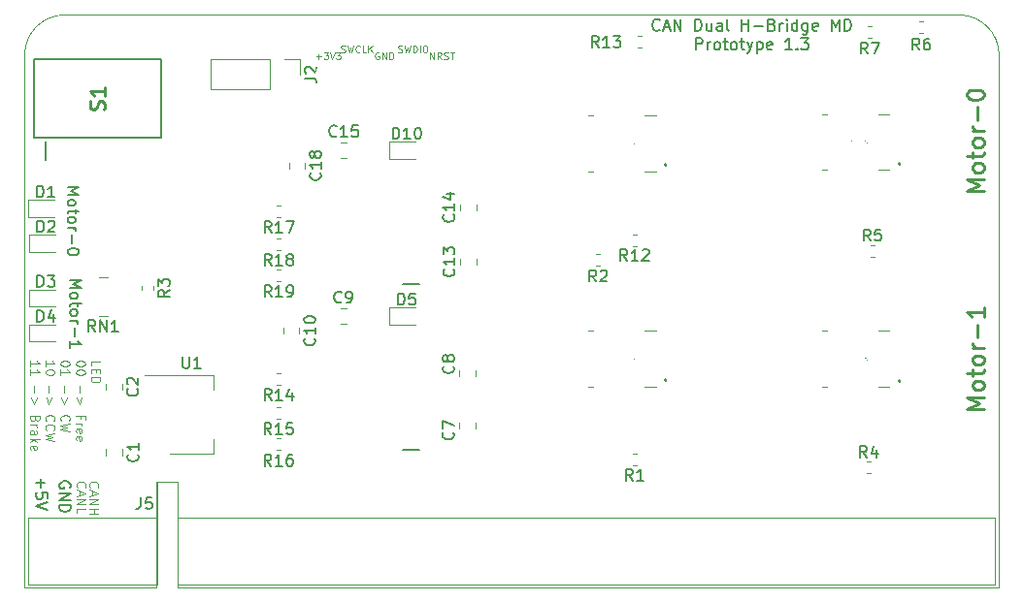
<source format=gto>
G04 #@! TF.GenerationSoftware,KiCad,Pcbnew,(5.1.5)-3*
G04 #@! TF.CreationDate,2019-12-28T00:48:40+09:00*
G04 #@! TF.ProjectId,H-Bridge-MD,482d4272-6964-4676-952d-4d442e6b6963,rev?*
G04 #@! TF.SameCoordinates,Original*
G04 #@! TF.FileFunction,Legend,Top*
G04 #@! TF.FilePolarity,Positive*
%FSLAX46Y46*%
G04 Gerber Fmt 4.6, Leading zero omitted, Abs format (unit mm)*
G04 Created by KiCad (PCBNEW (5.1.5)-3) date 2019-12-28 00:48:40*
%MOMM*%
%LPD*%
G04 APERTURE LIST*
%ADD10C,0.050000*%
%ADD11C,0.150000*%
%ADD12C,0.120000*%
%ADD13C,0.225000*%
%ADD14C,0.100000*%
%ADD15C,0.200000*%
%ADD16C,0.254000*%
%ADD17R,4.382000X2.182000*%
%ADD18R,1.502000X0.597000*%
%ADD19R,0.662000X0.852000*%
%ADD20R,1.102000X0.852000*%
%ADD21O,1.802000X1.802000*%
%ADD22R,1.802000X1.802000*%
%ADD23R,0.752000X3.702000*%
%ADD24C,0.752000*%
%ADD25R,0.752000X4.702000*%
%ADD26C,5.202000*%
%ADD27O,2.902000X1.602000*%
%ADD28R,1.002000X0.502000*%
%ADD29R,2.102000X1.602000*%
%ADD30R,2.102000X3.902000*%
%ADD31R,0.902000X1.702000*%
%ADD32R,1.577000X0.552000*%
%ADD33R,3.102000X5.102000*%
G04 APERTURE END LIST*
D10*
X50000000Y-90000000D02*
X61468000Y-90000000D01*
X63373000Y-90000000D02*
X135000000Y-90000000D01*
X63373000Y-80772000D02*
X61468000Y-80772000D01*
D11*
X53947619Y-63171428D02*
X54947619Y-63171428D01*
X54233333Y-63504761D01*
X54947619Y-63838095D01*
X53947619Y-63838095D01*
X53947619Y-64457142D02*
X53995238Y-64361904D01*
X54042857Y-64314285D01*
X54138095Y-64266666D01*
X54423809Y-64266666D01*
X54519047Y-64314285D01*
X54566666Y-64361904D01*
X54614285Y-64457142D01*
X54614285Y-64600000D01*
X54566666Y-64695238D01*
X54519047Y-64742857D01*
X54423809Y-64790476D01*
X54138095Y-64790476D01*
X54042857Y-64742857D01*
X53995238Y-64695238D01*
X53947619Y-64600000D01*
X53947619Y-64457142D01*
X54614285Y-65076190D02*
X54614285Y-65457142D01*
X54947619Y-65219047D02*
X54090476Y-65219047D01*
X53995238Y-65266666D01*
X53947619Y-65361904D01*
X53947619Y-65457142D01*
X53947619Y-65933333D02*
X53995238Y-65838095D01*
X54042857Y-65790476D01*
X54138095Y-65742857D01*
X54423809Y-65742857D01*
X54519047Y-65790476D01*
X54566666Y-65838095D01*
X54614285Y-65933333D01*
X54614285Y-66076190D01*
X54566666Y-66171428D01*
X54519047Y-66219047D01*
X54423809Y-66266666D01*
X54138095Y-66266666D01*
X54042857Y-66219047D01*
X53995238Y-66171428D01*
X53947619Y-66076190D01*
X53947619Y-65933333D01*
X53947619Y-66695238D02*
X54614285Y-66695238D01*
X54423809Y-66695238D02*
X54519047Y-66742857D01*
X54566666Y-66790476D01*
X54614285Y-66885714D01*
X54614285Y-66980952D01*
X54328571Y-67314285D02*
X54328571Y-68076190D01*
X53947619Y-69076190D02*
X53947619Y-68504761D01*
X53947619Y-68790476D02*
X54947619Y-68790476D01*
X54804761Y-68695238D01*
X54709523Y-68600000D01*
X54661904Y-68504761D01*
D12*
X55714285Y-81266666D02*
X55676190Y-81228571D01*
X55638095Y-81114285D01*
X55638095Y-81038095D01*
X55676190Y-80923809D01*
X55752380Y-80847619D01*
X55828571Y-80809523D01*
X55980952Y-80771428D01*
X56095238Y-80771428D01*
X56247619Y-80809523D01*
X56323809Y-80847619D01*
X56400000Y-80923809D01*
X56438095Y-81038095D01*
X56438095Y-81114285D01*
X56400000Y-81228571D01*
X56361904Y-81266666D01*
X55866666Y-81571428D02*
X55866666Y-81952380D01*
X55638095Y-81495238D02*
X56438095Y-81761904D01*
X55638095Y-82028571D01*
X55638095Y-82295238D02*
X56438095Y-82295238D01*
X55638095Y-82752380D01*
X56438095Y-82752380D01*
X55638095Y-83133333D02*
X56438095Y-83133333D01*
X56057142Y-83133333D02*
X56057142Y-83590476D01*
X55638095Y-83590476D02*
X56438095Y-83590476D01*
X54614285Y-81261904D02*
X54576190Y-81223809D01*
X54538095Y-81109523D01*
X54538095Y-81033333D01*
X54576190Y-80919047D01*
X54652380Y-80842857D01*
X54728571Y-80804761D01*
X54880952Y-80766666D01*
X54995238Y-80766666D01*
X55147619Y-80804761D01*
X55223809Y-80842857D01*
X55300000Y-80919047D01*
X55338095Y-81033333D01*
X55338095Y-81109523D01*
X55300000Y-81223809D01*
X55261904Y-81261904D01*
X54766666Y-81566666D02*
X54766666Y-81947619D01*
X54538095Y-81490476D02*
X55338095Y-81757142D01*
X54538095Y-82023809D01*
X54538095Y-82290476D02*
X55338095Y-82290476D01*
X54538095Y-82747619D01*
X55338095Y-82747619D01*
X54538095Y-83509523D02*
X54538095Y-83128571D01*
X55338095Y-83128571D01*
D13*
X133678571Y-74392857D02*
X132178571Y-74392857D01*
X133250000Y-73892857D01*
X132178571Y-73392857D01*
X133678571Y-73392857D01*
X133678571Y-72464285D02*
X133607142Y-72607142D01*
X133535714Y-72678571D01*
X133392857Y-72750000D01*
X132964285Y-72750000D01*
X132821428Y-72678571D01*
X132750000Y-72607142D01*
X132678571Y-72464285D01*
X132678571Y-72250000D01*
X132750000Y-72107142D01*
X132821428Y-72035714D01*
X132964285Y-71964285D01*
X133392857Y-71964285D01*
X133535714Y-72035714D01*
X133607142Y-72107142D01*
X133678571Y-72250000D01*
X133678571Y-72464285D01*
X132678571Y-71535714D02*
X132678571Y-70964285D01*
X132178571Y-71321428D02*
X133464285Y-71321428D01*
X133607142Y-71250000D01*
X133678571Y-71107142D01*
X133678571Y-70964285D01*
X133678571Y-70250000D02*
X133607142Y-70392857D01*
X133535714Y-70464285D01*
X133392857Y-70535714D01*
X132964285Y-70535714D01*
X132821428Y-70464285D01*
X132750000Y-70392857D01*
X132678571Y-70250000D01*
X132678571Y-70035714D01*
X132750000Y-69892857D01*
X132821428Y-69821428D01*
X132964285Y-69750000D01*
X133392857Y-69750000D01*
X133535714Y-69821428D01*
X133607142Y-69892857D01*
X133678571Y-70035714D01*
X133678571Y-70250000D01*
X133678571Y-69107142D02*
X132678571Y-69107142D01*
X132964285Y-69107142D02*
X132821428Y-69035714D01*
X132750000Y-68964285D01*
X132678571Y-68821428D01*
X132678571Y-68678571D01*
X133107142Y-68178571D02*
X133107142Y-67035714D01*
X133678571Y-65535714D02*
X133678571Y-66392857D01*
X133678571Y-65964285D02*
X132178571Y-65964285D01*
X132392857Y-66107142D01*
X132535714Y-66250000D01*
X132607142Y-66392857D01*
X133678571Y-55392857D02*
X132178571Y-55392857D01*
X133250000Y-54892857D01*
X132178571Y-54392857D01*
X133678571Y-54392857D01*
X133678571Y-53464285D02*
X133607142Y-53607142D01*
X133535714Y-53678571D01*
X133392857Y-53750000D01*
X132964285Y-53750000D01*
X132821428Y-53678571D01*
X132750000Y-53607142D01*
X132678571Y-53464285D01*
X132678571Y-53250000D01*
X132750000Y-53107142D01*
X132821428Y-53035714D01*
X132964285Y-52964285D01*
X133392857Y-52964285D01*
X133535714Y-53035714D01*
X133607142Y-53107142D01*
X133678571Y-53250000D01*
X133678571Y-53464285D01*
X132678571Y-52535714D02*
X132678571Y-51964285D01*
X132178571Y-52321428D02*
X133464285Y-52321428D01*
X133607142Y-52250000D01*
X133678571Y-52107142D01*
X133678571Y-51964285D01*
X133678571Y-51250000D02*
X133607142Y-51392857D01*
X133535714Y-51464285D01*
X133392857Y-51535714D01*
X132964285Y-51535714D01*
X132821428Y-51464285D01*
X132750000Y-51392857D01*
X132678571Y-51250000D01*
X132678571Y-51035714D01*
X132750000Y-50892857D01*
X132821428Y-50821428D01*
X132964285Y-50750000D01*
X133392857Y-50750000D01*
X133535714Y-50821428D01*
X133607142Y-50892857D01*
X133678571Y-51035714D01*
X133678571Y-51250000D01*
X133678571Y-50107142D02*
X132678571Y-50107142D01*
X132964285Y-50107142D02*
X132821428Y-50035714D01*
X132750000Y-49964285D01*
X132678571Y-49821428D01*
X132678571Y-49678571D01*
X133107142Y-49178571D02*
X133107142Y-48035714D01*
X132178571Y-47035714D02*
X132178571Y-46892857D01*
X132250000Y-46750000D01*
X132321428Y-46678571D01*
X132464285Y-46607142D01*
X132750000Y-46535714D01*
X133107142Y-46535714D01*
X133392857Y-46607142D01*
X133535714Y-46678571D01*
X133607142Y-46750000D01*
X133678571Y-46892857D01*
X133678571Y-47035714D01*
X133607142Y-47178571D01*
X133535714Y-47250000D01*
X133392857Y-47321428D01*
X133107142Y-47392857D01*
X132750000Y-47392857D01*
X132464285Y-47321428D01*
X132321428Y-47250000D01*
X132250000Y-47178571D01*
X132178571Y-47035714D01*
D12*
X55778095Y-70649428D02*
X55778095Y-70268476D01*
X56578095Y-70268476D01*
X56197142Y-70916095D02*
X56197142Y-71182761D01*
X55778095Y-71297047D02*
X55778095Y-70916095D01*
X56578095Y-70916095D01*
X56578095Y-71297047D01*
X55778095Y-71639904D02*
X56578095Y-71639904D01*
X56578095Y-71830380D01*
X56540000Y-71944666D01*
X56463809Y-72020857D01*
X56387619Y-72058952D01*
X56235238Y-72097047D01*
X56120952Y-72097047D01*
X55968571Y-72058952D01*
X55892380Y-72020857D01*
X55816190Y-71944666D01*
X55778095Y-71830380D01*
X55778095Y-71639904D01*
X55258095Y-70420857D02*
X55258095Y-70497047D01*
X55220000Y-70573238D01*
X55181904Y-70611333D01*
X55105714Y-70649428D01*
X54953333Y-70687523D01*
X54762857Y-70687523D01*
X54610476Y-70649428D01*
X54534285Y-70611333D01*
X54496190Y-70573238D01*
X54458095Y-70497047D01*
X54458095Y-70420857D01*
X54496190Y-70344666D01*
X54534285Y-70306571D01*
X54610476Y-70268476D01*
X54762857Y-70230380D01*
X54953333Y-70230380D01*
X55105714Y-70268476D01*
X55181904Y-70306571D01*
X55220000Y-70344666D01*
X55258095Y-70420857D01*
X55258095Y-71182761D02*
X55258095Y-71258952D01*
X55220000Y-71335142D01*
X55181904Y-71373238D01*
X55105714Y-71411333D01*
X54953333Y-71449428D01*
X54762857Y-71449428D01*
X54610476Y-71411333D01*
X54534285Y-71373238D01*
X54496190Y-71335142D01*
X54458095Y-71258952D01*
X54458095Y-71182761D01*
X54496190Y-71106571D01*
X54534285Y-71068476D01*
X54610476Y-71030380D01*
X54762857Y-70992285D01*
X54953333Y-70992285D01*
X55105714Y-71030380D01*
X55181904Y-71068476D01*
X55220000Y-71106571D01*
X55258095Y-71182761D01*
X54762857Y-72401809D02*
X54762857Y-73011333D01*
X54991428Y-73392285D02*
X54762857Y-74001809D01*
X54534285Y-73392285D01*
X54877142Y-75258952D02*
X54877142Y-74992285D01*
X54458095Y-74992285D02*
X55258095Y-74992285D01*
X55258095Y-75373238D01*
X54458095Y-75678000D02*
X54991428Y-75678000D01*
X54839047Y-75678000D02*
X54915238Y-75716095D01*
X54953333Y-75754190D01*
X54991428Y-75830380D01*
X54991428Y-75906571D01*
X54496190Y-76478000D02*
X54458095Y-76401809D01*
X54458095Y-76249428D01*
X54496190Y-76173238D01*
X54572380Y-76135142D01*
X54877142Y-76135142D01*
X54953333Y-76173238D01*
X54991428Y-76249428D01*
X54991428Y-76401809D01*
X54953333Y-76478000D01*
X54877142Y-76516095D01*
X54800952Y-76516095D01*
X54724761Y-76135142D01*
X54496190Y-77163714D02*
X54458095Y-77087523D01*
X54458095Y-76935142D01*
X54496190Y-76858952D01*
X54572380Y-76820857D01*
X54877142Y-76820857D01*
X54953333Y-76858952D01*
X54991428Y-76935142D01*
X54991428Y-77087523D01*
X54953333Y-77163714D01*
X54877142Y-77201809D01*
X54800952Y-77201809D01*
X54724761Y-76820857D01*
X53938095Y-70420857D02*
X53938095Y-70497047D01*
X53900000Y-70573238D01*
X53861904Y-70611333D01*
X53785714Y-70649428D01*
X53633333Y-70687523D01*
X53442857Y-70687523D01*
X53290476Y-70649428D01*
X53214285Y-70611333D01*
X53176190Y-70573238D01*
X53138095Y-70497047D01*
X53138095Y-70420857D01*
X53176190Y-70344666D01*
X53214285Y-70306571D01*
X53290476Y-70268476D01*
X53442857Y-70230380D01*
X53633333Y-70230380D01*
X53785714Y-70268476D01*
X53861904Y-70306571D01*
X53900000Y-70344666D01*
X53938095Y-70420857D01*
X53138095Y-71449428D02*
X53138095Y-70992285D01*
X53138095Y-71220857D02*
X53938095Y-71220857D01*
X53823809Y-71144666D01*
X53747619Y-71068476D01*
X53709523Y-70992285D01*
X53442857Y-72401809D02*
X53442857Y-73011333D01*
X53671428Y-73392285D02*
X53442857Y-74001809D01*
X53214285Y-73392285D01*
X53214285Y-75449428D02*
X53176190Y-75411333D01*
X53138095Y-75297047D01*
X53138095Y-75220857D01*
X53176190Y-75106571D01*
X53252380Y-75030380D01*
X53328571Y-74992285D01*
X53480952Y-74954190D01*
X53595238Y-74954190D01*
X53747619Y-74992285D01*
X53823809Y-75030380D01*
X53900000Y-75106571D01*
X53938095Y-75220857D01*
X53938095Y-75297047D01*
X53900000Y-75411333D01*
X53861904Y-75449428D01*
X53938095Y-75716095D02*
X53138095Y-75906571D01*
X53709523Y-76058952D01*
X53138095Y-76211333D01*
X53938095Y-76401809D01*
X51818095Y-70687523D02*
X51818095Y-70230380D01*
X51818095Y-70458952D02*
X52618095Y-70458952D01*
X52503809Y-70382761D01*
X52427619Y-70306571D01*
X52389523Y-70230380D01*
X52618095Y-71182761D02*
X52618095Y-71258952D01*
X52580000Y-71335142D01*
X52541904Y-71373238D01*
X52465714Y-71411333D01*
X52313333Y-71449428D01*
X52122857Y-71449428D01*
X51970476Y-71411333D01*
X51894285Y-71373238D01*
X51856190Y-71335142D01*
X51818095Y-71258952D01*
X51818095Y-71182761D01*
X51856190Y-71106571D01*
X51894285Y-71068476D01*
X51970476Y-71030380D01*
X52122857Y-70992285D01*
X52313333Y-70992285D01*
X52465714Y-71030380D01*
X52541904Y-71068476D01*
X52580000Y-71106571D01*
X52618095Y-71182761D01*
X52122857Y-72401809D02*
X52122857Y-73011333D01*
X52351428Y-73392285D02*
X52122857Y-74001809D01*
X51894285Y-73392285D01*
X51894285Y-75449428D02*
X51856190Y-75411333D01*
X51818095Y-75297047D01*
X51818095Y-75220857D01*
X51856190Y-75106571D01*
X51932380Y-75030380D01*
X52008571Y-74992285D01*
X52160952Y-74954190D01*
X52275238Y-74954190D01*
X52427619Y-74992285D01*
X52503809Y-75030380D01*
X52580000Y-75106571D01*
X52618095Y-75220857D01*
X52618095Y-75297047D01*
X52580000Y-75411333D01*
X52541904Y-75449428D01*
X51894285Y-76249428D02*
X51856190Y-76211333D01*
X51818095Y-76097047D01*
X51818095Y-76020857D01*
X51856190Y-75906571D01*
X51932380Y-75830380D01*
X52008571Y-75792285D01*
X52160952Y-75754190D01*
X52275238Y-75754190D01*
X52427619Y-75792285D01*
X52503809Y-75830380D01*
X52580000Y-75906571D01*
X52618095Y-76020857D01*
X52618095Y-76097047D01*
X52580000Y-76211333D01*
X52541904Y-76249428D01*
X52618095Y-76516095D02*
X51818095Y-76706571D01*
X52389523Y-76858952D01*
X51818095Y-77011333D01*
X52618095Y-77201809D01*
X50498095Y-70687523D02*
X50498095Y-70230380D01*
X50498095Y-70458952D02*
X51298095Y-70458952D01*
X51183809Y-70382761D01*
X51107619Y-70306571D01*
X51069523Y-70230380D01*
X50498095Y-71449428D02*
X50498095Y-70992285D01*
X50498095Y-71220857D02*
X51298095Y-71220857D01*
X51183809Y-71144666D01*
X51107619Y-71068476D01*
X51069523Y-70992285D01*
X50802857Y-72401809D02*
X50802857Y-73011333D01*
X51031428Y-73392285D02*
X50802857Y-74001809D01*
X50574285Y-73392285D01*
X50917142Y-75258952D02*
X50879047Y-75373238D01*
X50840952Y-75411333D01*
X50764761Y-75449428D01*
X50650476Y-75449428D01*
X50574285Y-75411333D01*
X50536190Y-75373238D01*
X50498095Y-75297047D01*
X50498095Y-74992285D01*
X51298095Y-74992285D01*
X51298095Y-75258952D01*
X51260000Y-75335142D01*
X51221904Y-75373238D01*
X51145714Y-75411333D01*
X51069523Y-75411333D01*
X50993333Y-75373238D01*
X50955238Y-75335142D01*
X50917142Y-75258952D01*
X50917142Y-74992285D01*
X50498095Y-75792285D02*
X51031428Y-75792285D01*
X50879047Y-75792285D02*
X50955238Y-75830380D01*
X50993333Y-75868476D01*
X51031428Y-75944666D01*
X51031428Y-76020857D01*
X50498095Y-76630380D02*
X50917142Y-76630380D01*
X50993333Y-76592285D01*
X51031428Y-76516095D01*
X51031428Y-76363714D01*
X50993333Y-76287523D01*
X50536190Y-76630380D02*
X50498095Y-76554190D01*
X50498095Y-76363714D01*
X50536190Y-76287523D01*
X50612380Y-76249428D01*
X50688571Y-76249428D01*
X50764761Y-76287523D01*
X50802857Y-76363714D01*
X50802857Y-76554190D01*
X50840952Y-76630380D01*
X50498095Y-77011333D02*
X51298095Y-77011333D01*
X50802857Y-77087523D02*
X50498095Y-77316095D01*
X51031428Y-77316095D02*
X50726666Y-77011333D01*
X50536190Y-77963714D02*
X50498095Y-77887523D01*
X50498095Y-77735142D01*
X50536190Y-77658952D01*
X50612380Y-77620857D01*
X50917142Y-77620857D01*
X50993333Y-77658952D01*
X51031428Y-77735142D01*
X51031428Y-77887523D01*
X50993333Y-77963714D01*
X50917142Y-78001809D01*
X50840952Y-78001809D01*
X50764761Y-77620857D01*
D11*
X53747619Y-55071428D02*
X54747619Y-55071428D01*
X54033333Y-55404761D01*
X54747619Y-55738095D01*
X53747619Y-55738095D01*
X53747619Y-56357142D02*
X53795238Y-56261904D01*
X53842857Y-56214285D01*
X53938095Y-56166666D01*
X54223809Y-56166666D01*
X54319047Y-56214285D01*
X54366666Y-56261904D01*
X54414285Y-56357142D01*
X54414285Y-56500000D01*
X54366666Y-56595238D01*
X54319047Y-56642857D01*
X54223809Y-56690476D01*
X53938095Y-56690476D01*
X53842857Y-56642857D01*
X53795238Y-56595238D01*
X53747619Y-56500000D01*
X53747619Y-56357142D01*
X54414285Y-56976190D02*
X54414285Y-57357142D01*
X54747619Y-57119047D02*
X53890476Y-57119047D01*
X53795238Y-57166666D01*
X53747619Y-57261904D01*
X53747619Y-57357142D01*
X53747619Y-57833333D02*
X53795238Y-57738095D01*
X53842857Y-57690476D01*
X53938095Y-57642857D01*
X54223809Y-57642857D01*
X54319047Y-57690476D01*
X54366666Y-57738095D01*
X54414285Y-57833333D01*
X54414285Y-57976190D01*
X54366666Y-58071428D01*
X54319047Y-58119047D01*
X54223809Y-58166666D01*
X53938095Y-58166666D01*
X53842857Y-58119047D01*
X53795238Y-58071428D01*
X53747619Y-57976190D01*
X53747619Y-57833333D01*
X53747619Y-58595238D02*
X54414285Y-58595238D01*
X54223809Y-58595238D02*
X54319047Y-58642857D01*
X54366666Y-58690476D01*
X54414285Y-58785714D01*
X54414285Y-58880952D01*
X54128571Y-59214285D02*
X54128571Y-59976190D01*
X54747619Y-60642857D02*
X54747619Y-60738095D01*
X54700000Y-60833333D01*
X54652380Y-60880952D01*
X54557142Y-60928571D01*
X54366666Y-60976190D01*
X54128571Y-60976190D01*
X53938095Y-60928571D01*
X53842857Y-60880952D01*
X53795238Y-60833333D01*
X53747619Y-60738095D01*
X53747619Y-60642857D01*
X53795238Y-60547619D01*
X53842857Y-60500000D01*
X53938095Y-60452380D01*
X54128571Y-60404761D01*
X54366666Y-60404761D01*
X54557142Y-60452380D01*
X54652380Y-60500000D01*
X54700000Y-60547619D01*
X54747619Y-60642857D01*
D10*
X50000000Y-43500000D02*
G75*
G02X53500000Y-40000000I3500000J0D01*
G01*
X131500000Y-40000000D02*
G75*
G02X135000000Y-43500000I0J-3500000D01*
G01*
D14*
X85379085Y-43866628D02*
X85379085Y-43266628D01*
X85721942Y-43866628D01*
X85721942Y-43266628D01*
X86350514Y-43866628D02*
X86150514Y-43580914D01*
X86007657Y-43866628D02*
X86007657Y-43266628D01*
X86236228Y-43266628D01*
X86293371Y-43295200D01*
X86321942Y-43323771D01*
X86350514Y-43380914D01*
X86350514Y-43466628D01*
X86321942Y-43523771D01*
X86293371Y-43552342D01*
X86236228Y-43580914D01*
X86007657Y-43580914D01*
X86579085Y-43838057D02*
X86664800Y-43866628D01*
X86807657Y-43866628D01*
X86864800Y-43838057D01*
X86893371Y-43809485D01*
X86921942Y-43752342D01*
X86921942Y-43695200D01*
X86893371Y-43638057D01*
X86864800Y-43609485D01*
X86807657Y-43580914D01*
X86693371Y-43552342D01*
X86636228Y-43523771D01*
X86607657Y-43495200D01*
X86579085Y-43438057D01*
X86579085Y-43380914D01*
X86607657Y-43323771D01*
X86636228Y-43295200D01*
X86693371Y-43266628D01*
X86836228Y-43266628D01*
X86921942Y-43295200D01*
X87093371Y-43266628D02*
X87436228Y-43266628D01*
X87264800Y-43866628D02*
X87264800Y-43266628D01*
X82593371Y-43238057D02*
X82679085Y-43266628D01*
X82821942Y-43266628D01*
X82879085Y-43238057D01*
X82907657Y-43209485D01*
X82936228Y-43152342D01*
X82936228Y-43095200D01*
X82907657Y-43038057D01*
X82879085Y-43009485D01*
X82821942Y-42980914D01*
X82707657Y-42952342D01*
X82650514Y-42923771D01*
X82621942Y-42895200D01*
X82593371Y-42838057D01*
X82593371Y-42780914D01*
X82621942Y-42723771D01*
X82650514Y-42695200D01*
X82707657Y-42666628D01*
X82850514Y-42666628D01*
X82936228Y-42695200D01*
X83136228Y-42666628D02*
X83279085Y-43266628D01*
X83393371Y-42838057D01*
X83507657Y-43266628D01*
X83650514Y-42666628D01*
X83879085Y-43266628D02*
X83879085Y-42666628D01*
X84021942Y-42666628D01*
X84107657Y-42695200D01*
X84164800Y-42752342D01*
X84193371Y-42809485D01*
X84221942Y-42923771D01*
X84221942Y-43009485D01*
X84193371Y-43123771D01*
X84164800Y-43180914D01*
X84107657Y-43238057D01*
X84021942Y-43266628D01*
X83879085Y-43266628D01*
X84479085Y-43266628D02*
X84479085Y-42666628D01*
X84879085Y-42666628D02*
X84993371Y-42666628D01*
X85050514Y-42695200D01*
X85107657Y-42752342D01*
X85136228Y-42866628D01*
X85136228Y-43066628D01*
X85107657Y-43180914D01*
X85050514Y-43238057D01*
X84993371Y-43266628D01*
X84879085Y-43266628D01*
X84821942Y-43238057D01*
X84764800Y-43180914D01*
X84736228Y-43066628D01*
X84736228Y-42866628D01*
X84764800Y-42752342D01*
X84821942Y-42695200D01*
X84879085Y-42666628D01*
X77607657Y-43238057D02*
X77693371Y-43266628D01*
X77836228Y-43266628D01*
X77893371Y-43238057D01*
X77921942Y-43209485D01*
X77950514Y-43152342D01*
X77950514Y-43095200D01*
X77921942Y-43038057D01*
X77893371Y-43009485D01*
X77836228Y-42980914D01*
X77721942Y-42952342D01*
X77664800Y-42923771D01*
X77636228Y-42895200D01*
X77607657Y-42838057D01*
X77607657Y-42780914D01*
X77636228Y-42723771D01*
X77664800Y-42695200D01*
X77721942Y-42666628D01*
X77864800Y-42666628D01*
X77950514Y-42695200D01*
X78150514Y-42666628D02*
X78293371Y-43266628D01*
X78407657Y-42838057D01*
X78521942Y-43266628D01*
X78664800Y-42666628D01*
X79236228Y-43209485D02*
X79207657Y-43238057D01*
X79121942Y-43266628D01*
X79064800Y-43266628D01*
X78979085Y-43238057D01*
X78921942Y-43180914D01*
X78893371Y-43123771D01*
X78864800Y-43009485D01*
X78864800Y-42923771D01*
X78893371Y-42809485D01*
X78921942Y-42752342D01*
X78979085Y-42695200D01*
X79064800Y-42666628D01*
X79121942Y-42666628D01*
X79207657Y-42695200D01*
X79236228Y-42723771D01*
X79779085Y-43266628D02*
X79493371Y-43266628D01*
X79493371Y-42666628D01*
X79979085Y-43266628D02*
X79979085Y-42666628D01*
X80321942Y-43266628D02*
X80064800Y-42923771D01*
X80321942Y-42666628D02*
X79979085Y-43009485D01*
X80907657Y-43295200D02*
X80850514Y-43266628D01*
X80764800Y-43266628D01*
X80679085Y-43295200D01*
X80621942Y-43352342D01*
X80593371Y-43409485D01*
X80564800Y-43523771D01*
X80564800Y-43609485D01*
X80593371Y-43723771D01*
X80621942Y-43780914D01*
X80679085Y-43838057D01*
X80764800Y-43866628D01*
X80821942Y-43866628D01*
X80907657Y-43838057D01*
X80936228Y-43809485D01*
X80936228Y-43609485D01*
X80821942Y-43609485D01*
X81193371Y-43866628D02*
X81193371Y-43266628D01*
X81536228Y-43866628D01*
X81536228Y-43266628D01*
X81821942Y-43866628D02*
X81821942Y-43266628D01*
X81964800Y-43266628D01*
X82050514Y-43295200D01*
X82107657Y-43352342D01*
X82136228Y-43409485D01*
X82164800Y-43523771D01*
X82164800Y-43609485D01*
X82136228Y-43723771D01*
X82107657Y-43780914D01*
X82050514Y-43838057D01*
X81964800Y-43866628D01*
X81821942Y-43866628D01*
X75407657Y-43638057D02*
X75864800Y-43638057D01*
X75636228Y-43866628D02*
X75636228Y-43409485D01*
X76093371Y-43266628D02*
X76464800Y-43266628D01*
X76264800Y-43495200D01*
X76350514Y-43495200D01*
X76407657Y-43523771D01*
X76436228Y-43552342D01*
X76464800Y-43609485D01*
X76464800Y-43752342D01*
X76436228Y-43809485D01*
X76407657Y-43838057D01*
X76350514Y-43866628D01*
X76179085Y-43866628D01*
X76121942Y-43838057D01*
X76093371Y-43809485D01*
X76636228Y-43266628D02*
X76836228Y-43866628D01*
X77036228Y-43266628D01*
X77179085Y-43266628D02*
X77550514Y-43266628D01*
X77350514Y-43495200D01*
X77436228Y-43495200D01*
X77493371Y-43523771D01*
X77521942Y-43552342D01*
X77550514Y-43609485D01*
X77550514Y-43752342D01*
X77521942Y-43809485D01*
X77493371Y-43838057D01*
X77436228Y-43866628D01*
X77264800Y-43866628D01*
X77207657Y-43838057D01*
X77179085Y-43809485D01*
D10*
X63373000Y-80772000D02*
X63373000Y-90000000D01*
X61468000Y-90000000D02*
X61468000Y-80772000D01*
D11*
X105382380Y-41282142D02*
X105334761Y-41329761D01*
X105191904Y-41377380D01*
X105096666Y-41377380D01*
X104953809Y-41329761D01*
X104858571Y-41234523D01*
X104810952Y-41139285D01*
X104763333Y-40948809D01*
X104763333Y-40805952D01*
X104810952Y-40615476D01*
X104858571Y-40520238D01*
X104953809Y-40425000D01*
X105096666Y-40377380D01*
X105191904Y-40377380D01*
X105334761Y-40425000D01*
X105382380Y-40472619D01*
X105763333Y-41091666D02*
X106239523Y-41091666D01*
X105668095Y-41377380D02*
X106001428Y-40377380D01*
X106334761Y-41377380D01*
X106668095Y-41377380D02*
X106668095Y-40377380D01*
X107239523Y-41377380D01*
X107239523Y-40377380D01*
X108477619Y-41377380D02*
X108477619Y-40377380D01*
X108715714Y-40377380D01*
X108858571Y-40425000D01*
X108953809Y-40520238D01*
X109001428Y-40615476D01*
X109049047Y-40805952D01*
X109049047Y-40948809D01*
X109001428Y-41139285D01*
X108953809Y-41234523D01*
X108858571Y-41329761D01*
X108715714Y-41377380D01*
X108477619Y-41377380D01*
X109906190Y-40710714D02*
X109906190Y-41377380D01*
X109477619Y-40710714D02*
X109477619Y-41234523D01*
X109525238Y-41329761D01*
X109620476Y-41377380D01*
X109763333Y-41377380D01*
X109858571Y-41329761D01*
X109906190Y-41282142D01*
X110810952Y-41377380D02*
X110810952Y-40853571D01*
X110763333Y-40758333D01*
X110668095Y-40710714D01*
X110477619Y-40710714D01*
X110382380Y-40758333D01*
X110810952Y-41329761D02*
X110715714Y-41377380D01*
X110477619Y-41377380D01*
X110382380Y-41329761D01*
X110334761Y-41234523D01*
X110334761Y-41139285D01*
X110382380Y-41044047D01*
X110477619Y-40996428D01*
X110715714Y-40996428D01*
X110810952Y-40948809D01*
X111429999Y-41377380D02*
X111334761Y-41329761D01*
X111287142Y-41234523D01*
X111287142Y-40377380D01*
X112572857Y-41377380D02*
X112572857Y-40377380D01*
X112572857Y-40853571D02*
X113144285Y-40853571D01*
X113144285Y-41377380D02*
X113144285Y-40377380D01*
X113620476Y-40996428D02*
X114382380Y-40996428D01*
X115191904Y-40853571D02*
X115334761Y-40901190D01*
X115382380Y-40948809D01*
X115429999Y-41044047D01*
X115429999Y-41186904D01*
X115382380Y-41282142D01*
X115334761Y-41329761D01*
X115239523Y-41377380D01*
X114858571Y-41377380D01*
X114858571Y-40377380D01*
X115191904Y-40377380D01*
X115287142Y-40425000D01*
X115334761Y-40472619D01*
X115382380Y-40567857D01*
X115382380Y-40663095D01*
X115334761Y-40758333D01*
X115287142Y-40805952D01*
X115191904Y-40853571D01*
X114858571Y-40853571D01*
X115858571Y-41377380D02*
X115858571Y-40710714D01*
X115858571Y-40901190D02*
X115906190Y-40805952D01*
X115953809Y-40758333D01*
X116049047Y-40710714D01*
X116144285Y-40710714D01*
X116477619Y-41377380D02*
X116477619Y-40710714D01*
X116477619Y-40377380D02*
X116429999Y-40425000D01*
X116477619Y-40472619D01*
X116525238Y-40425000D01*
X116477619Y-40377380D01*
X116477619Y-40472619D01*
X117382380Y-41377380D02*
X117382380Y-40377380D01*
X117382380Y-41329761D02*
X117287142Y-41377380D01*
X117096666Y-41377380D01*
X117001428Y-41329761D01*
X116953809Y-41282142D01*
X116906190Y-41186904D01*
X116906190Y-40901190D01*
X116953809Y-40805952D01*
X117001428Y-40758333D01*
X117096666Y-40710714D01*
X117287142Y-40710714D01*
X117382380Y-40758333D01*
X118287142Y-40710714D02*
X118287142Y-41520238D01*
X118239523Y-41615476D01*
X118191904Y-41663095D01*
X118096666Y-41710714D01*
X117953809Y-41710714D01*
X117858571Y-41663095D01*
X118287142Y-41329761D02*
X118191904Y-41377380D01*
X118001428Y-41377380D01*
X117906190Y-41329761D01*
X117858571Y-41282142D01*
X117810952Y-41186904D01*
X117810952Y-40901190D01*
X117858571Y-40805952D01*
X117906190Y-40758333D01*
X118001428Y-40710714D01*
X118191904Y-40710714D01*
X118287142Y-40758333D01*
X119144285Y-41329761D02*
X119049047Y-41377380D01*
X118858571Y-41377380D01*
X118763333Y-41329761D01*
X118715714Y-41234523D01*
X118715714Y-40853571D01*
X118763333Y-40758333D01*
X118858571Y-40710714D01*
X119049047Y-40710714D01*
X119144285Y-40758333D01*
X119191904Y-40853571D01*
X119191904Y-40948809D01*
X118715714Y-41044047D01*
X120382380Y-41377380D02*
X120382380Y-40377380D01*
X120715714Y-41091666D01*
X121049047Y-40377380D01*
X121049047Y-41377380D01*
X121525238Y-41377380D02*
X121525238Y-40377380D01*
X121763333Y-40377380D01*
X121906190Y-40425000D01*
X122001428Y-40520238D01*
X122049047Y-40615476D01*
X122096666Y-40805952D01*
X122096666Y-40948809D01*
X122049047Y-41139285D01*
X122001428Y-41234523D01*
X121906190Y-41329761D01*
X121763333Y-41377380D01*
X121525238Y-41377380D01*
X108549047Y-43027380D02*
X108549047Y-42027380D01*
X108930000Y-42027380D01*
X109025238Y-42075000D01*
X109072857Y-42122619D01*
X109120476Y-42217857D01*
X109120476Y-42360714D01*
X109072857Y-42455952D01*
X109025238Y-42503571D01*
X108930000Y-42551190D01*
X108549047Y-42551190D01*
X109549047Y-43027380D02*
X109549047Y-42360714D01*
X109549047Y-42551190D02*
X109596666Y-42455952D01*
X109644285Y-42408333D01*
X109739523Y-42360714D01*
X109834761Y-42360714D01*
X110310952Y-43027380D02*
X110215714Y-42979761D01*
X110168095Y-42932142D01*
X110120476Y-42836904D01*
X110120476Y-42551190D01*
X110168095Y-42455952D01*
X110215714Y-42408333D01*
X110310952Y-42360714D01*
X110453809Y-42360714D01*
X110549047Y-42408333D01*
X110596666Y-42455952D01*
X110644285Y-42551190D01*
X110644285Y-42836904D01*
X110596666Y-42932142D01*
X110549047Y-42979761D01*
X110453809Y-43027380D01*
X110310952Y-43027380D01*
X110930000Y-42360714D02*
X111310952Y-42360714D01*
X111072857Y-42027380D02*
X111072857Y-42884523D01*
X111120476Y-42979761D01*
X111215714Y-43027380D01*
X111310952Y-43027380D01*
X111787142Y-43027380D02*
X111691904Y-42979761D01*
X111644285Y-42932142D01*
X111596666Y-42836904D01*
X111596666Y-42551190D01*
X111644285Y-42455952D01*
X111691904Y-42408333D01*
X111787142Y-42360714D01*
X111930000Y-42360714D01*
X112025238Y-42408333D01*
X112072857Y-42455952D01*
X112120476Y-42551190D01*
X112120476Y-42836904D01*
X112072857Y-42932142D01*
X112025238Y-42979761D01*
X111930000Y-43027380D01*
X111787142Y-43027380D01*
X112406190Y-42360714D02*
X112787142Y-42360714D01*
X112549047Y-42027380D02*
X112549047Y-42884523D01*
X112596666Y-42979761D01*
X112691904Y-43027380D01*
X112787142Y-43027380D01*
X113025238Y-42360714D02*
X113263333Y-43027380D01*
X113501428Y-42360714D02*
X113263333Y-43027380D01*
X113168095Y-43265476D01*
X113120476Y-43313095D01*
X113025238Y-43360714D01*
X113882380Y-42360714D02*
X113882380Y-43360714D01*
X113882380Y-42408333D02*
X113977619Y-42360714D01*
X114168095Y-42360714D01*
X114263333Y-42408333D01*
X114310952Y-42455952D01*
X114358571Y-42551190D01*
X114358571Y-42836904D01*
X114310952Y-42932142D01*
X114263333Y-42979761D01*
X114168095Y-43027380D01*
X113977619Y-43027380D01*
X113882380Y-42979761D01*
X115168095Y-42979761D02*
X115072857Y-43027380D01*
X114882380Y-43027380D01*
X114787142Y-42979761D01*
X114739523Y-42884523D01*
X114739523Y-42503571D01*
X114787142Y-42408333D01*
X114882380Y-42360714D01*
X115072857Y-42360714D01*
X115168095Y-42408333D01*
X115215714Y-42503571D01*
X115215714Y-42598809D01*
X114739523Y-42694047D01*
X116930000Y-43027380D02*
X116358571Y-43027380D01*
X116644285Y-43027380D02*
X116644285Y-42027380D01*
X116549047Y-42170238D01*
X116453809Y-42265476D01*
X116358571Y-42313095D01*
X117358571Y-42932142D02*
X117406190Y-42979761D01*
X117358571Y-43027380D01*
X117310952Y-42979761D01*
X117358571Y-42932142D01*
X117358571Y-43027380D01*
X117739523Y-42027380D02*
X118358571Y-42027380D01*
X118025238Y-42408333D01*
X118168095Y-42408333D01*
X118263333Y-42455952D01*
X118310952Y-42503571D01*
X118358571Y-42598809D01*
X118358571Y-42836904D01*
X118310952Y-42932142D01*
X118263333Y-42979761D01*
X118168095Y-43027380D01*
X117882380Y-43027380D01*
X117787142Y-42979761D01*
X117739523Y-42932142D01*
X53967000Y-81305495D02*
X54014619Y-81210257D01*
X54014619Y-81067400D01*
X53967000Y-80924542D01*
X53871761Y-80829304D01*
X53776523Y-80781685D01*
X53586047Y-80734066D01*
X53443190Y-80734066D01*
X53252714Y-80781685D01*
X53157476Y-80829304D01*
X53062238Y-80924542D01*
X53014619Y-81067400D01*
X53014619Y-81162638D01*
X53062238Y-81305495D01*
X53109857Y-81353114D01*
X53443190Y-81353114D01*
X53443190Y-81162638D01*
X53014619Y-81781685D02*
X54014619Y-81781685D01*
X53014619Y-82353114D01*
X54014619Y-82353114D01*
X53014619Y-82829304D02*
X54014619Y-82829304D01*
X54014619Y-83067400D01*
X53967000Y-83210257D01*
X53871761Y-83305495D01*
X53776523Y-83353114D01*
X53586047Y-83400733D01*
X53443190Y-83400733D01*
X53252714Y-83353114D01*
X53157476Y-83305495D01*
X53062238Y-83210257D01*
X53014619Y-83067400D01*
X53014619Y-82829304D01*
X51363571Y-80502285D02*
X51363571Y-81264190D01*
X50982619Y-80883238D02*
X51744523Y-80883238D01*
X51982619Y-82216571D02*
X51982619Y-81740380D01*
X51506428Y-81692761D01*
X51554047Y-81740380D01*
X51601666Y-81835619D01*
X51601666Y-82073714D01*
X51554047Y-82168952D01*
X51506428Y-82216571D01*
X51411190Y-82264190D01*
X51173095Y-82264190D01*
X51077857Y-82216571D01*
X51030238Y-82168952D01*
X50982619Y-82073714D01*
X50982619Y-81835619D01*
X51030238Y-81740380D01*
X51077857Y-81692761D01*
X51982619Y-82549904D02*
X50982619Y-82883238D01*
X51982619Y-83216571D01*
D10*
X131500000Y-40000000D02*
X53500000Y-40000000D01*
X50000000Y-43500000D02*
X50000000Y-90000000D01*
X135000000Y-43500000D02*
X135000000Y-90000000D01*
D15*
X105898000Y-53200000D02*
G75*
G03X105898000Y-53000000I0J100000D01*
G01*
X105898000Y-53000000D02*
G75*
G03X105898000Y-53200000I0J-100000D01*
G01*
X105898000Y-53000000D02*
X105898000Y-53000000D01*
X105898000Y-53200000D02*
X105898000Y-53200000D01*
D14*
X105048000Y-48750000D02*
X104098000Y-48750000D01*
X104098000Y-53650000D02*
X105048000Y-53650000D01*
X99148000Y-48750000D02*
X99598000Y-48750000D01*
X99148000Y-53650000D02*
X99598000Y-53650000D01*
D15*
X126295000Y-53100000D02*
G75*
G03X126295000Y-52900000I0J100000D01*
G01*
X126295000Y-52900000D02*
G75*
G03X126295000Y-53100000I0J-100000D01*
G01*
X126295000Y-52900000D02*
X126295000Y-52900000D01*
X126295000Y-53100000D02*
X126295000Y-53100000D01*
D14*
X125445000Y-48650000D02*
X124495000Y-48650000D01*
X124495000Y-53550000D02*
X125445000Y-53550000D01*
X119545000Y-48650000D02*
X119995000Y-48650000D01*
X119545000Y-53550000D02*
X119995000Y-53550000D01*
D15*
X126295000Y-72060000D02*
G75*
G03X126295000Y-71860000I0J100000D01*
G01*
X126295000Y-71860000D02*
G75*
G03X126295000Y-72060000I0J-100000D01*
G01*
X126295000Y-71860000D02*
X126295000Y-71860000D01*
X126295000Y-72060000D02*
X126295000Y-72060000D01*
D14*
X125445000Y-67610000D02*
X124495000Y-67610000D01*
X124495000Y-72510000D02*
X125445000Y-72510000D01*
X119545000Y-67610000D02*
X119995000Y-67610000D01*
X119545000Y-72510000D02*
X119995000Y-72510000D01*
D15*
X105898000Y-72000000D02*
G75*
G03X105898000Y-71800000I0J100000D01*
G01*
X105898000Y-71800000D02*
G75*
G03X105898000Y-72000000I0J-100000D01*
G01*
X105898000Y-71800000D02*
X105898000Y-71800000D01*
X105898000Y-72000000D02*
X105898000Y-72000000D01*
D14*
X105048000Y-67550000D02*
X104098000Y-67550000D01*
X104098000Y-72450000D02*
X105048000Y-72450000D01*
X99148000Y-67550000D02*
X99598000Y-67550000D01*
X99148000Y-72450000D02*
X99598000Y-72450000D01*
D12*
X73999400Y-43870000D02*
X73999400Y-45200000D01*
X72669400Y-43870000D02*
X73999400Y-43870000D01*
X71399400Y-43870000D02*
X71399400Y-46530000D01*
X71399400Y-46530000D02*
X66259400Y-46530000D01*
X71399400Y-43870000D02*
X66259400Y-43870000D01*
X66259400Y-43870000D02*
X66259400Y-46530000D01*
X61570000Y-83950000D02*
X61570000Y-80750000D01*
X61570000Y-80750000D02*
X63370000Y-80750000D01*
X63370000Y-80750000D02*
X63370000Y-83950000D01*
X50270000Y-83950000D02*
X61570000Y-83950000D01*
X61570000Y-83950000D02*
X61570000Y-89750000D01*
X61570000Y-89750000D02*
X50270000Y-89750000D01*
X50270000Y-89750000D02*
X50270000Y-83950000D01*
X134670000Y-83950000D02*
X63370000Y-83950000D01*
X63370000Y-89750000D02*
X134670000Y-89750000D01*
X63370000Y-83950000D02*
X63370000Y-89750000D01*
X134670000Y-83950000D02*
X134670000Y-89750000D01*
X57250000Y-62880000D02*
X56450000Y-62880000D01*
X57250000Y-66320000D02*
X56450000Y-66320000D01*
X50360500Y-68501000D02*
X52645500Y-68501000D01*
X50360500Y-67031000D02*
X50360500Y-68501000D01*
X52645500Y-67031000D02*
X50360500Y-67031000D01*
X50360500Y-65453000D02*
X52645500Y-65453000D01*
X50360500Y-63983000D02*
X50360500Y-65453000D01*
X52645500Y-63983000D02*
X50360500Y-63983000D01*
X50360500Y-60679000D02*
X52645500Y-60679000D01*
X50360500Y-59209000D02*
X50360500Y-60679000D01*
X52645500Y-59209000D02*
X50360500Y-59209000D01*
X50335000Y-57631000D02*
X52620000Y-57631000D01*
X50335000Y-56161000D02*
X50335000Y-57631000D01*
X52620000Y-56161000D02*
X50335000Y-56161000D01*
X73040000Y-52891422D02*
X73040000Y-53408578D01*
X74460000Y-52891422D02*
X74460000Y-53408578D01*
X72540000Y-67341422D02*
X72540000Y-67858578D01*
X73960000Y-67341422D02*
X73960000Y-67858578D01*
X60450000Y-71490000D02*
X66460000Y-71490000D01*
X62700000Y-78310000D02*
X66460000Y-78310000D01*
X66460000Y-71490000D02*
X66460000Y-72750000D01*
X66460000Y-78310000D02*
X66460000Y-77050000D01*
X81827000Y-52551000D02*
X84112000Y-52551000D01*
X81827000Y-51081000D02*
X81827000Y-52551000D01*
X84112000Y-51081000D02*
X81827000Y-51081000D01*
X81827000Y-67029000D02*
X84112000Y-67029000D01*
X81827000Y-65559000D02*
X81827000Y-67029000D01*
X84112000Y-65559000D02*
X81827000Y-65559000D01*
D15*
X51828000Y-52644000D02*
X51828000Y-51044000D01*
X61938000Y-50694000D02*
X50838000Y-50694000D01*
X61938000Y-43894000D02*
X61938000Y-50694000D01*
X50838000Y-43894000D02*
X61938000Y-43894000D01*
X50838000Y-50694000D02*
X50838000Y-43894000D01*
D12*
X72324279Y-63260000D02*
X71998721Y-63260000D01*
X72324279Y-62240000D02*
X71998721Y-62240000D01*
X72324279Y-60510000D02*
X71998721Y-60510000D01*
X72324279Y-59490000D02*
X71998721Y-59490000D01*
X72324279Y-57656000D02*
X71998721Y-57656000D01*
X72324279Y-56636000D02*
X71998721Y-56636000D01*
X123850279Y-42010000D02*
X123524721Y-42010000D01*
X123850279Y-40990000D02*
X123524721Y-40990000D01*
X128049721Y-40590000D02*
X128375279Y-40590000D01*
X128049721Y-41610000D02*
X128375279Y-41610000D01*
X72298779Y-78010000D02*
X71973221Y-78010000D01*
X72298779Y-76990000D02*
X71973221Y-76990000D01*
X72298779Y-75260000D02*
X71973221Y-75260000D01*
X72298779Y-74240000D02*
X71973221Y-74240000D01*
X72324279Y-72295000D02*
X71998721Y-72295000D01*
X72324279Y-71275000D02*
X71998721Y-71275000D01*
X124103279Y-61110000D02*
X123777721Y-61110000D01*
X124103279Y-60090000D02*
X123777721Y-60090000D01*
X123463521Y-80010000D02*
X123789079Y-80010000D01*
X123463521Y-78990000D02*
X123789079Y-78990000D01*
X103775279Y-42810000D02*
X103449721Y-42810000D01*
X103775279Y-41790000D02*
X103449721Y-41790000D01*
X103037221Y-59190000D02*
X103362779Y-59190000D01*
X103037221Y-60210000D02*
X103362779Y-60210000D01*
X100175279Y-61910000D02*
X99849721Y-61910000D01*
X100175279Y-60890000D02*
X99849721Y-60890000D01*
X103037221Y-78290000D02*
X103362779Y-78290000D01*
X103037221Y-79310000D02*
X103362779Y-79310000D01*
X61260000Y-63687221D02*
X61260000Y-64012779D01*
X60240000Y-63687221D02*
X60240000Y-64012779D01*
D15*
X84447000Y-63474000D02*
X82972000Y-63474000D01*
X84447000Y-77952000D02*
X82972000Y-77952000D01*
D12*
X78096078Y-52526000D02*
X77578922Y-52526000D01*
X78096078Y-51106000D02*
X77578922Y-51106000D01*
X87982000Y-57058578D02*
X87982000Y-56541422D01*
X89402000Y-57058578D02*
X89402000Y-56541422D01*
X87990000Y-61821078D02*
X87990000Y-61303922D01*
X89410000Y-61821078D02*
X89410000Y-61303922D01*
X78058578Y-65584000D02*
X77541422Y-65584000D01*
X78058578Y-67004000D02*
X77541422Y-67004000D01*
X89348000Y-71003922D02*
X89348000Y-71521078D01*
X87928000Y-71003922D02*
X87928000Y-71521078D01*
X87928000Y-76121078D02*
X87928000Y-75603922D01*
X89348000Y-76121078D02*
X89348000Y-75603922D01*
X57090000Y-72203922D02*
X57090000Y-72721078D01*
X58510000Y-72203922D02*
X58510000Y-72721078D01*
X57090000Y-77941422D02*
X57090000Y-78458578D01*
X58510000Y-77941422D02*
X58510000Y-78458578D01*
D16*
X103095476Y-51320952D02*
X103035000Y-51441904D01*
X102914047Y-51562857D01*
X102732619Y-51744285D01*
X102672142Y-51865238D01*
X102672142Y-51986190D01*
X102974523Y-51925714D02*
X102914047Y-52046666D01*
X102793095Y-52167619D01*
X102551190Y-52228095D01*
X102127857Y-52228095D01*
X101885952Y-52167619D01*
X101765000Y-52046666D01*
X101704523Y-51925714D01*
X101704523Y-51683809D01*
X101765000Y-51562857D01*
X101885952Y-51441904D01*
X102127857Y-51381428D01*
X102551190Y-51381428D01*
X102793095Y-51441904D01*
X102914047Y-51562857D01*
X102974523Y-51683809D01*
X102974523Y-51925714D01*
X102127857Y-50292857D02*
X102974523Y-50292857D01*
X101644047Y-50595238D02*
X102551190Y-50897619D01*
X102551190Y-50111428D01*
X123492476Y-51220952D02*
X123432000Y-51341904D01*
X123311047Y-51462857D01*
X123129619Y-51644285D01*
X123069142Y-51765238D01*
X123069142Y-51886190D01*
X123371523Y-51825714D02*
X123311047Y-51946666D01*
X123190095Y-52067619D01*
X122948190Y-52128095D01*
X122524857Y-52128095D01*
X122282952Y-52067619D01*
X122162000Y-51946666D01*
X122101523Y-51825714D01*
X122101523Y-51583809D01*
X122162000Y-51462857D01*
X122282952Y-51341904D01*
X122524857Y-51281428D01*
X122948190Y-51281428D01*
X123190095Y-51341904D01*
X123311047Y-51462857D01*
X123371523Y-51583809D01*
X123371523Y-51825714D01*
X122101523Y-50858095D02*
X122101523Y-50071904D01*
X122585333Y-50495238D01*
X122585333Y-50313809D01*
X122645809Y-50192857D01*
X122706285Y-50132380D01*
X122827238Y-50071904D01*
X123129619Y-50071904D01*
X123250571Y-50132380D01*
X123311047Y-50192857D01*
X123371523Y-50313809D01*
X123371523Y-50676666D01*
X123311047Y-50797619D01*
X123250571Y-50858095D01*
X123492476Y-70180952D02*
X123432000Y-70301904D01*
X123311047Y-70422857D01*
X123129619Y-70604285D01*
X123069142Y-70725238D01*
X123069142Y-70846190D01*
X123371523Y-70785714D02*
X123311047Y-70906666D01*
X123190095Y-71027619D01*
X122948190Y-71088095D01*
X122524857Y-71088095D01*
X122282952Y-71027619D01*
X122162000Y-70906666D01*
X122101523Y-70785714D01*
X122101523Y-70543809D01*
X122162000Y-70422857D01*
X122282952Y-70301904D01*
X122524857Y-70241428D01*
X122948190Y-70241428D01*
X123190095Y-70301904D01*
X123311047Y-70422857D01*
X123371523Y-70543809D01*
X123371523Y-70785714D01*
X122222476Y-69757619D02*
X122162000Y-69697142D01*
X122101523Y-69576190D01*
X122101523Y-69273809D01*
X122162000Y-69152857D01*
X122222476Y-69092380D01*
X122343428Y-69031904D01*
X122464380Y-69031904D01*
X122645809Y-69092380D01*
X123371523Y-69818095D01*
X123371523Y-69031904D01*
X103095476Y-70120952D02*
X103035000Y-70241904D01*
X102914047Y-70362857D01*
X102732619Y-70544285D01*
X102672142Y-70665238D01*
X102672142Y-70786190D01*
X102974523Y-70725714D02*
X102914047Y-70846666D01*
X102793095Y-70967619D01*
X102551190Y-71028095D01*
X102127857Y-71028095D01*
X101885952Y-70967619D01*
X101765000Y-70846666D01*
X101704523Y-70725714D01*
X101704523Y-70483809D01*
X101765000Y-70362857D01*
X101885952Y-70241904D01*
X102127857Y-70181428D01*
X102551190Y-70181428D01*
X102793095Y-70241904D01*
X102914047Y-70362857D01*
X102974523Y-70483809D01*
X102974523Y-70725714D01*
X102974523Y-68971904D02*
X102974523Y-69697619D01*
X102974523Y-69334761D02*
X101704523Y-69334761D01*
X101885952Y-69455714D01*
X102006904Y-69576666D01*
X102067380Y-69697619D01*
D11*
X74451780Y-45533333D02*
X75166066Y-45533333D01*
X75308923Y-45580952D01*
X75404161Y-45676190D01*
X75451780Y-45819047D01*
X75451780Y-45914285D01*
X74547019Y-45104761D02*
X74499400Y-45057142D01*
X74451780Y-44961904D01*
X74451780Y-44723809D01*
X74499400Y-44628571D01*
X74547019Y-44580952D01*
X74642257Y-44533333D01*
X74737495Y-44533333D01*
X74880352Y-44580952D01*
X75451780Y-45152380D01*
X75451780Y-44533333D01*
X60116666Y-82152380D02*
X60116666Y-82866666D01*
X60069047Y-83009523D01*
X59973809Y-83104761D01*
X59830952Y-83152380D01*
X59735714Y-83152380D01*
X61069047Y-82152380D02*
X60592857Y-82152380D01*
X60545238Y-82628571D01*
X60592857Y-82580952D01*
X60688095Y-82533333D01*
X60926190Y-82533333D01*
X61021428Y-82580952D01*
X61069047Y-82628571D01*
X61116666Y-82723809D01*
X61116666Y-82961904D01*
X61069047Y-83057142D01*
X61021428Y-83104761D01*
X60926190Y-83152380D01*
X60688095Y-83152380D01*
X60592857Y-83104761D01*
X60545238Y-83057142D01*
X56159523Y-67652380D02*
X55826190Y-67176190D01*
X55588095Y-67652380D02*
X55588095Y-66652380D01*
X55969047Y-66652380D01*
X56064285Y-66700000D01*
X56111904Y-66747619D01*
X56159523Y-66842857D01*
X56159523Y-66985714D01*
X56111904Y-67080952D01*
X56064285Y-67128571D01*
X55969047Y-67176190D01*
X55588095Y-67176190D01*
X56588095Y-67652380D02*
X56588095Y-66652380D01*
X57159523Y-67652380D01*
X57159523Y-66652380D01*
X58159523Y-67652380D02*
X57588095Y-67652380D01*
X57873809Y-67652380D02*
X57873809Y-66652380D01*
X57778571Y-66795238D01*
X57683333Y-66890476D01*
X57588095Y-66938095D01*
X51107404Y-66788380D02*
X51107404Y-65788380D01*
X51345500Y-65788380D01*
X51488357Y-65836000D01*
X51583595Y-65931238D01*
X51631214Y-66026476D01*
X51678833Y-66216952D01*
X51678833Y-66359809D01*
X51631214Y-66550285D01*
X51583595Y-66645523D01*
X51488357Y-66740761D01*
X51345500Y-66788380D01*
X51107404Y-66788380D01*
X52535976Y-66121714D02*
X52535976Y-66788380D01*
X52297880Y-65740761D02*
X52059785Y-66455047D01*
X52678833Y-66455047D01*
X51107404Y-63740380D02*
X51107404Y-62740380D01*
X51345500Y-62740380D01*
X51488357Y-62788000D01*
X51583595Y-62883238D01*
X51631214Y-62978476D01*
X51678833Y-63168952D01*
X51678833Y-63311809D01*
X51631214Y-63502285D01*
X51583595Y-63597523D01*
X51488357Y-63692761D01*
X51345500Y-63740380D01*
X51107404Y-63740380D01*
X52012166Y-62740380D02*
X52631214Y-62740380D01*
X52297880Y-63121333D01*
X52440738Y-63121333D01*
X52535976Y-63168952D01*
X52583595Y-63216571D01*
X52631214Y-63311809D01*
X52631214Y-63549904D01*
X52583595Y-63645142D01*
X52535976Y-63692761D01*
X52440738Y-63740380D01*
X52155023Y-63740380D01*
X52059785Y-63692761D01*
X52012166Y-63645142D01*
X51107404Y-58966380D02*
X51107404Y-57966380D01*
X51345500Y-57966380D01*
X51488357Y-58014000D01*
X51583595Y-58109238D01*
X51631214Y-58204476D01*
X51678833Y-58394952D01*
X51678833Y-58537809D01*
X51631214Y-58728285D01*
X51583595Y-58823523D01*
X51488357Y-58918761D01*
X51345500Y-58966380D01*
X51107404Y-58966380D01*
X52059785Y-58061619D02*
X52107404Y-58014000D01*
X52202642Y-57966380D01*
X52440738Y-57966380D01*
X52535976Y-58014000D01*
X52583595Y-58061619D01*
X52631214Y-58156857D01*
X52631214Y-58252095D01*
X52583595Y-58394952D01*
X52012166Y-58966380D01*
X52631214Y-58966380D01*
X51081904Y-55918380D02*
X51081904Y-54918380D01*
X51320000Y-54918380D01*
X51462857Y-54966000D01*
X51558095Y-55061238D01*
X51605714Y-55156476D01*
X51653333Y-55346952D01*
X51653333Y-55489809D01*
X51605714Y-55680285D01*
X51558095Y-55775523D01*
X51462857Y-55870761D01*
X51320000Y-55918380D01*
X51081904Y-55918380D01*
X52605714Y-55918380D02*
X52034285Y-55918380D01*
X52320000Y-55918380D02*
X52320000Y-54918380D01*
X52224761Y-55061238D01*
X52129523Y-55156476D01*
X52034285Y-55204095D01*
X75757142Y-53792857D02*
X75804761Y-53840476D01*
X75852380Y-53983333D01*
X75852380Y-54078571D01*
X75804761Y-54221428D01*
X75709523Y-54316666D01*
X75614285Y-54364285D01*
X75423809Y-54411904D01*
X75280952Y-54411904D01*
X75090476Y-54364285D01*
X74995238Y-54316666D01*
X74900000Y-54221428D01*
X74852380Y-54078571D01*
X74852380Y-53983333D01*
X74900000Y-53840476D01*
X74947619Y-53792857D01*
X75852380Y-52840476D02*
X75852380Y-53411904D01*
X75852380Y-53126190D02*
X74852380Y-53126190D01*
X74995238Y-53221428D01*
X75090476Y-53316666D01*
X75138095Y-53411904D01*
X75280952Y-52269047D02*
X75233333Y-52364285D01*
X75185714Y-52411904D01*
X75090476Y-52459523D01*
X75042857Y-52459523D01*
X74947619Y-52411904D01*
X74900000Y-52364285D01*
X74852380Y-52269047D01*
X74852380Y-52078571D01*
X74900000Y-51983333D01*
X74947619Y-51935714D01*
X75042857Y-51888095D01*
X75090476Y-51888095D01*
X75185714Y-51935714D01*
X75233333Y-51983333D01*
X75280952Y-52078571D01*
X75280952Y-52269047D01*
X75328571Y-52364285D01*
X75376190Y-52411904D01*
X75471428Y-52459523D01*
X75661904Y-52459523D01*
X75757142Y-52411904D01*
X75804761Y-52364285D01*
X75852380Y-52269047D01*
X75852380Y-52078571D01*
X75804761Y-51983333D01*
X75757142Y-51935714D01*
X75661904Y-51888095D01*
X75471428Y-51888095D01*
X75376190Y-51935714D01*
X75328571Y-51983333D01*
X75280952Y-52078571D01*
X75257142Y-68242857D02*
X75304761Y-68290476D01*
X75352380Y-68433333D01*
X75352380Y-68528571D01*
X75304761Y-68671428D01*
X75209523Y-68766666D01*
X75114285Y-68814285D01*
X74923809Y-68861904D01*
X74780952Y-68861904D01*
X74590476Y-68814285D01*
X74495238Y-68766666D01*
X74400000Y-68671428D01*
X74352380Y-68528571D01*
X74352380Y-68433333D01*
X74400000Y-68290476D01*
X74447619Y-68242857D01*
X75352380Y-67290476D02*
X75352380Y-67861904D01*
X75352380Y-67576190D02*
X74352380Y-67576190D01*
X74495238Y-67671428D01*
X74590476Y-67766666D01*
X74638095Y-67861904D01*
X74352380Y-66671428D02*
X74352380Y-66576190D01*
X74400000Y-66480952D01*
X74447619Y-66433333D01*
X74542857Y-66385714D01*
X74733333Y-66338095D01*
X74971428Y-66338095D01*
X75161904Y-66385714D01*
X75257142Y-66433333D01*
X75304761Y-66480952D01*
X75352380Y-66576190D01*
X75352380Y-66671428D01*
X75304761Y-66766666D01*
X75257142Y-66814285D01*
X75161904Y-66861904D01*
X74971428Y-66909523D01*
X74733333Y-66909523D01*
X74542857Y-66861904D01*
X74447619Y-66814285D01*
X74400000Y-66766666D01*
X74352380Y-66671428D01*
X63788095Y-69852380D02*
X63788095Y-70661904D01*
X63835714Y-70757142D01*
X63883333Y-70804761D01*
X63978571Y-70852380D01*
X64169047Y-70852380D01*
X64264285Y-70804761D01*
X64311904Y-70757142D01*
X64359523Y-70661904D01*
X64359523Y-69852380D01*
X65359523Y-70852380D02*
X64788095Y-70852380D01*
X65073809Y-70852380D02*
X65073809Y-69852380D01*
X64978571Y-69995238D01*
X64883333Y-70090476D01*
X64788095Y-70138095D01*
X82097714Y-50838380D02*
X82097714Y-49838380D01*
X82335809Y-49838380D01*
X82478666Y-49886000D01*
X82573904Y-49981238D01*
X82621523Y-50076476D01*
X82669142Y-50266952D01*
X82669142Y-50409809D01*
X82621523Y-50600285D01*
X82573904Y-50695523D01*
X82478666Y-50790761D01*
X82335809Y-50838380D01*
X82097714Y-50838380D01*
X83621523Y-50838380D02*
X83050095Y-50838380D01*
X83335809Y-50838380D02*
X83335809Y-49838380D01*
X83240571Y-49981238D01*
X83145333Y-50076476D01*
X83050095Y-50124095D01*
X84240571Y-49838380D02*
X84335809Y-49838380D01*
X84431047Y-49886000D01*
X84478666Y-49933619D01*
X84526285Y-50028857D01*
X84573904Y-50219333D01*
X84573904Y-50457428D01*
X84526285Y-50647904D01*
X84478666Y-50743142D01*
X84431047Y-50790761D01*
X84335809Y-50838380D01*
X84240571Y-50838380D01*
X84145333Y-50790761D01*
X84097714Y-50743142D01*
X84050095Y-50647904D01*
X84002476Y-50457428D01*
X84002476Y-50219333D01*
X84050095Y-50028857D01*
X84097714Y-49933619D01*
X84145333Y-49886000D01*
X84240571Y-49838380D01*
X82573904Y-65316380D02*
X82573904Y-64316380D01*
X82812000Y-64316380D01*
X82954857Y-64364000D01*
X83050095Y-64459238D01*
X83097714Y-64554476D01*
X83145333Y-64744952D01*
X83145333Y-64887809D01*
X83097714Y-65078285D01*
X83050095Y-65173523D01*
X82954857Y-65268761D01*
X82812000Y-65316380D01*
X82573904Y-65316380D01*
X84050095Y-64316380D02*
X83573904Y-64316380D01*
X83526285Y-64792571D01*
X83573904Y-64744952D01*
X83669142Y-64697333D01*
X83907238Y-64697333D01*
X84002476Y-64744952D01*
X84050095Y-64792571D01*
X84097714Y-64887809D01*
X84097714Y-65125904D01*
X84050095Y-65221142D01*
X84002476Y-65268761D01*
X83907238Y-65316380D01*
X83669142Y-65316380D01*
X83573904Y-65268761D01*
X83526285Y-65221142D01*
D16*
X56902047Y-48261619D02*
X56962523Y-48080190D01*
X56962523Y-47777809D01*
X56902047Y-47656857D01*
X56841571Y-47596380D01*
X56720619Y-47535904D01*
X56599666Y-47535904D01*
X56478714Y-47596380D01*
X56418238Y-47656857D01*
X56357761Y-47777809D01*
X56297285Y-48019714D01*
X56236809Y-48140666D01*
X56176333Y-48201142D01*
X56055380Y-48261619D01*
X55934428Y-48261619D01*
X55813476Y-48201142D01*
X55753000Y-48140666D01*
X55692523Y-48019714D01*
X55692523Y-47717333D01*
X55753000Y-47535904D01*
X56962523Y-46326380D02*
X56962523Y-47052095D01*
X56962523Y-46689238D02*
X55692523Y-46689238D01*
X55873952Y-46810190D01*
X55994904Y-46931142D01*
X56055380Y-47052095D01*
D11*
X71518642Y-64632380D02*
X71185309Y-64156190D01*
X70947214Y-64632380D02*
X70947214Y-63632380D01*
X71328166Y-63632380D01*
X71423404Y-63680000D01*
X71471023Y-63727619D01*
X71518642Y-63822857D01*
X71518642Y-63965714D01*
X71471023Y-64060952D01*
X71423404Y-64108571D01*
X71328166Y-64156190D01*
X70947214Y-64156190D01*
X72471023Y-64632380D02*
X71899595Y-64632380D01*
X72185309Y-64632380D02*
X72185309Y-63632380D01*
X72090071Y-63775238D01*
X71994833Y-63870476D01*
X71899595Y-63918095D01*
X72947214Y-64632380D02*
X73137690Y-64632380D01*
X73232928Y-64584761D01*
X73280547Y-64537142D01*
X73375785Y-64394285D01*
X73423404Y-64203809D01*
X73423404Y-63822857D01*
X73375785Y-63727619D01*
X73328166Y-63680000D01*
X73232928Y-63632380D01*
X73042452Y-63632380D01*
X72947214Y-63680000D01*
X72899595Y-63727619D01*
X72851976Y-63822857D01*
X72851976Y-64060952D01*
X72899595Y-64156190D01*
X72947214Y-64203809D01*
X73042452Y-64251428D01*
X73232928Y-64251428D01*
X73328166Y-64203809D01*
X73375785Y-64156190D01*
X73423404Y-64060952D01*
X71518642Y-61882380D02*
X71185309Y-61406190D01*
X70947214Y-61882380D02*
X70947214Y-60882380D01*
X71328166Y-60882380D01*
X71423404Y-60930000D01*
X71471023Y-60977619D01*
X71518642Y-61072857D01*
X71518642Y-61215714D01*
X71471023Y-61310952D01*
X71423404Y-61358571D01*
X71328166Y-61406190D01*
X70947214Y-61406190D01*
X72471023Y-61882380D02*
X71899595Y-61882380D01*
X72185309Y-61882380D02*
X72185309Y-60882380D01*
X72090071Y-61025238D01*
X71994833Y-61120476D01*
X71899595Y-61168095D01*
X73042452Y-61310952D02*
X72947214Y-61263333D01*
X72899595Y-61215714D01*
X72851976Y-61120476D01*
X72851976Y-61072857D01*
X72899595Y-60977619D01*
X72947214Y-60930000D01*
X73042452Y-60882380D01*
X73232928Y-60882380D01*
X73328166Y-60930000D01*
X73375785Y-60977619D01*
X73423404Y-61072857D01*
X73423404Y-61120476D01*
X73375785Y-61215714D01*
X73328166Y-61263333D01*
X73232928Y-61310952D01*
X73042452Y-61310952D01*
X72947214Y-61358571D01*
X72899595Y-61406190D01*
X72851976Y-61501428D01*
X72851976Y-61691904D01*
X72899595Y-61787142D01*
X72947214Y-61834761D01*
X73042452Y-61882380D01*
X73232928Y-61882380D01*
X73328166Y-61834761D01*
X73375785Y-61787142D01*
X73423404Y-61691904D01*
X73423404Y-61501428D01*
X73375785Y-61406190D01*
X73328166Y-61358571D01*
X73232928Y-61310952D01*
X71518642Y-59028380D02*
X71185309Y-58552190D01*
X70947214Y-59028380D02*
X70947214Y-58028380D01*
X71328166Y-58028380D01*
X71423404Y-58076000D01*
X71471023Y-58123619D01*
X71518642Y-58218857D01*
X71518642Y-58361714D01*
X71471023Y-58456952D01*
X71423404Y-58504571D01*
X71328166Y-58552190D01*
X70947214Y-58552190D01*
X72471023Y-59028380D02*
X71899595Y-59028380D01*
X72185309Y-59028380D02*
X72185309Y-58028380D01*
X72090071Y-58171238D01*
X71994833Y-58266476D01*
X71899595Y-58314095D01*
X72804357Y-58028380D02*
X73471023Y-58028380D01*
X73042452Y-59028380D01*
X123520833Y-43382380D02*
X123187500Y-42906190D01*
X122949404Y-43382380D02*
X122949404Y-42382380D01*
X123330357Y-42382380D01*
X123425595Y-42430000D01*
X123473214Y-42477619D01*
X123520833Y-42572857D01*
X123520833Y-42715714D01*
X123473214Y-42810952D01*
X123425595Y-42858571D01*
X123330357Y-42906190D01*
X122949404Y-42906190D01*
X123854166Y-42382380D02*
X124520833Y-42382380D01*
X124092261Y-43382380D01*
X128045833Y-43052380D02*
X127712500Y-42576190D01*
X127474404Y-43052380D02*
X127474404Y-42052380D01*
X127855357Y-42052380D01*
X127950595Y-42100000D01*
X127998214Y-42147619D01*
X128045833Y-42242857D01*
X128045833Y-42385714D01*
X127998214Y-42480952D01*
X127950595Y-42528571D01*
X127855357Y-42576190D01*
X127474404Y-42576190D01*
X128902976Y-42052380D02*
X128712500Y-42052380D01*
X128617261Y-42100000D01*
X128569642Y-42147619D01*
X128474404Y-42290476D01*
X128426785Y-42480952D01*
X128426785Y-42861904D01*
X128474404Y-42957142D01*
X128522023Y-43004761D01*
X128617261Y-43052380D01*
X128807738Y-43052380D01*
X128902976Y-43004761D01*
X128950595Y-42957142D01*
X128998214Y-42861904D01*
X128998214Y-42623809D01*
X128950595Y-42528571D01*
X128902976Y-42480952D01*
X128807738Y-42433333D01*
X128617261Y-42433333D01*
X128522023Y-42480952D01*
X128474404Y-42528571D01*
X128426785Y-42623809D01*
X71493142Y-79382380D02*
X71159809Y-78906190D01*
X70921714Y-79382380D02*
X70921714Y-78382380D01*
X71302666Y-78382380D01*
X71397904Y-78430000D01*
X71445523Y-78477619D01*
X71493142Y-78572857D01*
X71493142Y-78715714D01*
X71445523Y-78810952D01*
X71397904Y-78858571D01*
X71302666Y-78906190D01*
X70921714Y-78906190D01*
X72445523Y-79382380D02*
X71874095Y-79382380D01*
X72159809Y-79382380D02*
X72159809Y-78382380D01*
X72064571Y-78525238D01*
X71969333Y-78620476D01*
X71874095Y-78668095D01*
X73302666Y-78382380D02*
X73112190Y-78382380D01*
X73016952Y-78430000D01*
X72969333Y-78477619D01*
X72874095Y-78620476D01*
X72826476Y-78810952D01*
X72826476Y-79191904D01*
X72874095Y-79287142D01*
X72921714Y-79334761D01*
X73016952Y-79382380D01*
X73207428Y-79382380D01*
X73302666Y-79334761D01*
X73350285Y-79287142D01*
X73397904Y-79191904D01*
X73397904Y-78953809D01*
X73350285Y-78858571D01*
X73302666Y-78810952D01*
X73207428Y-78763333D01*
X73016952Y-78763333D01*
X72921714Y-78810952D01*
X72874095Y-78858571D01*
X72826476Y-78953809D01*
X71493142Y-76632380D02*
X71159809Y-76156190D01*
X70921714Y-76632380D02*
X70921714Y-75632380D01*
X71302666Y-75632380D01*
X71397904Y-75680000D01*
X71445523Y-75727619D01*
X71493142Y-75822857D01*
X71493142Y-75965714D01*
X71445523Y-76060952D01*
X71397904Y-76108571D01*
X71302666Y-76156190D01*
X70921714Y-76156190D01*
X72445523Y-76632380D02*
X71874095Y-76632380D01*
X72159809Y-76632380D02*
X72159809Y-75632380D01*
X72064571Y-75775238D01*
X71969333Y-75870476D01*
X71874095Y-75918095D01*
X73350285Y-75632380D02*
X72874095Y-75632380D01*
X72826476Y-76108571D01*
X72874095Y-76060952D01*
X72969333Y-76013333D01*
X73207428Y-76013333D01*
X73302666Y-76060952D01*
X73350285Y-76108571D01*
X73397904Y-76203809D01*
X73397904Y-76441904D01*
X73350285Y-76537142D01*
X73302666Y-76584761D01*
X73207428Y-76632380D01*
X72969333Y-76632380D01*
X72874095Y-76584761D01*
X72826476Y-76537142D01*
X71518642Y-73667380D02*
X71185309Y-73191190D01*
X70947214Y-73667380D02*
X70947214Y-72667380D01*
X71328166Y-72667380D01*
X71423404Y-72715000D01*
X71471023Y-72762619D01*
X71518642Y-72857857D01*
X71518642Y-73000714D01*
X71471023Y-73095952D01*
X71423404Y-73143571D01*
X71328166Y-73191190D01*
X70947214Y-73191190D01*
X72471023Y-73667380D02*
X71899595Y-73667380D01*
X72185309Y-73667380D02*
X72185309Y-72667380D01*
X72090071Y-72810238D01*
X71994833Y-72905476D01*
X71899595Y-72953095D01*
X73328166Y-73000714D02*
X73328166Y-73667380D01*
X73090071Y-72619761D02*
X72851976Y-73334047D01*
X73471023Y-73334047D01*
X123773833Y-59730380D02*
X123440500Y-59254190D01*
X123202404Y-59730380D02*
X123202404Y-58730380D01*
X123583357Y-58730380D01*
X123678595Y-58778000D01*
X123726214Y-58825619D01*
X123773833Y-58920857D01*
X123773833Y-59063714D01*
X123726214Y-59158952D01*
X123678595Y-59206571D01*
X123583357Y-59254190D01*
X123202404Y-59254190D01*
X124678595Y-58730380D02*
X124202404Y-58730380D01*
X124154785Y-59206571D01*
X124202404Y-59158952D01*
X124297642Y-59111333D01*
X124535738Y-59111333D01*
X124630976Y-59158952D01*
X124678595Y-59206571D01*
X124726214Y-59301809D01*
X124726214Y-59539904D01*
X124678595Y-59635142D01*
X124630976Y-59682761D01*
X124535738Y-59730380D01*
X124297642Y-59730380D01*
X124202404Y-59682761D01*
X124154785Y-59635142D01*
X123459633Y-78652380D02*
X123126300Y-78176190D01*
X122888204Y-78652380D02*
X122888204Y-77652380D01*
X123269157Y-77652380D01*
X123364395Y-77700000D01*
X123412014Y-77747619D01*
X123459633Y-77842857D01*
X123459633Y-77985714D01*
X123412014Y-78080952D01*
X123364395Y-78128571D01*
X123269157Y-78176190D01*
X122888204Y-78176190D01*
X124316776Y-77985714D02*
X124316776Y-78652380D01*
X124078680Y-77604761D02*
X123840585Y-78319047D01*
X124459633Y-78319047D01*
X100057142Y-42852380D02*
X99723809Y-42376190D01*
X99485714Y-42852380D02*
X99485714Y-41852380D01*
X99866666Y-41852380D01*
X99961904Y-41900000D01*
X100009523Y-41947619D01*
X100057142Y-42042857D01*
X100057142Y-42185714D01*
X100009523Y-42280952D01*
X99961904Y-42328571D01*
X99866666Y-42376190D01*
X99485714Y-42376190D01*
X101009523Y-42852380D02*
X100438095Y-42852380D01*
X100723809Y-42852380D02*
X100723809Y-41852380D01*
X100628571Y-41995238D01*
X100533333Y-42090476D01*
X100438095Y-42138095D01*
X101342857Y-41852380D02*
X101961904Y-41852380D01*
X101628571Y-42233333D01*
X101771428Y-42233333D01*
X101866666Y-42280952D01*
X101914285Y-42328571D01*
X101961904Y-42423809D01*
X101961904Y-42661904D01*
X101914285Y-42757142D01*
X101866666Y-42804761D01*
X101771428Y-42852380D01*
X101485714Y-42852380D01*
X101390476Y-42804761D01*
X101342857Y-42757142D01*
X102557142Y-61470380D02*
X102223809Y-60994190D01*
X101985714Y-61470380D02*
X101985714Y-60470380D01*
X102366666Y-60470380D01*
X102461904Y-60518000D01*
X102509523Y-60565619D01*
X102557142Y-60660857D01*
X102557142Y-60803714D01*
X102509523Y-60898952D01*
X102461904Y-60946571D01*
X102366666Y-60994190D01*
X101985714Y-60994190D01*
X103509523Y-61470380D02*
X102938095Y-61470380D01*
X103223809Y-61470380D02*
X103223809Y-60470380D01*
X103128571Y-60613238D01*
X103033333Y-60708476D01*
X102938095Y-60756095D01*
X103890476Y-60565619D02*
X103938095Y-60518000D01*
X104033333Y-60470380D01*
X104271428Y-60470380D01*
X104366666Y-60518000D01*
X104414285Y-60565619D01*
X104461904Y-60660857D01*
X104461904Y-60756095D01*
X104414285Y-60898952D01*
X103842857Y-61470380D01*
X104461904Y-61470380D01*
X99845833Y-63282380D02*
X99512500Y-62806190D01*
X99274404Y-63282380D02*
X99274404Y-62282380D01*
X99655357Y-62282380D01*
X99750595Y-62330000D01*
X99798214Y-62377619D01*
X99845833Y-62472857D01*
X99845833Y-62615714D01*
X99798214Y-62710952D01*
X99750595Y-62758571D01*
X99655357Y-62806190D01*
X99274404Y-62806190D01*
X100226785Y-62377619D02*
X100274404Y-62330000D01*
X100369642Y-62282380D01*
X100607738Y-62282380D01*
X100702976Y-62330000D01*
X100750595Y-62377619D01*
X100798214Y-62472857D01*
X100798214Y-62568095D01*
X100750595Y-62710952D01*
X100179166Y-63282380D01*
X100798214Y-63282380D01*
X103033333Y-80652380D02*
X102700000Y-80176190D01*
X102461904Y-80652380D02*
X102461904Y-79652380D01*
X102842857Y-79652380D01*
X102938095Y-79700000D01*
X102985714Y-79747619D01*
X103033333Y-79842857D01*
X103033333Y-79985714D01*
X102985714Y-80080952D01*
X102938095Y-80128571D01*
X102842857Y-80176190D01*
X102461904Y-80176190D01*
X103985714Y-80652380D02*
X103414285Y-80652380D01*
X103700000Y-80652380D02*
X103700000Y-79652380D01*
X103604761Y-79795238D01*
X103509523Y-79890476D01*
X103414285Y-79938095D01*
X62632380Y-64016666D02*
X62156190Y-64350000D01*
X62632380Y-64588095D02*
X61632380Y-64588095D01*
X61632380Y-64207142D01*
X61680000Y-64111904D01*
X61727619Y-64064285D01*
X61822857Y-64016666D01*
X61965714Y-64016666D01*
X62060952Y-64064285D01*
X62108571Y-64111904D01*
X62156190Y-64207142D01*
X62156190Y-64588095D01*
X61632380Y-63683333D02*
X61632380Y-63064285D01*
X62013333Y-63397619D01*
X62013333Y-63254761D01*
X62060952Y-63159523D01*
X62108571Y-63111904D01*
X62203809Y-63064285D01*
X62441904Y-63064285D01*
X62537142Y-63111904D01*
X62584761Y-63159523D01*
X62632380Y-63254761D01*
X62632380Y-63540476D01*
X62584761Y-63635714D01*
X62537142Y-63683333D01*
D16*
X79532238Y-59248523D02*
X79532238Y-57978523D01*
X80862714Y-59127571D02*
X80802238Y-59188047D01*
X80620809Y-59248523D01*
X80499857Y-59248523D01*
X80318428Y-59188047D01*
X80197476Y-59067095D01*
X80137000Y-58946142D01*
X80076523Y-58704238D01*
X80076523Y-58522809D01*
X80137000Y-58280904D01*
X80197476Y-58159952D01*
X80318428Y-58039000D01*
X80499857Y-57978523D01*
X80620809Y-57978523D01*
X80802238Y-58039000D01*
X80862714Y-58099476D01*
X81951285Y-58401857D02*
X81951285Y-59248523D01*
X81648904Y-57918047D02*
X81346523Y-58825190D01*
X82132714Y-58825190D01*
X79532238Y-73726523D02*
X79532238Y-72456523D01*
X80862714Y-73605571D02*
X80802238Y-73666047D01*
X80620809Y-73726523D01*
X80499857Y-73726523D01*
X80318428Y-73666047D01*
X80197476Y-73545095D01*
X80137000Y-73424142D01*
X80076523Y-73182238D01*
X80076523Y-73000809D01*
X80137000Y-72758904D01*
X80197476Y-72637952D01*
X80318428Y-72517000D01*
X80499857Y-72456523D01*
X80620809Y-72456523D01*
X80802238Y-72517000D01*
X80862714Y-72577476D01*
X81346523Y-72577476D02*
X81407000Y-72517000D01*
X81527952Y-72456523D01*
X81830333Y-72456523D01*
X81951285Y-72517000D01*
X82011761Y-72577476D01*
X82072238Y-72698428D01*
X82072238Y-72819380D01*
X82011761Y-73000809D01*
X81286047Y-73726523D01*
X82072238Y-73726523D01*
D11*
X77194642Y-50557142D02*
X77147023Y-50604761D01*
X77004166Y-50652380D01*
X76908928Y-50652380D01*
X76766071Y-50604761D01*
X76670833Y-50509523D01*
X76623214Y-50414285D01*
X76575595Y-50223809D01*
X76575595Y-50080952D01*
X76623214Y-49890476D01*
X76670833Y-49795238D01*
X76766071Y-49700000D01*
X76908928Y-49652380D01*
X77004166Y-49652380D01*
X77147023Y-49700000D01*
X77194642Y-49747619D01*
X78147023Y-50652380D02*
X77575595Y-50652380D01*
X77861309Y-50652380D02*
X77861309Y-49652380D01*
X77766071Y-49795238D01*
X77670833Y-49890476D01*
X77575595Y-49938095D01*
X79051785Y-49652380D02*
X78575595Y-49652380D01*
X78527976Y-50128571D01*
X78575595Y-50080952D01*
X78670833Y-50033333D01*
X78908928Y-50033333D01*
X79004166Y-50080952D01*
X79051785Y-50128571D01*
X79099404Y-50223809D01*
X79099404Y-50461904D01*
X79051785Y-50557142D01*
X79004166Y-50604761D01*
X78908928Y-50652380D01*
X78670833Y-50652380D01*
X78575595Y-50604761D01*
X78527976Y-50557142D01*
X87399142Y-57442857D02*
X87446761Y-57490476D01*
X87494380Y-57633333D01*
X87494380Y-57728571D01*
X87446761Y-57871428D01*
X87351523Y-57966666D01*
X87256285Y-58014285D01*
X87065809Y-58061904D01*
X86922952Y-58061904D01*
X86732476Y-58014285D01*
X86637238Y-57966666D01*
X86542000Y-57871428D01*
X86494380Y-57728571D01*
X86494380Y-57633333D01*
X86542000Y-57490476D01*
X86589619Y-57442857D01*
X87494380Y-56490476D02*
X87494380Y-57061904D01*
X87494380Y-56776190D02*
X86494380Y-56776190D01*
X86637238Y-56871428D01*
X86732476Y-56966666D01*
X86780095Y-57061904D01*
X86827714Y-55633333D02*
X87494380Y-55633333D01*
X86446761Y-55871428D02*
X87161047Y-56109523D01*
X87161047Y-55490476D01*
X87407142Y-62205357D02*
X87454761Y-62252976D01*
X87502380Y-62395833D01*
X87502380Y-62491071D01*
X87454761Y-62633928D01*
X87359523Y-62729166D01*
X87264285Y-62776785D01*
X87073809Y-62824404D01*
X86930952Y-62824404D01*
X86740476Y-62776785D01*
X86645238Y-62729166D01*
X86550000Y-62633928D01*
X86502380Y-62491071D01*
X86502380Y-62395833D01*
X86550000Y-62252976D01*
X86597619Y-62205357D01*
X87502380Y-61252976D02*
X87502380Y-61824404D01*
X87502380Y-61538690D02*
X86502380Y-61538690D01*
X86645238Y-61633928D01*
X86740476Y-61729166D01*
X86788095Y-61824404D01*
X86502380Y-60919642D02*
X86502380Y-60300595D01*
X86883333Y-60633928D01*
X86883333Y-60491071D01*
X86930952Y-60395833D01*
X86978571Y-60348214D01*
X87073809Y-60300595D01*
X87311904Y-60300595D01*
X87407142Y-60348214D01*
X87454761Y-60395833D01*
X87502380Y-60491071D01*
X87502380Y-60776785D01*
X87454761Y-60872023D01*
X87407142Y-60919642D01*
X77633333Y-65057142D02*
X77585714Y-65104761D01*
X77442857Y-65152380D01*
X77347619Y-65152380D01*
X77204761Y-65104761D01*
X77109523Y-65009523D01*
X77061904Y-64914285D01*
X77014285Y-64723809D01*
X77014285Y-64580952D01*
X77061904Y-64390476D01*
X77109523Y-64295238D01*
X77204761Y-64200000D01*
X77347619Y-64152380D01*
X77442857Y-64152380D01*
X77585714Y-64200000D01*
X77633333Y-64247619D01*
X78109523Y-65152380D02*
X78300000Y-65152380D01*
X78395238Y-65104761D01*
X78442857Y-65057142D01*
X78538095Y-64914285D01*
X78585714Y-64723809D01*
X78585714Y-64342857D01*
X78538095Y-64247619D01*
X78490476Y-64200000D01*
X78395238Y-64152380D01*
X78204761Y-64152380D01*
X78109523Y-64200000D01*
X78061904Y-64247619D01*
X78014285Y-64342857D01*
X78014285Y-64580952D01*
X78061904Y-64676190D01*
X78109523Y-64723809D01*
X78204761Y-64771428D01*
X78395238Y-64771428D01*
X78490476Y-64723809D01*
X78538095Y-64676190D01*
X78585714Y-64580952D01*
X87357142Y-70666666D02*
X87404761Y-70714285D01*
X87452380Y-70857142D01*
X87452380Y-70952380D01*
X87404761Y-71095238D01*
X87309523Y-71190476D01*
X87214285Y-71238095D01*
X87023809Y-71285714D01*
X86880952Y-71285714D01*
X86690476Y-71238095D01*
X86595238Y-71190476D01*
X86500000Y-71095238D01*
X86452380Y-70952380D01*
X86452380Y-70857142D01*
X86500000Y-70714285D01*
X86547619Y-70666666D01*
X86880952Y-70095238D02*
X86833333Y-70190476D01*
X86785714Y-70238095D01*
X86690476Y-70285714D01*
X86642857Y-70285714D01*
X86547619Y-70238095D01*
X86500000Y-70190476D01*
X86452380Y-70095238D01*
X86452380Y-69904761D01*
X86500000Y-69809523D01*
X86547619Y-69761904D01*
X86642857Y-69714285D01*
X86690476Y-69714285D01*
X86785714Y-69761904D01*
X86833333Y-69809523D01*
X86880952Y-69904761D01*
X86880952Y-70095238D01*
X86928571Y-70190476D01*
X86976190Y-70238095D01*
X87071428Y-70285714D01*
X87261904Y-70285714D01*
X87357142Y-70238095D01*
X87404761Y-70190476D01*
X87452380Y-70095238D01*
X87452380Y-69904761D01*
X87404761Y-69809523D01*
X87357142Y-69761904D01*
X87261904Y-69714285D01*
X87071428Y-69714285D01*
X86976190Y-69761904D01*
X86928571Y-69809523D01*
X86880952Y-69904761D01*
X87345142Y-76466666D02*
X87392761Y-76514285D01*
X87440380Y-76657142D01*
X87440380Y-76752380D01*
X87392761Y-76895238D01*
X87297523Y-76990476D01*
X87202285Y-77038095D01*
X87011809Y-77085714D01*
X86868952Y-77085714D01*
X86678476Y-77038095D01*
X86583238Y-76990476D01*
X86488000Y-76895238D01*
X86440380Y-76752380D01*
X86440380Y-76657142D01*
X86488000Y-76514285D01*
X86535619Y-76466666D01*
X86440380Y-76133333D02*
X86440380Y-75466666D01*
X87440380Y-75895238D01*
X59807142Y-72629166D02*
X59854761Y-72676785D01*
X59902380Y-72819642D01*
X59902380Y-72914880D01*
X59854761Y-73057738D01*
X59759523Y-73152976D01*
X59664285Y-73200595D01*
X59473809Y-73248214D01*
X59330952Y-73248214D01*
X59140476Y-73200595D01*
X59045238Y-73152976D01*
X58950000Y-73057738D01*
X58902380Y-72914880D01*
X58902380Y-72819642D01*
X58950000Y-72676785D01*
X58997619Y-72629166D01*
X58997619Y-72248214D02*
X58950000Y-72200595D01*
X58902380Y-72105357D01*
X58902380Y-71867261D01*
X58950000Y-71772023D01*
X58997619Y-71724404D01*
X59092857Y-71676785D01*
X59188095Y-71676785D01*
X59330952Y-71724404D01*
X59902380Y-72295833D01*
X59902380Y-71676785D01*
X59857142Y-78366666D02*
X59904761Y-78414285D01*
X59952380Y-78557142D01*
X59952380Y-78652380D01*
X59904761Y-78795238D01*
X59809523Y-78890476D01*
X59714285Y-78938095D01*
X59523809Y-78985714D01*
X59380952Y-78985714D01*
X59190476Y-78938095D01*
X59095238Y-78890476D01*
X59000000Y-78795238D01*
X58952380Y-78652380D01*
X58952380Y-78557142D01*
X59000000Y-78414285D01*
X59047619Y-78366666D01*
X59952380Y-77414285D02*
X59952380Y-77985714D01*
X59952380Y-77700000D02*
X58952380Y-77700000D01*
X59095238Y-77795238D01*
X59190476Y-77890476D01*
X59238095Y-77985714D01*
%LPC*%
D17*
X101503000Y-52440000D03*
X101503000Y-49960000D03*
D18*
X100643000Y-48673000D03*
X102943000Y-48673000D03*
X102943000Y-53727000D03*
X100643000Y-53727000D03*
D19*
X99083000Y-53105000D03*
X99083000Y-51775000D03*
X99083000Y-50625000D03*
X99083000Y-49295000D03*
D20*
X104892000Y-49295000D03*
X104892000Y-50565000D03*
X104892000Y-51835000D03*
X104892000Y-53105000D03*
D17*
X121900000Y-52340000D03*
X121900000Y-49860000D03*
D18*
X121040000Y-48573000D03*
X123340000Y-48573000D03*
X123340000Y-53627000D03*
X121040000Y-53627000D03*
D19*
X119480000Y-53005000D03*
X119480000Y-51675000D03*
X119480000Y-50525000D03*
X119480000Y-49195000D03*
D20*
X125289000Y-49195000D03*
X125289000Y-50465000D03*
X125289000Y-51735000D03*
X125289000Y-53005000D03*
D17*
X121900000Y-71300000D03*
X121900000Y-68820000D03*
D18*
X121040000Y-67533000D03*
X123340000Y-67533000D03*
X123340000Y-72587000D03*
X121040000Y-72587000D03*
D19*
X119480000Y-71965000D03*
X119480000Y-70635000D03*
X119480000Y-69485000D03*
X119480000Y-68155000D03*
D20*
X125289000Y-68155000D03*
X125289000Y-69425000D03*
X125289000Y-70695000D03*
X125289000Y-71965000D03*
D17*
X101503000Y-71240000D03*
X101503000Y-68760000D03*
D18*
X100643000Y-67473000D03*
X102943000Y-67473000D03*
X102943000Y-72527000D03*
X100643000Y-72527000D03*
D19*
X99083000Y-71905000D03*
X99083000Y-70575000D03*
X99083000Y-69425000D03*
X99083000Y-68095000D03*
D20*
X104892000Y-68095000D03*
X104892000Y-69365000D03*
X104892000Y-70635000D03*
X104892000Y-71905000D03*
D21*
X76250800Y-45200000D03*
X78790800Y-45200000D03*
X81330800Y-45200000D03*
X83870800Y-45200000D03*
D22*
X86410800Y-45200000D03*
D21*
X67589400Y-45200000D03*
X70129400Y-45200000D03*
D22*
X72669400Y-45200000D03*
D23*
X132970000Y-85950000D03*
D24*
X133970000Y-88750000D03*
X129970000Y-88750000D03*
D25*
X128970000Y-86450000D03*
X122970000Y-86450000D03*
D24*
X123970000Y-88750000D03*
D25*
X129970000Y-86450000D03*
X131970000Y-86450000D03*
X123970000Y-86450000D03*
X125970000Y-86450000D03*
D24*
X131970000Y-88750000D03*
X125970000Y-88750000D03*
X127970000Y-88750000D03*
X130970000Y-88750000D03*
D25*
X127970000Y-86450000D03*
D24*
X126970000Y-88750000D03*
D25*
X130970000Y-86450000D03*
D24*
X128970000Y-88750000D03*
D25*
X124970000Y-86450000D03*
X126970000Y-86450000D03*
X133970000Y-86450000D03*
D24*
X124970000Y-88750000D03*
D25*
X50970000Y-86450000D03*
X51970000Y-86450000D03*
X52970000Y-86450000D03*
X53970000Y-86450000D03*
X54970000Y-86450000D03*
X55970000Y-86450000D03*
X56970000Y-86450000D03*
X57970000Y-86450000D03*
X58970000Y-86450000D03*
X59970000Y-86450000D03*
X60970000Y-86450000D03*
X65970000Y-86450000D03*
X66970000Y-86450000D03*
X67970000Y-86450000D03*
X69970000Y-86450000D03*
X63970000Y-86450000D03*
X64970000Y-86450000D03*
D24*
X52970000Y-88750000D03*
X53970000Y-88750000D03*
X54970000Y-88750000D03*
X55970000Y-88750000D03*
X56970000Y-88750000D03*
X57970000Y-88750000D03*
X58970000Y-88750000D03*
X59970000Y-88750000D03*
X60970000Y-88750000D03*
X50970000Y-88750000D03*
X63970000Y-88750000D03*
X64970000Y-88750000D03*
X65970000Y-88750000D03*
X66970000Y-88750000D03*
X67970000Y-88750000D03*
X51970000Y-88750000D03*
D25*
X68970000Y-86450000D03*
D24*
X68970000Y-88750000D03*
D25*
X73970000Y-86450000D03*
X75970000Y-86450000D03*
D24*
X75970000Y-88750000D03*
D25*
X72970000Y-86450000D03*
X70970000Y-86450000D03*
X71970000Y-86450000D03*
D24*
X71970000Y-88750000D03*
X73970000Y-88750000D03*
X70970000Y-88750000D03*
X72970000Y-88750000D03*
X69970000Y-88750000D03*
X74970000Y-88750000D03*
D25*
X74970000Y-86450000D03*
X78970000Y-86450000D03*
X79970000Y-86450000D03*
X77970000Y-86450000D03*
X76970000Y-86450000D03*
D24*
X78970000Y-88750000D03*
X76970000Y-88750000D03*
X77970000Y-88750000D03*
D25*
X81970000Y-86450000D03*
X82970000Y-86450000D03*
X80970000Y-86450000D03*
X83970000Y-86450000D03*
D24*
X79970000Y-88750000D03*
X80970000Y-88750000D03*
X81970000Y-88750000D03*
X82970000Y-88750000D03*
D25*
X85970000Y-86450000D03*
X86970000Y-86450000D03*
X84970000Y-86450000D03*
D24*
X83970000Y-88750000D03*
X87970000Y-88750000D03*
X84970000Y-88750000D03*
X85970000Y-88750000D03*
X86970000Y-88750000D03*
D25*
X89970000Y-86450000D03*
X90970000Y-86450000D03*
X88970000Y-86450000D03*
X87970000Y-86450000D03*
D24*
X91970000Y-88750000D03*
X88970000Y-88750000D03*
X89970000Y-88750000D03*
X90970000Y-88750000D03*
D25*
X92970000Y-86450000D03*
X91970000Y-86450000D03*
D24*
X92970000Y-88750000D03*
D25*
X94970000Y-86450000D03*
X98970000Y-86450000D03*
X95970000Y-86450000D03*
X93970000Y-86450000D03*
X96970000Y-86450000D03*
X100970000Y-86450000D03*
D24*
X103970000Y-88750000D03*
D25*
X103970000Y-86450000D03*
X97970000Y-86450000D03*
X107970000Y-86450000D03*
D24*
X97970000Y-88750000D03*
X96970000Y-88750000D03*
D25*
X104970000Y-86450000D03*
D24*
X104970000Y-88750000D03*
D25*
X99970000Y-86450000D03*
D24*
X100970000Y-88750000D03*
X102970000Y-88750000D03*
D25*
X106970000Y-86450000D03*
D24*
X98970000Y-88750000D03*
X94970000Y-88750000D03*
D25*
X105970000Y-86450000D03*
X102970000Y-86450000D03*
D24*
X95970000Y-88750000D03*
X92970000Y-88750000D03*
X93970000Y-88750000D03*
X99970000Y-88750000D03*
D25*
X108970000Y-86450000D03*
D24*
X108970000Y-88750000D03*
D25*
X101970000Y-86450000D03*
D24*
X101970000Y-88750000D03*
D25*
X115970000Y-86450000D03*
D24*
X115970000Y-88750000D03*
D25*
X116970000Y-86450000D03*
D24*
X111970000Y-88750000D03*
X106970000Y-88750000D03*
D25*
X109970000Y-86450000D03*
X113970000Y-86450000D03*
D24*
X113970000Y-88750000D03*
X118970000Y-88750000D03*
X107970000Y-88750000D03*
X105970000Y-88750000D03*
X108970000Y-88750000D03*
D25*
X117970000Y-86450000D03*
D24*
X117970000Y-88750000D03*
D25*
X111970000Y-86450000D03*
X112970000Y-86450000D03*
X110970000Y-86450000D03*
D24*
X110970000Y-88750000D03*
X114970000Y-88750000D03*
D25*
X118970000Y-86450000D03*
D24*
X109970000Y-88750000D03*
D25*
X119970000Y-86450000D03*
D24*
X120970000Y-88750000D03*
X119970000Y-88750000D03*
X116970000Y-88750000D03*
D25*
X114970000Y-86450000D03*
D24*
X112970000Y-88750000D03*
D25*
X121970000Y-86450000D03*
X120970000Y-86450000D03*
D24*
X121970000Y-88750000D03*
X122970000Y-88750000D03*
D26*
X113900000Y-47600000D03*
X113900000Y-54800000D03*
D27*
X107900000Y-44450000D03*
X107900000Y-57950000D03*
X119900000Y-44450000D03*
X119900000Y-57950000D03*
D26*
X113900000Y-66600000D03*
X113900000Y-73800000D03*
D27*
X107900000Y-63450000D03*
X107900000Y-76950000D03*
X119900000Y-63450000D03*
X119900000Y-76950000D03*
D28*
X57700000Y-65800000D03*
X57700000Y-65000000D03*
X57700000Y-64200000D03*
X57700000Y-63400000D03*
X56000000Y-65800000D03*
X56000000Y-63400000D03*
X56000000Y-65000000D03*
X56000000Y-64200000D03*
D14*
G36*
X52901191Y-67241176D02*
G01*
X52924901Y-67244693D01*
X52948152Y-67250517D01*
X52970720Y-67258592D01*
X52992389Y-67268841D01*
X53012948Y-67281164D01*
X53032201Y-67295442D01*
X53049961Y-67311539D01*
X53066058Y-67329299D01*
X53080336Y-67348552D01*
X53092659Y-67369111D01*
X53102908Y-67390780D01*
X53110983Y-67413348D01*
X53116807Y-67436599D01*
X53120324Y-67460309D01*
X53121500Y-67484250D01*
X53121500Y-68047750D01*
X53120324Y-68071691D01*
X53116807Y-68095401D01*
X53110983Y-68118652D01*
X53102908Y-68141220D01*
X53092659Y-68162889D01*
X53080336Y-68183448D01*
X53066058Y-68202701D01*
X53049961Y-68220461D01*
X53032201Y-68236558D01*
X53012948Y-68250836D01*
X52992389Y-68263159D01*
X52970720Y-68273408D01*
X52948152Y-68281483D01*
X52924901Y-68287307D01*
X52901191Y-68290824D01*
X52877250Y-68292000D01*
X52388750Y-68292000D01*
X52364809Y-68290824D01*
X52341099Y-68287307D01*
X52317848Y-68281483D01*
X52295280Y-68273408D01*
X52273611Y-68263159D01*
X52253052Y-68250836D01*
X52233799Y-68236558D01*
X52216039Y-68220461D01*
X52199942Y-68202701D01*
X52185664Y-68183448D01*
X52173341Y-68162889D01*
X52163092Y-68141220D01*
X52155017Y-68118652D01*
X52149193Y-68095401D01*
X52145676Y-68071691D01*
X52144500Y-68047750D01*
X52144500Y-67484250D01*
X52145676Y-67460309D01*
X52149193Y-67436599D01*
X52155017Y-67413348D01*
X52163092Y-67390780D01*
X52173341Y-67369111D01*
X52185664Y-67348552D01*
X52199942Y-67329299D01*
X52216039Y-67311539D01*
X52233799Y-67295442D01*
X52253052Y-67281164D01*
X52273611Y-67268841D01*
X52295280Y-67258592D01*
X52317848Y-67250517D01*
X52341099Y-67244693D01*
X52364809Y-67241176D01*
X52388750Y-67240000D01*
X52877250Y-67240000D01*
X52901191Y-67241176D01*
G37*
G36*
X51326191Y-67241176D02*
G01*
X51349901Y-67244693D01*
X51373152Y-67250517D01*
X51395720Y-67258592D01*
X51417389Y-67268841D01*
X51437948Y-67281164D01*
X51457201Y-67295442D01*
X51474961Y-67311539D01*
X51491058Y-67329299D01*
X51505336Y-67348552D01*
X51517659Y-67369111D01*
X51527908Y-67390780D01*
X51535983Y-67413348D01*
X51541807Y-67436599D01*
X51545324Y-67460309D01*
X51546500Y-67484250D01*
X51546500Y-68047750D01*
X51545324Y-68071691D01*
X51541807Y-68095401D01*
X51535983Y-68118652D01*
X51527908Y-68141220D01*
X51517659Y-68162889D01*
X51505336Y-68183448D01*
X51491058Y-68202701D01*
X51474961Y-68220461D01*
X51457201Y-68236558D01*
X51437948Y-68250836D01*
X51417389Y-68263159D01*
X51395720Y-68273408D01*
X51373152Y-68281483D01*
X51349901Y-68287307D01*
X51326191Y-68290824D01*
X51302250Y-68292000D01*
X50813750Y-68292000D01*
X50789809Y-68290824D01*
X50766099Y-68287307D01*
X50742848Y-68281483D01*
X50720280Y-68273408D01*
X50698611Y-68263159D01*
X50678052Y-68250836D01*
X50658799Y-68236558D01*
X50641039Y-68220461D01*
X50624942Y-68202701D01*
X50610664Y-68183448D01*
X50598341Y-68162889D01*
X50588092Y-68141220D01*
X50580017Y-68118652D01*
X50574193Y-68095401D01*
X50570676Y-68071691D01*
X50569500Y-68047750D01*
X50569500Y-67484250D01*
X50570676Y-67460309D01*
X50574193Y-67436599D01*
X50580017Y-67413348D01*
X50588092Y-67390780D01*
X50598341Y-67369111D01*
X50610664Y-67348552D01*
X50624942Y-67329299D01*
X50641039Y-67311539D01*
X50658799Y-67295442D01*
X50678052Y-67281164D01*
X50698611Y-67268841D01*
X50720280Y-67258592D01*
X50742848Y-67250517D01*
X50766099Y-67244693D01*
X50789809Y-67241176D01*
X50813750Y-67240000D01*
X51302250Y-67240000D01*
X51326191Y-67241176D01*
G37*
G36*
X52901191Y-64193176D02*
G01*
X52924901Y-64196693D01*
X52948152Y-64202517D01*
X52970720Y-64210592D01*
X52992389Y-64220841D01*
X53012948Y-64233164D01*
X53032201Y-64247442D01*
X53049961Y-64263539D01*
X53066058Y-64281299D01*
X53080336Y-64300552D01*
X53092659Y-64321111D01*
X53102908Y-64342780D01*
X53110983Y-64365348D01*
X53116807Y-64388599D01*
X53120324Y-64412309D01*
X53121500Y-64436250D01*
X53121500Y-64999750D01*
X53120324Y-65023691D01*
X53116807Y-65047401D01*
X53110983Y-65070652D01*
X53102908Y-65093220D01*
X53092659Y-65114889D01*
X53080336Y-65135448D01*
X53066058Y-65154701D01*
X53049961Y-65172461D01*
X53032201Y-65188558D01*
X53012948Y-65202836D01*
X52992389Y-65215159D01*
X52970720Y-65225408D01*
X52948152Y-65233483D01*
X52924901Y-65239307D01*
X52901191Y-65242824D01*
X52877250Y-65244000D01*
X52388750Y-65244000D01*
X52364809Y-65242824D01*
X52341099Y-65239307D01*
X52317848Y-65233483D01*
X52295280Y-65225408D01*
X52273611Y-65215159D01*
X52253052Y-65202836D01*
X52233799Y-65188558D01*
X52216039Y-65172461D01*
X52199942Y-65154701D01*
X52185664Y-65135448D01*
X52173341Y-65114889D01*
X52163092Y-65093220D01*
X52155017Y-65070652D01*
X52149193Y-65047401D01*
X52145676Y-65023691D01*
X52144500Y-64999750D01*
X52144500Y-64436250D01*
X52145676Y-64412309D01*
X52149193Y-64388599D01*
X52155017Y-64365348D01*
X52163092Y-64342780D01*
X52173341Y-64321111D01*
X52185664Y-64300552D01*
X52199942Y-64281299D01*
X52216039Y-64263539D01*
X52233799Y-64247442D01*
X52253052Y-64233164D01*
X52273611Y-64220841D01*
X52295280Y-64210592D01*
X52317848Y-64202517D01*
X52341099Y-64196693D01*
X52364809Y-64193176D01*
X52388750Y-64192000D01*
X52877250Y-64192000D01*
X52901191Y-64193176D01*
G37*
G36*
X51326191Y-64193176D02*
G01*
X51349901Y-64196693D01*
X51373152Y-64202517D01*
X51395720Y-64210592D01*
X51417389Y-64220841D01*
X51437948Y-64233164D01*
X51457201Y-64247442D01*
X51474961Y-64263539D01*
X51491058Y-64281299D01*
X51505336Y-64300552D01*
X51517659Y-64321111D01*
X51527908Y-64342780D01*
X51535983Y-64365348D01*
X51541807Y-64388599D01*
X51545324Y-64412309D01*
X51546500Y-64436250D01*
X51546500Y-64999750D01*
X51545324Y-65023691D01*
X51541807Y-65047401D01*
X51535983Y-65070652D01*
X51527908Y-65093220D01*
X51517659Y-65114889D01*
X51505336Y-65135448D01*
X51491058Y-65154701D01*
X51474961Y-65172461D01*
X51457201Y-65188558D01*
X51437948Y-65202836D01*
X51417389Y-65215159D01*
X51395720Y-65225408D01*
X51373152Y-65233483D01*
X51349901Y-65239307D01*
X51326191Y-65242824D01*
X51302250Y-65244000D01*
X50813750Y-65244000D01*
X50789809Y-65242824D01*
X50766099Y-65239307D01*
X50742848Y-65233483D01*
X50720280Y-65225408D01*
X50698611Y-65215159D01*
X50678052Y-65202836D01*
X50658799Y-65188558D01*
X50641039Y-65172461D01*
X50624942Y-65154701D01*
X50610664Y-65135448D01*
X50598341Y-65114889D01*
X50588092Y-65093220D01*
X50580017Y-65070652D01*
X50574193Y-65047401D01*
X50570676Y-65023691D01*
X50569500Y-64999750D01*
X50569500Y-64436250D01*
X50570676Y-64412309D01*
X50574193Y-64388599D01*
X50580017Y-64365348D01*
X50588092Y-64342780D01*
X50598341Y-64321111D01*
X50610664Y-64300552D01*
X50624942Y-64281299D01*
X50641039Y-64263539D01*
X50658799Y-64247442D01*
X50678052Y-64233164D01*
X50698611Y-64220841D01*
X50720280Y-64210592D01*
X50742848Y-64202517D01*
X50766099Y-64196693D01*
X50789809Y-64193176D01*
X50813750Y-64192000D01*
X51302250Y-64192000D01*
X51326191Y-64193176D01*
G37*
G36*
X52901191Y-59419176D02*
G01*
X52924901Y-59422693D01*
X52948152Y-59428517D01*
X52970720Y-59436592D01*
X52992389Y-59446841D01*
X53012948Y-59459164D01*
X53032201Y-59473442D01*
X53049961Y-59489539D01*
X53066058Y-59507299D01*
X53080336Y-59526552D01*
X53092659Y-59547111D01*
X53102908Y-59568780D01*
X53110983Y-59591348D01*
X53116807Y-59614599D01*
X53120324Y-59638309D01*
X53121500Y-59662250D01*
X53121500Y-60225750D01*
X53120324Y-60249691D01*
X53116807Y-60273401D01*
X53110983Y-60296652D01*
X53102908Y-60319220D01*
X53092659Y-60340889D01*
X53080336Y-60361448D01*
X53066058Y-60380701D01*
X53049961Y-60398461D01*
X53032201Y-60414558D01*
X53012948Y-60428836D01*
X52992389Y-60441159D01*
X52970720Y-60451408D01*
X52948152Y-60459483D01*
X52924901Y-60465307D01*
X52901191Y-60468824D01*
X52877250Y-60470000D01*
X52388750Y-60470000D01*
X52364809Y-60468824D01*
X52341099Y-60465307D01*
X52317848Y-60459483D01*
X52295280Y-60451408D01*
X52273611Y-60441159D01*
X52253052Y-60428836D01*
X52233799Y-60414558D01*
X52216039Y-60398461D01*
X52199942Y-60380701D01*
X52185664Y-60361448D01*
X52173341Y-60340889D01*
X52163092Y-60319220D01*
X52155017Y-60296652D01*
X52149193Y-60273401D01*
X52145676Y-60249691D01*
X52144500Y-60225750D01*
X52144500Y-59662250D01*
X52145676Y-59638309D01*
X52149193Y-59614599D01*
X52155017Y-59591348D01*
X52163092Y-59568780D01*
X52173341Y-59547111D01*
X52185664Y-59526552D01*
X52199942Y-59507299D01*
X52216039Y-59489539D01*
X52233799Y-59473442D01*
X52253052Y-59459164D01*
X52273611Y-59446841D01*
X52295280Y-59436592D01*
X52317848Y-59428517D01*
X52341099Y-59422693D01*
X52364809Y-59419176D01*
X52388750Y-59418000D01*
X52877250Y-59418000D01*
X52901191Y-59419176D01*
G37*
G36*
X51326191Y-59419176D02*
G01*
X51349901Y-59422693D01*
X51373152Y-59428517D01*
X51395720Y-59436592D01*
X51417389Y-59446841D01*
X51437948Y-59459164D01*
X51457201Y-59473442D01*
X51474961Y-59489539D01*
X51491058Y-59507299D01*
X51505336Y-59526552D01*
X51517659Y-59547111D01*
X51527908Y-59568780D01*
X51535983Y-59591348D01*
X51541807Y-59614599D01*
X51545324Y-59638309D01*
X51546500Y-59662250D01*
X51546500Y-60225750D01*
X51545324Y-60249691D01*
X51541807Y-60273401D01*
X51535983Y-60296652D01*
X51527908Y-60319220D01*
X51517659Y-60340889D01*
X51505336Y-60361448D01*
X51491058Y-60380701D01*
X51474961Y-60398461D01*
X51457201Y-60414558D01*
X51437948Y-60428836D01*
X51417389Y-60441159D01*
X51395720Y-60451408D01*
X51373152Y-60459483D01*
X51349901Y-60465307D01*
X51326191Y-60468824D01*
X51302250Y-60470000D01*
X50813750Y-60470000D01*
X50789809Y-60468824D01*
X50766099Y-60465307D01*
X50742848Y-60459483D01*
X50720280Y-60451408D01*
X50698611Y-60441159D01*
X50678052Y-60428836D01*
X50658799Y-60414558D01*
X50641039Y-60398461D01*
X50624942Y-60380701D01*
X50610664Y-60361448D01*
X50598341Y-60340889D01*
X50588092Y-60319220D01*
X50580017Y-60296652D01*
X50574193Y-60273401D01*
X50570676Y-60249691D01*
X50569500Y-60225750D01*
X50569500Y-59662250D01*
X50570676Y-59638309D01*
X50574193Y-59614599D01*
X50580017Y-59591348D01*
X50588092Y-59568780D01*
X50598341Y-59547111D01*
X50610664Y-59526552D01*
X50624942Y-59507299D01*
X50641039Y-59489539D01*
X50658799Y-59473442D01*
X50678052Y-59459164D01*
X50698611Y-59446841D01*
X50720280Y-59436592D01*
X50742848Y-59428517D01*
X50766099Y-59422693D01*
X50789809Y-59419176D01*
X50813750Y-59418000D01*
X51302250Y-59418000D01*
X51326191Y-59419176D01*
G37*
G36*
X52875691Y-56371176D02*
G01*
X52899401Y-56374693D01*
X52922652Y-56380517D01*
X52945220Y-56388592D01*
X52966889Y-56398841D01*
X52987448Y-56411164D01*
X53006701Y-56425442D01*
X53024461Y-56441539D01*
X53040558Y-56459299D01*
X53054836Y-56478552D01*
X53067159Y-56499111D01*
X53077408Y-56520780D01*
X53085483Y-56543348D01*
X53091307Y-56566599D01*
X53094824Y-56590309D01*
X53096000Y-56614250D01*
X53096000Y-57177750D01*
X53094824Y-57201691D01*
X53091307Y-57225401D01*
X53085483Y-57248652D01*
X53077408Y-57271220D01*
X53067159Y-57292889D01*
X53054836Y-57313448D01*
X53040558Y-57332701D01*
X53024461Y-57350461D01*
X53006701Y-57366558D01*
X52987448Y-57380836D01*
X52966889Y-57393159D01*
X52945220Y-57403408D01*
X52922652Y-57411483D01*
X52899401Y-57417307D01*
X52875691Y-57420824D01*
X52851750Y-57422000D01*
X52363250Y-57422000D01*
X52339309Y-57420824D01*
X52315599Y-57417307D01*
X52292348Y-57411483D01*
X52269780Y-57403408D01*
X52248111Y-57393159D01*
X52227552Y-57380836D01*
X52208299Y-57366558D01*
X52190539Y-57350461D01*
X52174442Y-57332701D01*
X52160164Y-57313448D01*
X52147841Y-57292889D01*
X52137592Y-57271220D01*
X52129517Y-57248652D01*
X52123693Y-57225401D01*
X52120176Y-57201691D01*
X52119000Y-57177750D01*
X52119000Y-56614250D01*
X52120176Y-56590309D01*
X52123693Y-56566599D01*
X52129517Y-56543348D01*
X52137592Y-56520780D01*
X52147841Y-56499111D01*
X52160164Y-56478552D01*
X52174442Y-56459299D01*
X52190539Y-56441539D01*
X52208299Y-56425442D01*
X52227552Y-56411164D01*
X52248111Y-56398841D01*
X52269780Y-56388592D01*
X52292348Y-56380517D01*
X52315599Y-56374693D01*
X52339309Y-56371176D01*
X52363250Y-56370000D01*
X52851750Y-56370000D01*
X52875691Y-56371176D01*
G37*
G36*
X51300691Y-56371176D02*
G01*
X51324401Y-56374693D01*
X51347652Y-56380517D01*
X51370220Y-56388592D01*
X51391889Y-56398841D01*
X51412448Y-56411164D01*
X51431701Y-56425442D01*
X51449461Y-56441539D01*
X51465558Y-56459299D01*
X51479836Y-56478552D01*
X51492159Y-56499111D01*
X51502408Y-56520780D01*
X51510483Y-56543348D01*
X51516307Y-56566599D01*
X51519824Y-56590309D01*
X51521000Y-56614250D01*
X51521000Y-57177750D01*
X51519824Y-57201691D01*
X51516307Y-57225401D01*
X51510483Y-57248652D01*
X51502408Y-57271220D01*
X51492159Y-57292889D01*
X51479836Y-57313448D01*
X51465558Y-57332701D01*
X51449461Y-57350461D01*
X51431701Y-57366558D01*
X51412448Y-57380836D01*
X51391889Y-57393159D01*
X51370220Y-57403408D01*
X51347652Y-57411483D01*
X51324401Y-57417307D01*
X51300691Y-57420824D01*
X51276750Y-57422000D01*
X50788250Y-57422000D01*
X50764309Y-57420824D01*
X50740599Y-57417307D01*
X50717348Y-57411483D01*
X50694780Y-57403408D01*
X50673111Y-57393159D01*
X50652552Y-57380836D01*
X50633299Y-57366558D01*
X50615539Y-57350461D01*
X50599442Y-57332701D01*
X50585164Y-57313448D01*
X50572841Y-57292889D01*
X50562592Y-57271220D01*
X50554517Y-57248652D01*
X50548693Y-57225401D01*
X50545176Y-57201691D01*
X50544000Y-57177750D01*
X50544000Y-56614250D01*
X50545176Y-56590309D01*
X50548693Y-56566599D01*
X50554517Y-56543348D01*
X50562592Y-56520780D01*
X50572841Y-56499111D01*
X50585164Y-56478552D01*
X50599442Y-56459299D01*
X50615539Y-56441539D01*
X50633299Y-56425442D01*
X50652552Y-56411164D01*
X50673111Y-56398841D01*
X50694780Y-56388592D01*
X50717348Y-56380517D01*
X50740599Y-56374693D01*
X50764309Y-56371176D01*
X50788250Y-56370000D01*
X51276750Y-56370000D01*
X51300691Y-56371176D01*
G37*
G36*
X74258141Y-53550297D02*
G01*
X74284278Y-53554174D01*
X74309909Y-53560594D01*
X74334788Y-53569495D01*
X74358674Y-53580793D01*
X74381337Y-53594377D01*
X74402560Y-53610117D01*
X74422139Y-53627861D01*
X74439883Y-53647440D01*
X74455623Y-53668663D01*
X74469207Y-53691326D01*
X74480505Y-53715212D01*
X74489406Y-53740091D01*
X74495826Y-53765722D01*
X74499703Y-53791859D01*
X74501000Y-53818250D01*
X74501000Y-54356750D01*
X74499703Y-54383141D01*
X74495826Y-54409278D01*
X74489406Y-54434909D01*
X74480505Y-54459788D01*
X74469207Y-54483674D01*
X74455623Y-54506337D01*
X74439883Y-54527560D01*
X74422139Y-54547139D01*
X74402560Y-54564883D01*
X74381337Y-54580623D01*
X74358674Y-54594207D01*
X74334788Y-54605505D01*
X74309909Y-54614406D01*
X74284278Y-54620826D01*
X74258141Y-54624703D01*
X74231750Y-54626000D01*
X73268250Y-54626000D01*
X73241859Y-54624703D01*
X73215722Y-54620826D01*
X73190091Y-54614406D01*
X73165212Y-54605505D01*
X73141326Y-54594207D01*
X73118663Y-54580623D01*
X73097440Y-54564883D01*
X73077861Y-54547139D01*
X73060117Y-54527560D01*
X73044377Y-54506337D01*
X73030793Y-54483674D01*
X73019495Y-54459788D01*
X73010594Y-54434909D01*
X73004174Y-54409278D01*
X73000297Y-54383141D01*
X72999000Y-54356750D01*
X72999000Y-53818250D01*
X73000297Y-53791859D01*
X73004174Y-53765722D01*
X73010594Y-53740091D01*
X73019495Y-53715212D01*
X73030793Y-53691326D01*
X73044377Y-53668663D01*
X73060117Y-53647440D01*
X73077861Y-53627861D01*
X73097440Y-53610117D01*
X73118663Y-53594377D01*
X73141326Y-53580793D01*
X73165212Y-53569495D01*
X73190091Y-53560594D01*
X73215722Y-53554174D01*
X73241859Y-53550297D01*
X73268250Y-53549000D01*
X74231750Y-53549000D01*
X74258141Y-53550297D01*
G37*
G36*
X74258141Y-51675297D02*
G01*
X74284278Y-51679174D01*
X74309909Y-51685594D01*
X74334788Y-51694495D01*
X74358674Y-51705793D01*
X74381337Y-51719377D01*
X74402560Y-51735117D01*
X74422139Y-51752861D01*
X74439883Y-51772440D01*
X74455623Y-51793663D01*
X74469207Y-51816326D01*
X74480505Y-51840212D01*
X74489406Y-51865091D01*
X74495826Y-51890722D01*
X74499703Y-51916859D01*
X74501000Y-51943250D01*
X74501000Y-52481750D01*
X74499703Y-52508141D01*
X74495826Y-52534278D01*
X74489406Y-52559909D01*
X74480505Y-52584788D01*
X74469207Y-52608674D01*
X74455623Y-52631337D01*
X74439883Y-52652560D01*
X74422139Y-52672139D01*
X74402560Y-52689883D01*
X74381337Y-52705623D01*
X74358674Y-52719207D01*
X74334788Y-52730505D01*
X74309909Y-52739406D01*
X74284278Y-52745826D01*
X74258141Y-52749703D01*
X74231750Y-52751000D01*
X73268250Y-52751000D01*
X73241859Y-52749703D01*
X73215722Y-52745826D01*
X73190091Y-52739406D01*
X73165212Y-52730505D01*
X73141326Y-52719207D01*
X73118663Y-52705623D01*
X73097440Y-52689883D01*
X73077861Y-52672139D01*
X73060117Y-52652560D01*
X73044377Y-52631337D01*
X73030793Y-52608674D01*
X73019495Y-52584788D01*
X73010594Y-52559909D01*
X73004174Y-52534278D01*
X73000297Y-52508141D01*
X72999000Y-52481750D01*
X72999000Y-51943250D01*
X73000297Y-51916859D01*
X73004174Y-51890722D01*
X73010594Y-51865091D01*
X73019495Y-51840212D01*
X73030793Y-51816326D01*
X73044377Y-51793663D01*
X73060117Y-51772440D01*
X73077861Y-51752861D01*
X73097440Y-51735117D01*
X73118663Y-51719377D01*
X73141326Y-51705793D01*
X73165212Y-51694495D01*
X73190091Y-51685594D01*
X73215722Y-51679174D01*
X73241859Y-51675297D01*
X73268250Y-51674000D01*
X74231750Y-51674000D01*
X74258141Y-51675297D01*
G37*
G36*
X73758141Y-68000297D02*
G01*
X73784278Y-68004174D01*
X73809909Y-68010594D01*
X73834788Y-68019495D01*
X73858674Y-68030793D01*
X73881337Y-68044377D01*
X73902560Y-68060117D01*
X73922139Y-68077861D01*
X73939883Y-68097440D01*
X73955623Y-68118663D01*
X73969207Y-68141326D01*
X73980505Y-68165212D01*
X73989406Y-68190091D01*
X73995826Y-68215722D01*
X73999703Y-68241859D01*
X74001000Y-68268250D01*
X74001000Y-68806750D01*
X73999703Y-68833141D01*
X73995826Y-68859278D01*
X73989406Y-68884909D01*
X73980505Y-68909788D01*
X73969207Y-68933674D01*
X73955623Y-68956337D01*
X73939883Y-68977560D01*
X73922139Y-68997139D01*
X73902560Y-69014883D01*
X73881337Y-69030623D01*
X73858674Y-69044207D01*
X73834788Y-69055505D01*
X73809909Y-69064406D01*
X73784278Y-69070826D01*
X73758141Y-69074703D01*
X73731750Y-69076000D01*
X72768250Y-69076000D01*
X72741859Y-69074703D01*
X72715722Y-69070826D01*
X72690091Y-69064406D01*
X72665212Y-69055505D01*
X72641326Y-69044207D01*
X72618663Y-69030623D01*
X72597440Y-69014883D01*
X72577861Y-68997139D01*
X72560117Y-68977560D01*
X72544377Y-68956337D01*
X72530793Y-68933674D01*
X72519495Y-68909788D01*
X72510594Y-68884909D01*
X72504174Y-68859278D01*
X72500297Y-68833141D01*
X72499000Y-68806750D01*
X72499000Y-68268250D01*
X72500297Y-68241859D01*
X72504174Y-68215722D01*
X72510594Y-68190091D01*
X72519495Y-68165212D01*
X72530793Y-68141326D01*
X72544377Y-68118663D01*
X72560117Y-68097440D01*
X72577861Y-68077861D01*
X72597440Y-68060117D01*
X72618663Y-68044377D01*
X72641326Y-68030793D01*
X72665212Y-68019495D01*
X72690091Y-68010594D01*
X72715722Y-68004174D01*
X72741859Y-68000297D01*
X72768250Y-67999000D01*
X73731750Y-67999000D01*
X73758141Y-68000297D01*
G37*
G36*
X73758141Y-66125297D02*
G01*
X73784278Y-66129174D01*
X73809909Y-66135594D01*
X73834788Y-66144495D01*
X73858674Y-66155793D01*
X73881337Y-66169377D01*
X73902560Y-66185117D01*
X73922139Y-66202861D01*
X73939883Y-66222440D01*
X73955623Y-66243663D01*
X73969207Y-66266326D01*
X73980505Y-66290212D01*
X73989406Y-66315091D01*
X73995826Y-66340722D01*
X73999703Y-66366859D01*
X74001000Y-66393250D01*
X74001000Y-66931750D01*
X73999703Y-66958141D01*
X73995826Y-66984278D01*
X73989406Y-67009909D01*
X73980505Y-67034788D01*
X73969207Y-67058674D01*
X73955623Y-67081337D01*
X73939883Y-67102560D01*
X73922139Y-67122139D01*
X73902560Y-67139883D01*
X73881337Y-67155623D01*
X73858674Y-67169207D01*
X73834788Y-67180505D01*
X73809909Y-67189406D01*
X73784278Y-67195826D01*
X73758141Y-67199703D01*
X73731750Y-67201000D01*
X72768250Y-67201000D01*
X72741859Y-67199703D01*
X72715722Y-67195826D01*
X72690091Y-67189406D01*
X72665212Y-67180505D01*
X72641326Y-67169207D01*
X72618663Y-67155623D01*
X72597440Y-67139883D01*
X72577861Y-67122139D01*
X72560117Y-67102560D01*
X72544377Y-67081337D01*
X72530793Y-67058674D01*
X72519495Y-67034788D01*
X72510594Y-67009909D01*
X72504174Y-66984278D01*
X72500297Y-66958141D01*
X72499000Y-66931750D01*
X72499000Y-66393250D01*
X72500297Y-66366859D01*
X72504174Y-66340722D01*
X72510594Y-66315091D01*
X72519495Y-66290212D01*
X72530793Y-66266326D01*
X72544377Y-66243663D01*
X72560117Y-66222440D01*
X72577861Y-66202861D01*
X72597440Y-66185117D01*
X72618663Y-66169377D01*
X72641326Y-66155793D01*
X72665212Y-66144495D01*
X72690091Y-66135594D01*
X72715722Y-66129174D01*
X72741859Y-66125297D01*
X72768250Y-66124000D01*
X73731750Y-66124000D01*
X73758141Y-66125297D01*
G37*
D29*
X61400000Y-72600000D03*
X61400000Y-77200000D03*
X61400000Y-74900000D03*
D30*
X67700000Y-74900000D03*
D14*
G36*
X84367691Y-51291176D02*
G01*
X84391401Y-51294693D01*
X84414652Y-51300517D01*
X84437220Y-51308592D01*
X84458889Y-51318841D01*
X84479448Y-51331164D01*
X84498701Y-51345442D01*
X84516461Y-51361539D01*
X84532558Y-51379299D01*
X84546836Y-51398552D01*
X84559159Y-51419111D01*
X84569408Y-51440780D01*
X84577483Y-51463348D01*
X84583307Y-51486599D01*
X84586824Y-51510309D01*
X84588000Y-51534250D01*
X84588000Y-52097750D01*
X84586824Y-52121691D01*
X84583307Y-52145401D01*
X84577483Y-52168652D01*
X84569408Y-52191220D01*
X84559159Y-52212889D01*
X84546836Y-52233448D01*
X84532558Y-52252701D01*
X84516461Y-52270461D01*
X84498701Y-52286558D01*
X84479448Y-52300836D01*
X84458889Y-52313159D01*
X84437220Y-52323408D01*
X84414652Y-52331483D01*
X84391401Y-52337307D01*
X84367691Y-52340824D01*
X84343750Y-52342000D01*
X83855250Y-52342000D01*
X83831309Y-52340824D01*
X83807599Y-52337307D01*
X83784348Y-52331483D01*
X83761780Y-52323408D01*
X83740111Y-52313159D01*
X83719552Y-52300836D01*
X83700299Y-52286558D01*
X83682539Y-52270461D01*
X83666442Y-52252701D01*
X83652164Y-52233448D01*
X83639841Y-52212889D01*
X83629592Y-52191220D01*
X83621517Y-52168652D01*
X83615693Y-52145401D01*
X83612176Y-52121691D01*
X83611000Y-52097750D01*
X83611000Y-51534250D01*
X83612176Y-51510309D01*
X83615693Y-51486599D01*
X83621517Y-51463348D01*
X83629592Y-51440780D01*
X83639841Y-51419111D01*
X83652164Y-51398552D01*
X83666442Y-51379299D01*
X83682539Y-51361539D01*
X83700299Y-51345442D01*
X83719552Y-51331164D01*
X83740111Y-51318841D01*
X83761780Y-51308592D01*
X83784348Y-51300517D01*
X83807599Y-51294693D01*
X83831309Y-51291176D01*
X83855250Y-51290000D01*
X84343750Y-51290000D01*
X84367691Y-51291176D01*
G37*
G36*
X82792691Y-51291176D02*
G01*
X82816401Y-51294693D01*
X82839652Y-51300517D01*
X82862220Y-51308592D01*
X82883889Y-51318841D01*
X82904448Y-51331164D01*
X82923701Y-51345442D01*
X82941461Y-51361539D01*
X82957558Y-51379299D01*
X82971836Y-51398552D01*
X82984159Y-51419111D01*
X82994408Y-51440780D01*
X83002483Y-51463348D01*
X83008307Y-51486599D01*
X83011824Y-51510309D01*
X83013000Y-51534250D01*
X83013000Y-52097750D01*
X83011824Y-52121691D01*
X83008307Y-52145401D01*
X83002483Y-52168652D01*
X82994408Y-52191220D01*
X82984159Y-52212889D01*
X82971836Y-52233448D01*
X82957558Y-52252701D01*
X82941461Y-52270461D01*
X82923701Y-52286558D01*
X82904448Y-52300836D01*
X82883889Y-52313159D01*
X82862220Y-52323408D01*
X82839652Y-52331483D01*
X82816401Y-52337307D01*
X82792691Y-52340824D01*
X82768750Y-52342000D01*
X82280250Y-52342000D01*
X82256309Y-52340824D01*
X82232599Y-52337307D01*
X82209348Y-52331483D01*
X82186780Y-52323408D01*
X82165111Y-52313159D01*
X82144552Y-52300836D01*
X82125299Y-52286558D01*
X82107539Y-52270461D01*
X82091442Y-52252701D01*
X82077164Y-52233448D01*
X82064841Y-52212889D01*
X82054592Y-52191220D01*
X82046517Y-52168652D01*
X82040693Y-52145401D01*
X82037176Y-52121691D01*
X82036000Y-52097750D01*
X82036000Y-51534250D01*
X82037176Y-51510309D01*
X82040693Y-51486599D01*
X82046517Y-51463348D01*
X82054592Y-51440780D01*
X82064841Y-51419111D01*
X82077164Y-51398552D01*
X82091442Y-51379299D01*
X82107539Y-51361539D01*
X82125299Y-51345442D01*
X82144552Y-51331164D01*
X82165111Y-51318841D01*
X82186780Y-51308592D01*
X82209348Y-51300517D01*
X82232599Y-51294693D01*
X82256309Y-51291176D01*
X82280250Y-51290000D01*
X82768750Y-51290000D01*
X82792691Y-51291176D01*
G37*
G36*
X84367691Y-65769176D02*
G01*
X84391401Y-65772693D01*
X84414652Y-65778517D01*
X84437220Y-65786592D01*
X84458889Y-65796841D01*
X84479448Y-65809164D01*
X84498701Y-65823442D01*
X84516461Y-65839539D01*
X84532558Y-65857299D01*
X84546836Y-65876552D01*
X84559159Y-65897111D01*
X84569408Y-65918780D01*
X84577483Y-65941348D01*
X84583307Y-65964599D01*
X84586824Y-65988309D01*
X84588000Y-66012250D01*
X84588000Y-66575750D01*
X84586824Y-66599691D01*
X84583307Y-66623401D01*
X84577483Y-66646652D01*
X84569408Y-66669220D01*
X84559159Y-66690889D01*
X84546836Y-66711448D01*
X84532558Y-66730701D01*
X84516461Y-66748461D01*
X84498701Y-66764558D01*
X84479448Y-66778836D01*
X84458889Y-66791159D01*
X84437220Y-66801408D01*
X84414652Y-66809483D01*
X84391401Y-66815307D01*
X84367691Y-66818824D01*
X84343750Y-66820000D01*
X83855250Y-66820000D01*
X83831309Y-66818824D01*
X83807599Y-66815307D01*
X83784348Y-66809483D01*
X83761780Y-66801408D01*
X83740111Y-66791159D01*
X83719552Y-66778836D01*
X83700299Y-66764558D01*
X83682539Y-66748461D01*
X83666442Y-66730701D01*
X83652164Y-66711448D01*
X83639841Y-66690889D01*
X83629592Y-66669220D01*
X83621517Y-66646652D01*
X83615693Y-66623401D01*
X83612176Y-66599691D01*
X83611000Y-66575750D01*
X83611000Y-66012250D01*
X83612176Y-65988309D01*
X83615693Y-65964599D01*
X83621517Y-65941348D01*
X83629592Y-65918780D01*
X83639841Y-65897111D01*
X83652164Y-65876552D01*
X83666442Y-65857299D01*
X83682539Y-65839539D01*
X83700299Y-65823442D01*
X83719552Y-65809164D01*
X83740111Y-65796841D01*
X83761780Y-65786592D01*
X83784348Y-65778517D01*
X83807599Y-65772693D01*
X83831309Y-65769176D01*
X83855250Y-65768000D01*
X84343750Y-65768000D01*
X84367691Y-65769176D01*
G37*
G36*
X82792691Y-65769176D02*
G01*
X82816401Y-65772693D01*
X82839652Y-65778517D01*
X82862220Y-65786592D01*
X82883889Y-65796841D01*
X82904448Y-65809164D01*
X82923701Y-65823442D01*
X82941461Y-65839539D01*
X82957558Y-65857299D01*
X82971836Y-65876552D01*
X82984159Y-65897111D01*
X82994408Y-65918780D01*
X83002483Y-65941348D01*
X83008307Y-65964599D01*
X83011824Y-65988309D01*
X83013000Y-66012250D01*
X83013000Y-66575750D01*
X83011824Y-66599691D01*
X83008307Y-66623401D01*
X83002483Y-66646652D01*
X82994408Y-66669220D01*
X82984159Y-66690889D01*
X82971836Y-66711448D01*
X82957558Y-66730701D01*
X82941461Y-66748461D01*
X82923701Y-66764558D01*
X82904448Y-66778836D01*
X82883889Y-66791159D01*
X82862220Y-66801408D01*
X82839652Y-66809483D01*
X82816401Y-66815307D01*
X82792691Y-66818824D01*
X82768750Y-66820000D01*
X82280250Y-66820000D01*
X82256309Y-66818824D01*
X82232599Y-66815307D01*
X82209348Y-66809483D01*
X82186780Y-66801408D01*
X82165111Y-66791159D01*
X82144552Y-66778836D01*
X82125299Y-66764558D01*
X82107539Y-66748461D01*
X82091442Y-66730701D01*
X82077164Y-66711448D01*
X82064841Y-66690889D01*
X82054592Y-66669220D01*
X82046517Y-66646652D01*
X82040693Y-66623401D01*
X82037176Y-66599691D01*
X82036000Y-66575750D01*
X82036000Y-66012250D01*
X82037176Y-65988309D01*
X82040693Y-65964599D01*
X82046517Y-65941348D01*
X82054592Y-65918780D01*
X82064841Y-65897111D01*
X82077164Y-65876552D01*
X82091442Y-65857299D01*
X82107539Y-65839539D01*
X82125299Y-65823442D01*
X82144552Y-65809164D01*
X82165111Y-65796841D01*
X82186780Y-65786592D01*
X82209348Y-65778517D01*
X82232599Y-65772693D01*
X82256309Y-65769176D01*
X82280250Y-65768000D01*
X82768750Y-65768000D01*
X82792691Y-65769176D01*
G37*
D31*
X52578000Y-42744000D03*
X55118000Y-42744000D03*
X57658000Y-42744000D03*
X60198000Y-42744000D03*
X60198000Y-51844000D03*
X57658000Y-51844000D03*
X55118000Y-51844000D03*
X52578000Y-51844000D03*
D14*
G36*
X73217191Y-62225176D02*
G01*
X73240901Y-62228693D01*
X73264152Y-62234517D01*
X73286720Y-62242592D01*
X73308389Y-62252841D01*
X73328948Y-62265164D01*
X73348201Y-62279442D01*
X73365961Y-62295539D01*
X73382058Y-62313299D01*
X73396336Y-62332552D01*
X73408659Y-62353111D01*
X73418908Y-62374780D01*
X73426983Y-62397348D01*
X73432807Y-62420599D01*
X73436324Y-62444309D01*
X73437500Y-62468250D01*
X73437500Y-63031750D01*
X73436324Y-63055691D01*
X73432807Y-63079401D01*
X73426983Y-63102652D01*
X73418908Y-63125220D01*
X73408659Y-63146889D01*
X73396336Y-63167448D01*
X73382058Y-63186701D01*
X73365961Y-63204461D01*
X73348201Y-63220558D01*
X73328948Y-63234836D01*
X73308389Y-63247159D01*
X73286720Y-63257408D01*
X73264152Y-63265483D01*
X73240901Y-63271307D01*
X73217191Y-63274824D01*
X73193250Y-63276000D01*
X72704750Y-63276000D01*
X72680809Y-63274824D01*
X72657099Y-63271307D01*
X72633848Y-63265483D01*
X72611280Y-63257408D01*
X72589611Y-63247159D01*
X72569052Y-63234836D01*
X72549799Y-63220558D01*
X72532039Y-63204461D01*
X72515942Y-63186701D01*
X72501664Y-63167448D01*
X72489341Y-63146889D01*
X72479092Y-63125220D01*
X72471017Y-63102652D01*
X72465193Y-63079401D01*
X72461676Y-63055691D01*
X72460500Y-63031750D01*
X72460500Y-62468250D01*
X72461676Y-62444309D01*
X72465193Y-62420599D01*
X72471017Y-62397348D01*
X72479092Y-62374780D01*
X72489341Y-62353111D01*
X72501664Y-62332552D01*
X72515942Y-62313299D01*
X72532039Y-62295539D01*
X72549799Y-62279442D01*
X72569052Y-62265164D01*
X72589611Y-62252841D01*
X72611280Y-62242592D01*
X72633848Y-62234517D01*
X72657099Y-62228693D01*
X72680809Y-62225176D01*
X72704750Y-62224000D01*
X73193250Y-62224000D01*
X73217191Y-62225176D01*
G37*
G36*
X71642191Y-62225176D02*
G01*
X71665901Y-62228693D01*
X71689152Y-62234517D01*
X71711720Y-62242592D01*
X71733389Y-62252841D01*
X71753948Y-62265164D01*
X71773201Y-62279442D01*
X71790961Y-62295539D01*
X71807058Y-62313299D01*
X71821336Y-62332552D01*
X71833659Y-62353111D01*
X71843908Y-62374780D01*
X71851983Y-62397348D01*
X71857807Y-62420599D01*
X71861324Y-62444309D01*
X71862500Y-62468250D01*
X71862500Y-63031750D01*
X71861324Y-63055691D01*
X71857807Y-63079401D01*
X71851983Y-63102652D01*
X71843908Y-63125220D01*
X71833659Y-63146889D01*
X71821336Y-63167448D01*
X71807058Y-63186701D01*
X71790961Y-63204461D01*
X71773201Y-63220558D01*
X71753948Y-63234836D01*
X71733389Y-63247159D01*
X71711720Y-63257408D01*
X71689152Y-63265483D01*
X71665901Y-63271307D01*
X71642191Y-63274824D01*
X71618250Y-63276000D01*
X71129750Y-63276000D01*
X71105809Y-63274824D01*
X71082099Y-63271307D01*
X71058848Y-63265483D01*
X71036280Y-63257408D01*
X71014611Y-63247159D01*
X70994052Y-63234836D01*
X70974799Y-63220558D01*
X70957039Y-63204461D01*
X70940942Y-63186701D01*
X70926664Y-63167448D01*
X70914341Y-63146889D01*
X70904092Y-63125220D01*
X70896017Y-63102652D01*
X70890193Y-63079401D01*
X70886676Y-63055691D01*
X70885500Y-63031750D01*
X70885500Y-62468250D01*
X70886676Y-62444309D01*
X70890193Y-62420599D01*
X70896017Y-62397348D01*
X70904092Y-62374780D01*
X70914341Y-62353111D01*
X70926664Y-62332552D01*
X70940942Y-62313299D01*
X70957039Y-62295539D01*
X70974799Y-62279442D01*
X70994052Y-62265164D01*
X71014611Y-62252841D01*
X71036280Y-62242592D01*
X71058848Y-62234517D01*
X71082099Y-62228693D01*
X71105809Y-62225176D01*
X71129750Y-62224000D01*
X71618250Y-62224000D01*
X71642191Y-62225176D01*
G37*
G36*
X73217191Y-59475176D02*
G01*
X73240901Y-59478693D01*
X73264152Y-59484517D01*
X73286720Y-59492592D01*
X73308389Y-59502841D01*
X73328948Y-59515164D01*
X73348201Y-59529442D01*
X73365961Y-59545539D01*
X73382058Y-59563299D01*
X73396336Y-59582552D01*
X73408659Y-59603111D01*
X73418908Y-59624780D01*
X73426983Y-59647348D01*
X73432807Y-59670599D01*
X73436324Y-59694309D01*
X73437500Y-59718250D01*
X73437500Y-60281750D01*
X73436324Y-60305691D01*
X73432807Y-60329401D01*
X73426983Y-60352652D01*
X73418908Y-60375220D01*
X73408659Y-60396889D01*
X73396336Y-60417448D01*
X73382058Y-60436701D01*
X73365961Y-60454461D01*
X73348201Y-60470558D01*
X73328948Y-60484836D01*
X73308389Y-60497159D01*
X73286720Y-60507408D01*
X73264152Y-60515483D01*
X73240901Y-60521307D01*
X73217191Y-60524824D01*
X73193250Y-60526000D01*
X72704750Y-60526000D01*
X72680809Y-60524824D01*
X72657099Y-60521307D01*
X72633848Y-60515483D01*
X72611280Y-60507408D01*
X72589611Y-60497159D01*
X72569052Y-60484836D01*
X72549799Y-60470558D01*
X72532039Y-60454461D01*
X72515942Y-60436701D01*
X72501664Y-60417448D01*
X72489341Y-60396889D01*
X72479092Y-60375220D01*
X72471017Y-60352652D01*
X72465193Y-60329401D01*
X72461676Y-60305691D01*
X72460500Y-60281750D01*
X72460500Y-59718250D01*
X72461676Y-59694309D01*
X72465193Y-59670599D01*
X72471017Y-59647348D01*
X72479092Y-59624780D01*
X72489341Y-59603111D01*
X72501664Y-59582552D01*
X72515942Y-59563299D01*
X72532039Y-59545539D01*
X72549799Y-59529442D01*
X72569052Y-59515164D01*
X72589611Y-59502841D01*
X72611280Y-59492592D01*
X72633848Y-59484517D01*
X72657099Y-59478693D01*
X72680809Y-59475176D01*
X72704750Y-59474000D01*
X73193250Y-59474000D01*
X73217191Y-59475176D01*
G37*
G36*
X71642191Y-59475176D02*
G01*
X71665901Y-59478693D01*
X71689152Y-59484517D01*
X71711720Y-59492592D01*
X71733389Y-59502841D01*
X71753948Y-59515164D01*
X71773201Y-59529442D01*
X71790961Y-59545539D01*
X71807058Y-59563299D01*
X71821336Y-59582552D01*
X71833659Y-59603111D01*
X71843908Y-59624780D01*
X71851983Y-59647348D01*
X71857807Y-59670599D01*
X71861324Y-59694309D01*
X71862500Y-59718250D01*
X71862500Y-60281750D01*
X71861324Y-60305691D01*
X71857807Y-60329401D01*
X71851983Y-60352652D01*
X71843908Y-60375220D01*
X71833659Y-60396889D01*
X71821336Y-60417448D01*
X71807058Y-60436701D01*
X71790961Y-60454461D01*
X71773201Y-60470558D01*
X71753948Y-60484836D01*
X71733389Y-60497159D01*
X71711720Y-60507408D01*
X71689152Y-60515483D01*
X71665901Y-60521307D01*
X71642191Y-60524824D01*
X71618250Y-60526000D01*
X71129750Y-60526000D01*
X71105809Y-60524824D01*
X71082099Y-60521307D01*
X71058848Y-60515483D01*
X71036280Y-60507408D01*
X71014611Y-60497159D01*
X70994052Y-60484836D01*
X70974799Y-60470558D01*
X70957039Y-60454461D01*
X70940942Y-60436701D01*
X70926664Y-60417448D01*
X70914341Y-60396889D01*
X70904092Y-60375220D01*
X70896017Y-60352652D01*
X70890193Y-60329401D01*
X70886676Y-60305691D01*
X70885500Y-60281750D01*
X70885500Y-59718250D01*
X70886676Y-59694309D01*
X70890193Y-59670599D01*
X70896017Y-59647348D01*
X70904092Y-59624780D01*
X70914341Y-59603111D01*
X70926664Y-59582552D01*
X70940942Y-59563299D01*
X70957039Y-59545539D01*
X70974799Y-59529442D01*
X70994052Y-59515164D01*
X71014611Y-59502841D01*
X71036280Y-59492592D01*
X71058848Y-59484517D01*
X71082099Y-59478693D01*
X71105809Y-59475176D01*
X71129750Y-59474000D01*
X71618250Y-59474000D01*
X71642191Y-59475176D01*
G37*
G36*
X73217191Y-56621176D02*
G01*
X73240901Y-56624693D01*
X73264152Y-56630517D01*
X73286720Y-56638592D01*
X73308389Y-56648841D01*
X73328948Y-56661164D01*
X73348201Y-56675442D01*
X73365961Y-56691539D01*
X73382058Y-56709299D01*
X73396336Y-56728552D01*
X73408659Y-56749111D01*
X73418908Y-56770780D01*
X73426983Y-56793348D01*
X73432807Y-56816599D01*
X73436324Y-56840309D01*
X73437500Y-56864250D01*
X73437500Y-57427750D01*
X73436324Y-57451691D01*
X73432807Y-57475401D01*
X73426983Y-57498652D01*
X73418908Y-57521220D01*
X73408659Y-57542889D01*
X73396336Y-57563448D01*
X73382058Y-57582701D01*
X73365961Y-57600461D01*
X73348201Y-57616558D01*
X73328948Y-57630836D01*
X73308389Y-57643159D01*
X73286720Y-57653408D01*
X73264152Y-57661483D01*
X73240901Y-57667307D01*
X73217191Y-57670824D01*
X73193250Y-57672000D01*
X72704750Y-57672000D01*
X72680809Y-57670824D01*
X72657099Y-57667307D01*
X72633848Y-57661483D01*
X72611280Y-57653408D01*
X72589611Y-57643159D01*
X72569052Y-57630836D01*
X72549799Y-57616558D01*
X72532039Y-57600461D01*
X72515942Y-57582701D01*
X72501664Y-57563448D01*
X72489341Y-57542889D01*
X72479092Y-57521220D01*
X72471017Y-57498652D01*
X72465193Y-57475401D01*
X72461676Y-57451691D01*
X72460500Y-57427750D01*
X72460500Y-56864250D01*
X72461676Y-56840309D01*
X72465193Y-56816599D01*
X72471017Y-56793348D01*
X72479092Y-56770780D01*
X72489341Y-56749111D01*
X72501664Y-56728552D01*
X72515942Y-56709299D01*
X72532039Y-56691539D01*
X72549799Y-56675442D01*
X72569052Y-56661164D01*
X72589611Y-56648841D01*
X72611280Y-56638592D01*
X72633848Y-56630517D01*
X72657099Y-56624693D01*
X72680809Y-56621176D01*
X72704750Y-56620000D01*
X73193250Y-56620000D01*
X73217191Y-56621176D01*
G37*
G36*
X71642191Y-56621176D02*
G01*
X71665901Y-56624693D01*
X71689152Y-56630517D01*
X71711720Y-56638592D01*
X71733389Y-56648841D01*
X71753948Y-56661164D01*
X71773201Y-56675442D01*
X71790961Y-56691539D01*
X71807058Y-56709299D01*
X71821336Y-56728552D01*
X71833659Y-56749111D01*
X71843908Y-56770780D01*
X71851983Y-56793348D01*
X71857807Y-56816599D01*
X71861324Y-56840309D01*
X71862500Y-56864250D01*
X71862500Y-57427750D01*
X71861324Y-57451691D01*
X71857807Y-57475401D01*
X71851983Y-57498652D01*
X71843908Y-57521220D01*
X71833659Y-57542889D01*
X71821336Y-57563448D01*
X71807058Y-57582701D01*
X71790961Y-57600461D01*
X71773201Y-57616558D01*
X71753948Y-57630836D01*
X71733389Y-57643159D01*
X71711720Y-57653408D01*
X71689152Y-57661483D01*
X71665901Y-57667307D01*
X71642191Y-57670824D01*
X71618250Y-57672000D01*
X71129750Y-57672000D01*
X71105809Y-57670824D01*
X71082099Y-57667307D01*
X71058848Y-57661483D01*
X71036280Y-57653408D01*
X71014611Y-57643159D01*
X70994052Y-57630836D01*
X70974799Y-57616558D01*
X70957039Y-57600461D01*
X70940942Y-57582701D01*
X70926664Y-57563448D01*
X70914341Y-57542889D01*
X70904092Y-57521220D01*
X70896017Y-57498652D01*
X70890193Y-57475401D01*
X70886676Y-57451691D01*
X70885500Y-57427750D01*
X70885500Y-56864250D01*
X70886676Y-56840309D01*
X70890193Y-56816599D01*
X70896017Y-56793348D01*
X70904092Y-56770780D01*
X70914341Y-56749111D01*
X70926664Y-56728552D01*
X70940942Y-56709299D01*
X70957039Y-56691539D01*
X70974799Y-56675442D01*
X70994052Y-56661164D01*
X71014611Y-56648841D01*
X71036280Y-56638592D01*
X71058848Y-56630517D01*
X71082099Y-56624693D01*
X71105809Y-56621176D01*
X71129750Y-56620000D01*
X71618250Y-56620000D01*
X71642191Y-56621176D01*
G37*
G36*
X124743191Y-40975176D02*
G01*
X124766901Y-40978693D01*
X124790152Y-40984517D01*
X124812720Y-40992592D01*
X124834389Y-41002841D01*
X124854948Y-41015164D01*
X124874201Y-41029442D01*
X124891961Y-41045539D01*
X124908058Y-41063299D01*
X124922336Y-41082552D01*
X124934659Y-41103111D01*
X124944908Y-41124780D01*
X124952983Y-41147348D01*
X124958807Y-41170599D01*
X124962324Y-41194309D01*
X124963500Y-41218250D01*
X124963500Y-41781750D01*
X124962324Y-41805691D01*
X124958807Y-41829401D01*
X124952983Y-41852652D01*
X124944908Y-41875220D01*
X124934659Y-41896889D01*
X124922336Y-41917448D01*
X124908058Y-41936701D01*
X124891961Y-41954461D01*
X124874201Y-41970558D01*
X124854948Y-41984836D01*
X124834389Y-41997159D01*
X124812720Y-42007408D01*
X124790152Y-42015483D01*
X124766901Y-42021307D01*
X124743191Y-42024824D01*
X124719250Y-42026000D01*
X124230750Y-42026000D01*
X124206809Y-42024824D01*
X124183099Y-42021307D01*
X124159848Y-42015483D01*
X124137280Y-42007408D01*
X124115611Y-41997159D01*
X124095052Y-41984836D01*
X124075799Y-41970558D01*
X124058039Y-41954461D01*
X124041942Y-41936701D01*
X124027664Y-41917448D01*
X124015341Y-41896889D01*
X124005092Y-41875220D01*
X123997017Y-41852652D01*
X123991193Y-41829401D01*
X123987676Y-41805691D01*
X123986500Y-41781750D01*
X123986500Y-41218250D01*
X123987676Y-41194309D01*
X123991193Y-41170599D01*
X123997017Y-41147348D01*
X124005092Y-41124780D01*
X124015341Y-41103111D01*
X124027664Y-41082552D01*
X124041942Y-41063299D01*
X124058039Y-41045539D01*
X124075799Y-41029442D01*
X124095052Y-41015164D01*
X124115611Y-41002841D01*
X124137280Y-40992592D01*
X124159848Y-40984517D01*
X124183099Y-40978693D01*
X124206809Y-40975176D01*
X124230750Y-40974000D01*
X124719250Y-40974000D01*
X124743191Y-40975176D01*
G37*
G36*
X123168191Y-40975176D02*
G01*
X123191901Y-40978693D01*
X123215152Y-40984517D01*
X123237720Y-40992592D01*
X123259389Y-41002841D01*
X123279948Y-41015164D01*
X123299201Y-41029442D01*
X123316961Y-41045539D01*
X123333058Y-41063299D01*
X123347336Y-41082552D01*
X123359659Y-41103111D01*
X123369908Y-41124780D01*
X123377983Y-41147348D01*
X123383807Y-41170599D01*
X123387324Y-41194309D01*
X123388500Y-41218250D01*
X123388500Y-41781750D01*
X123387324Y-41805691D01*
X123383807Y-41829401D01*
X123377983Y-41852652D01*
X123369908Y-41875220D01*
X123359659Y-41896889D01*
X123347336Y-41917448D01*
X123333058Y-41936701D01*
X123316961Y-41954461D01*
X123299201Y-41970558D01*
X123279948Y-41984836D01*
X123259389Y-41997159D01*
X123237720Y-42007408D01*
X123215152Y-42015483D01*
X123191901Y-42021307D01*
X123168191Y-42024824D01*
X123144250Y-42026000D01*
X122655750Y-42026000D01*
X122631809Y-42024824D01*
X122608099Y-42021307D01*
X122584848Y-42015483D01*
X122562280Y-42007408D01*
X122540611Y-41997159D01*
X122520052Y-41984836D01*
X122500799Y-41970558D01*
X122483039Y-41954461D01*
X122466942Y-41936701D01*
X122452664Y-41917448D01*
X122440341Y-41896889D01*
X122430092Y-41875220D01*
X122422017Y-41852652D01*
X122416193Y-41829401D01*
X122412676Y-41805691D01*
X122411500Y-41781750D01*
X122411500Y-41218250D01*
X122412676Y-41194309D01*
X122416193Y-41170599D01*
X122422017Y-41147348D01*
X122430092Y-41124780D01*
X122440341Y-41103111D01*
X122452664Y-41082552D01*
X122466942Y-41063299D01*
X122483039Y-41045539D01*
X122500799Y-41029442D01*
X122520052Y-41015164D01*
X122540611Y-41002841D01*
X122562280Y-40992592D01*
X122584848Y-40984517D01*
X122608099Y-40978693D01*
X122631809Y-40975176D01*
X122655750Y-40974000D01*
X123144250Y-40974000D01*
X123168191Y-40975176D01*
G37*
G36*
X127693191Y-40575176D02*
G01*
X127716901Y-40578693D01*
X127740152Y-40584517D01*
X127762720Y-40592592D01*
X127784389Y-40602841D01*
X127804948Y-40615164D01*
X127824201Y-40629442D01*
X127841961Y-40645539D01*
X127858058Y-40663299D01*
X127872336Y-40682552D01*
X127884659Y-40703111D01*
X127894908Y-40724780D01*
X127902983Y-40747348D01*
X127908807Y-40770599D01*
X127912324Y-40794309D01*
X127913500Y-40818250D01*
X127913500Y-41381750D01*
X127912324Y-41405691D01*
X127908807Y-41429401D01*
X127902983Y-41452652D01*
X127894908Y-41475220D01*
X127884659Y-41496889D01*
X127872336Y-41517448D01*
X127858058Y-41536701D01*
X127841961Y-41554461D01*
X127824201Y-41570558D01*
X127804948Y-41584836D01*
X127784389Y-41597159D01*
X127762720Y-41607408D01*
X127740152Y-41615483D01*
X127716901Y-41621307D01*
X127693191Y-41624824D01*
X127669250Y-41626000D01*
X127180750Y-41626000D01*
X127156809Y-41624824D01*
X127133099Y-41621307D01*
X127109848Y-41615483D01*
X127087280Y-41607408D01*
X127065611Y-41597159D01*
X127045052Y-41584836D01*
X127025799Y-41570558D01*
X127008039Y-41554461D01*
X126991942Y-41536701D01*
X126977664Y-41517448D01*
X126965341Y-41496889D01*
X126955092Y-41475220D01*
X126947017Y-41452652D01*
X126941193Y-41429401D01*
X126937676Y-41405691D01*
X126936500Y-41381750D01*
X126936500Y-40818250D01*
X126937676Y-40794309D01*
X126941193Y-40770599D01*
X126947017Y-40747348D01*
X126955092Y-40724780D01*
X126965341Y-40703111D01*
X126977664Y-40682552D01*
X126991942Y-40663299D01*
X127008039Y-40645539D01*
X127025799Y-40629442D01*
X127045052Y-40615164D01*
X127065611Y-40602841D01*
X127087280Y-40592592D01*
X127109848Y-40584517D01*
X127133099Y-40578693D01*
X127156809Y-40575176D01*
X127180750Y-40574000D01*
X127669250Y-40574000D01*
X127693191Y-40575176D01*
G37*
G36*
X129268191Y-40575176D02*
G01*
X129291901Y-40578693D01*
X129315152Y-40584517D01*
X129337720Y-40592592D01*
X129359389Y-40602841D01*
X129379948Y-40615164D01*
X129399201Y-40629442D01*
X129416961Y-40645539D01*
X129433058Y-40663299D01*
X129447336Y-40682552D01*
X129459659Y-40703111D01*
X129469908Y-40724780D01*
X129477983Y-40747348D01*
X129483807Y-40770599D01*
X129487324Y-40794309D01*
X129488500Y-40818250D01*
X129488500Y-41381750D01*
X129487324Y-41405691D01*
X129483807Y-41429401D01*
X129477983Y-41452652D01*
X129469908Y-41475220D01*
X129459659Y-41496889D01*
X129447336Y-41517448D01*
X129433058Y-41536701D01*
X129416961Y-41554461D01*
X129399201Y-41570558D01*
X129379948Y-41584836D01*
X129359389Y-41597159D01*
X129337720Y-41607408D01*
X129315152Y-41615483D01*
X129291901Y-41621307D01*
X129268191Y-41624824D01*
X129244250Y-41626000D01*
X128755750Y-41626000D01*
X128731809Y-41624824D01*
X128708099Y-41621307D01*
X128684848Y-41615483D01*
X128662280Y-41607408D01*
X128640611Y-41597159D01*
X128620052Y-41584836D01*
X128600799Y-41570558D01*
X128583039Y-41554461D01*
X128566942Y-41536701D01*
X128552664Y-41517448D01*
X128540341Y-41496889D01*
X128530092Y-41475220D01*
X128522017Y-41452652D01*
X128516193Y-41429401D01*
X128512676Y-41405691D01*
X128511500Y-41381750D01*
X128511500Y-40818250D01*
X128512676Y-40794309D01*
X128516193Y-40770599D01*
X128522017Y-40747348D01*
X128530092Y-40724780D01*
X128540341Y-40703111D01*
X128552664Y-40682552D01*
X128566942Y-40663299D01*
X128583039Y-40645539D01*
X128600799Y-40629442D01*
X128620052Y-40615164D01*
X128640611Y-40602841D01*
X128662280Y-40592592D01*
X128684848Y-40584517D01*
X128708099Y-40578693D01*
X128731809Y-40575176D01*
X128755750Y-40574000D01*
X129244250Y-40574000D01*
X129268191Y-40575176D01*
G37*
G36*
X73191691Y-76975176D02*
G01*
X73215401Y-76978693D01*
X73238652Y-76984517D01*
X73261220Y-76992592D01*
X73282889Y-77002841D01*
X73303448Y-77015164D01*
X73322701Y-77029442D01*
X73340461Y-77045539D01*
X73356558Y-77063299D01*
X73370836Y-77082552D01*
X73383159Y-77103111D01*
X73393408Y-77124780D01*
X73401483Y-77147348D01*
X73407307Y-77170599D01*
X73410824Y-77194309D01*
X73412000Y-77218250D01*
X73412000Y-77781750D01*
X73410824Y-77805691D01*
X73407307Y-77829401D01*
X73401483Y-77852652D01*
X73393408Y-77875220D01*
X73383159Y-77896889D01*
X73370836Y-77917448D01*
X73356558Y-77936701D01*
X73340461Y-77954461D01*
X73322701Y-77970558D01*
X73303448Y-77984836D01*
X73282889Y-77997159D01*
X73261220Y-78007408D01*
X73238652Y-78015483D01*
X73215401Y-78021307D01*
X73191691Y-78024824D01*
X73167750Y-78026000D01*
X72679250Y-78026000D01*
X72655309Y-78024824D01*
X72631599Y-78021307D01*
X72608348Y-78015483D01*
X72585780Y-78007408D01*
X72564111Y-77997159D01*
X72543552Y-77984836D01*
X72524299Y-77970558D01*
X72506539Y-77954461D01*
X72490442Y-77936701D01*
X72476164Y-77917448D01*
X72463841Y-77896889D01*
X72453592Y-77875220D01*
X72445517Y-77852652D01*
X72439693Y-77829401D01*
X72436176Y-77805691D01*
X72435000Y-77781750D01*
X72435000Y-77218250D01*
X72436176Y-77194309D01*
X72439693Y-77170599D01*
X72445517Y-77147348D01*
X72453592Y-77124780D01*
X72463841Y-77103111D01*
X72476164Y-77082552D01*
X72490442Y-77063299D01*
X72506539Y-77045539D01*
X72524299Y-77029442D01*
X72543552Y-77015164D01*
X72564111Y-77002841D01*
X72585780Y-76992592D01*
X72608348Y-76984517D01*
X72631599Y-76978693D01*
X72655309Y-76975176D01*
X72679250Y-76974000D01*
X73167750Y-76974000D01*
X73191691Y-76975176D01*
G37*
G36*
X71616691Y-76975176D02*
G01*
X71640401Y-76978693D01*
X71663652Y-76984517D01*
X71686220Y-76992592D01*
X71707889Y-77002841D01*
X71728448Y-77015164D01*
X71747701Y-77029442D01*
X71765461Y-77045539D01*
X71781558Y-77063299D01*
X71795836Y-77082552D01*
X71808159Y-77103111D01*
X71818408Y-77124780D01*
X71826483Y-77147348D01*
X71832307Y-77170599D01*
X71835824Y-77194309D01*
X71837000Y-77218250D01*
X71837000Y-77781750D01*
X71835824Y-77805691D01*
X71832307Y-77829401D01*
X71826483Y-77852652D01*
X71818408Y-77875220D01*
X71808159Y-77896889D01*
X71795836Y-77917448D01*
X71781558Y-77936701D01*
X71765461Y-77954461D01*
X71747701Y-77970558D01*
X71728448Y-77984836D01*
X71707889Y-77997159D01*
X71686220Y-78007408D01*
X71663652Y-78015483D01*
X71640401Y-78021307D01*
X71616691Y-78024824D01*
X71592750Y-78026000D01*
X71104250Y-78026000D01*
X71080309Y-78024824D01*
X71056599Y-78021307D01*
X71033348Y-78015483D01*
X71010780Y-78007408D01*
X70989111Y-77997159D01*
X70968552Y-77984836D01*
X70949299Y-77970558D01*
X70931539Y-77954461D01*
X70915442Y-77936701D01*
X70901164Y-77917448D01*
X70888841Y-77896889D01*
X70878592Y-77875220D01*
X70870517Y-77852652D01*
X70864693Y-77829401D01*
X70861176Y-77805691D01*
X70860000Y-77781750D01*
X70860000Y-77218250D01*
X70861176Y-77194309D01*
X70864693Y-77170599D01*
X70870517Y-77147348D01*
X70878592Y-77124780D01*
X70888841Y-77103111D01*
X70901164Y-77082552D01*
X70915442Y-77063299D01*
X70931539Y-77045539D01*
X70949299Y-77029442D01*
X70968552Y-77015164D01*
X70989111Y-77002841D01*
X71010780Y-76992592D01*
X71033348Y-76984517D01*
X71056599Y-76978693D01*
X71080309Y-76975176D01*
X71104250Y-76974000D01*
X71592750Y-76974000D01*
X71616691Y-76975176D01*
G37*
G36*
X73191691Y-74225176D02*
G01*
X73215401Y-74228693D01*
X73238652Y-74234517D01*
X73261220Y-74242592D01*
X73282889Y-74252841D01*
X73303448Y-74265164D01*
X73322701Y-74279442D01*
X73340461Y-74295539D01*
X73356558Y-74313299D01*
X73370836Y-74332552D01*
X73383159Y-74353111D01*
X73393408Y-74374780D01*
X73401483Y-74397348D01*
X73407307Y-74420599D01*
X73410824Y-74444309D01*
X73412000Y-74468250D01*
X73412000Y-75031750D01*
X73410824Y-75055691D01*
X73407307Y-75079401D01*
X73401483Y-75102652D01*
X73393408Y-75125220D01*
X73383159Y-75146889D01*
X73370836Y-75167448D01*
X73356558Y-75186701D01*
X73340461Y-75204461D01*
X73322701Y-75220558D01*
X73303448Y-75234836D01*
X73282889Y-75247159D01*
X73261220Y-75257408D01*
X73238652Y-75265483D01*
X73215401Y-75271307D01*
X73191691Y-75274824D01*
X73167750Y-75276000D01*
X72679250Y-75276000D01*
X72655309Y-75274824D01*
X72631599Y-75271307D01*
X72608348Y-75265483D01*
X72585780Y-75257408D01*
X72564111Y-75247159D01*
X72543552Y-75234836D01*
X72524299Y-75220558D01*
X72506539Y-75204461D01*
X72490442Y-75186701D01*
X72476164Y-75167448D01*
X72463841Y-75146889D01*
X72453592Y-75125220D01*
X72445517Y-75102652D01*
X72439693Y-75079401D01*
X72436176Y-75055691D01*
X72435000Y-75031750D01*
X72435000Y-74468250D01*
X72436176Y-74444309D01*
X72439693Y-74420599D01*
X72445517Y-74397348D01*
X72453592Y-74374780D01*
X72463841Y-74353111D01*
X72476164Y-74332552D01*
X72490442Y-74313299D01*
X72506539Y-74295539D01*
X72524299Y-74279442D01*
X72543552Y-74265164D01*
X72564111Y-74252841D01*
X72585780Y-74242592D01*
X72608348Y-74234517D01*
X72631599Y-74228693D01*
X72655309Y-74225176D01*
X72679250Y-74224000D01*
X73167750Y-74224000D01*
X73191691Y-74225176D01*
G37*
G36*
X71616691Y-74225176D02*
G01*
X71640401Y-74228693D01*
X71663652Y-74234517D01*
X71686220Y-74242592D01*
X71707889Y-74252841D01*
X71728448Y-74265164D01*
X71747701Y-74279442D01*
X71765461Y-74295539D01*
X71781558Y-74313299D01*
X71795836Y-74332552D01*
X71808159Y-74353111D01*
X71818408Y-74374780D01*
X71826483Y-74397348D01*
X71832307Y-74420599D01*
X71835824Y-74444309D01*
X71837000Y-74468250D01*
X71837000Y-75031750D01*
X71835824Y-75055691D01*
X71832307Y-75079401D01*
X71826483Y-75102652D01*
X71818408Y-75125220D01*
X71808159Y-75146889D01*
X71795836Y-75167448D01*
X71781558Y-75186701D01*
X71765461Y-75204461D01*
X71747701Y-75220558D01*
X71728448Y-75234836D01*
X71707889Y-75247159D01*
X71686220Y-75257408D01*
X71663652Y-75265483D01*
X71640401Y-75271307D01*
X71616691Y-75274824D01*
X71592750Y-75276000D01*
X71104250Y-75276000D01*
X71080309Y-75274824D01*
X71056599Y-75271307D01*
X71033348Y-75265483D01*
X71010780Y-75257408D01*
X70989111Y-75247159D01*
X70968552Y-75234836D01*
X70949299Y-75220558D01*
X70931539Y-75204461D01*
X70915442Y-75186701D01*
X70901164Y-75167448D01*
X70888841Y-75146889D01*
X70878592Y-75125220D01*
X70870517Y-75102652D01*
X70864693Y-75079401D01*
X70861176Y-75055691D01*
X70860000Y-75031750D01*
X70860000Y-74468250D01*
X70861176Y-74444309D01*
X70864693Y-74420599D01*
X70870517Y-74397348D01*
X70878592Y-74374780D01*
X70888841Y-74353111D01*
X70901164Y-74332552D01*
X70915442Y-74313299D01*
X70931539Y-74295539D01*
X70949299Y-74279442D01*
X70968552Y-74265164D01*
X70989111Y-74252841D01*
X71010780Y-74242592D01*
X71033348Y-74234517D01*
X71056599Y-74228693D01*
X71080309Y-74225176D01*
X71104250Y-74224000D01*
X71592750Y-74224000D01*
X71616691Y-74225176D01*
G37*
G36*
X73217191Y-71260176D02*
G01*
X73240901Y-71263693D01*
X73264152Y-71269517D01*
X73286720Y-71277592D01*
X73308389Y-71287841D01*
X73328948Y-71300164D01*
X73348201Y-71314442D01*
X73365961Y-71330539D01*
X73382058Y-71348299D01*
X73396336Y-71367552D01*
X73408659Y-71388111D01*
X73418908Y-71409780D01*
X73426983Y-71432348D01*
X73432807Y-71455599D01*
X73436324Y-71479309D01*
X73437500Y-71503250D01*
X73437500Y-72066750D01*
X73436324Y-72090691D01*
X73432807Y-72114401D01*
X73426983Y-72137652D01*
X73418908Y-72160220D01*
X73408659Y-72181889D01*
X73396336Y-72202448D01*
X73382058Y-72221701D01*
X73365961Y-72239461D01*
X73348201Y-72255558D01*
X73328948Y-72269836D01*
X73308389Y-72282159D01*
X73286720Y-72292408D01*
X73264152Y-72300483D01*
X73240901Y-72306307D01*
X73217191Y-72309824D01*
X73193250Y-72311000D01*
X72704750Y-72311000D01*
X72680809Y-72309824D01*
X72657099Y-72306307D01*
X72633848Y-72300483D01*
X72611280Y-72292408D01*
X72589611Y-72282159D01*
X72569052Y-72269836D01*
X72549799Y-72255558D01*
X72532039Y-72239461D01*
X72515942Y-72221701D01*
X72501664Y-72202448D01*
X72489341Y-72181889D01*
X72479092Y-72160220D01*
X72471017Y-72137652D01*
X72465193Y-72114401D01*
X72461676Y-72090691D01*
X72460500Y-72066750D01*
X72460500Y-71503250D01*
X72461676Y-71479309D01*
X72465193Y-71455599D01*
X72471017Y-71432348D01*
X72479092Y-71409780D01*
X72489341Y-71388111D01*
X72501664Y-71367552D01*
X72515942Y-71348299D01*
X72532039Y-71330539D01*
X72549799Y-71314442D01*
X72569052Y-71300164D01*
X72589611Y-71287841D01*
X72611280Y-71277592D01*
X72633848Y-71269517D01*
X72657099Y-71263693D01*
X72680809Y-71260176D01*
X72704750Y-71259000D01*
X73193250Y-71259000D01*
X73217191Y-71260176D01*
G37*
G36*
X71642191Y-71260176D02*
G01*
X71665901Y-71263693D01*
X71689152Y-71269517D01*
X71711720Y-71277592D01*
X71733389Y-71287841D01*
X71753948Y-71300164D01*
X71773201Y-71314442D01*
X71790961Y-71330539D01*
X71807058Y-71348299D01*
X71821336Y-71367552D01*
X71833659Y-71388111D01*
X71843908Y-71409780D01*
X71851983Y-71432348D01*
X71857807Y-71455599D01*
X71861324Y-71479309D01*
X71862500Y-71503250D01*
X71862500Y-72066750D01*
X71861324Y-72090691D01*
X71857807Y-72114401D01*
X71851983Y-72137652D01*
X71843908Y-72160220D01*
X71833659Y-72181889D01*
X71821336Y-72202448D01*
X71807058Y-72221701D01*
X71790961Y-72239461D01*
X71773201Y-72255558D01*
X71753948Y-72269836D01*
X71733389Y-72282159D01*
X71711720Y-72292408D01*
X71689152Y-72300483D01*
X71665901Y-72306307D01*
X71642191Y-72309824D01*
X71618250Y-72311000D01*
X71129750Y-72311000D01*
X71105809Y-72309824D01*
X71082099Y-72306307D01*
X71058848Y-72300483D01*
X71036280Y-72292408D01*
X71014611Y-72282159D01*
X70994052Y-72269836D01*
X70974799Y-72255558D01*
X70957039Y-72239461D01*
X70940942Y-72221701D01*
X70926664Y-72202448D01*
X70914341Y-72181889D01*
X70904092Y-72160220D01*
X70896017Y-72137652D01*
X70890193Y-72114401D01*
X70886676Y-72090691D01*
X70885500Y-72066750D01*
X70885500Y-71503250D01*
X70886676Y-71479309D01*
X70890193Y-71455599D01*
X70896017Y-71432348D01*
X70904092Y-71409780D01*
X70914341Y-71388111D01*
X70926664Y-71367552D01*
X70940942Y-71348299D01*
X70957039Y-71330539D01*
X70974799Y-71314442D01*
X70994052Y-71300164D01*
X71014611Y-71287841D01*
X71036280Y-71277592D01*
X71058848Y-71269517D01*
X71082099Y-71263693D01*
X71105809Y-71260176D01*
X71129750Y-71259000D01*
X71618250Y-71259000D01*
X71642191Y-71260176D01*
G37*
G36*
X124996191Y-60075176D02*
G01*
X125019901Y-60078693D01*
X125043152Y-60084517D01*
X125065720Y-60092592D01*
X125087389Y-60102841D01*
X125107948Y-60115164D01*
X125127201Y-60129442D01*
X125144961Y-60145539D01*
X125161058Y-60163299D01*
X125175336Y-60182552D01*
X125187659Y-60203111D01*
X125197908Y-60224780D01*
X125205983Y-60247348D01*
X125211807Y-60270599D01*
X125215324Y-60294309D01*
X125216500Y-60318250D01*
X125216500Y-60881750D01*
X125215324Y-60905691D01*
X125211807Y-60929401D01*
X125205983Y-60952652D01*
X125197908Y-60975220D01*
X125187659Y-60996889D01*
X125175336Y-61017448D01*
X125161058Y-61036701D01*
X125144961Y-61054461D01*
X125127201Y-61070558D01*
X125107948Y-61084836D01*
X125087389Y-61097159D01*
X125065720Y-61107408D01*
X125043152Y-61115483D01*
X125019901Y-61121307D01*
X124996191Y-61124824D01*
X124972250Y-61126000D01*
X124483750Y-61126000D01*
X124459809Y-61124824D01*
X124436099Y-61121307D01*
X124412848Y-61115483D01*
X124390280Y-61107408D01*
X124368611Y-61097159D01*
X124348052Y-61084836D01*
X124328799Y-61070558D01*
X124311039Y-61054461D01*
X124294942Y-61036701D01*
X124280664Y-61017448D01*
X124268341Y-60996889D01*
X124258092Y-60975220D01*
X124250017Y-60952652D01*
X124244193Y-60929401D01*
X124240676Y-60905691D01*
X124239500Y-60881750D01*
X124239500Y-60318250D01*
X124240676Y-60294309D01*
X124244193Y-60270599D01*
X124250017Y-60247348D01*
X124258092Y-60224780D01*
X124268341Y-60203111D01*
X124280664Y-60182552D01*
X124294942Y-60163299D01*
X124311039Y-60145539D01*
X124328799Y-60129442D01*
X124348052Y-60115164D01*
X124368611Y-60102841D01*
X124390280Y-60092592D01*
X124412848Y-60084517D01*
X124436099Y-60078693D01*
X124459809Y-60075176D01*
X124483750Y-60074000D01*
X124972250Y-60074000D01*
X124996191Y-60075176D01*
G37*
G36*
X123421191Y-60075176D02*
G01*
X123444901Y-60078693D01*
X123468152Y-60084517D01*
X123490720Y-60092592D01*
X123512389Y-60102841D01*
X123532948Y-60115164D01*
X123552201Y-60129442D01*
X123569961Y-60145539D01*
X123586058Y-60163299D01*
X123600336Y-60182552D01*
X123612659Y-60203111D01*
X123622908Y-60224780D01*
X123630983Y-60247348D01*
X123636807Y-60270599D01*
X123640324Y-60294309D01*
X123641500Y-60318250D01*
X123641500Y-60881750D01*
X123640324Y-60905691D01*
X123636807Y-60929401D01*
X123630983Y-60952652D01*
X123622908Y-60975220D01*
X123612659Y-60996889D01*
X123600336Y-61017448D01*
X123586058Y-61036701D01*
X123569961Y-61054461D01*
X123552201Y-61070558D01*
X123532948Y-61084836D01*
X123512389Y-61097159D01*
X123490720Y-61107408D01*
X123468152Y-61115483D01*
X123444901Y-61121307D01*
X123421191Y-61124824D01*
X123397250Y-61126000D01*
X122908750Y-61126000D01*
X122884809Y-61124824D01*
X122861099Y-61121307D01*
X122837848Y-61115483D01*
X122815280Y-61107408D01*
X122793611Y-61097159D01*
X122773052Y-61084836D01*
X122753799Y-61070558D01*
X122736039Y-61054461D01*
X122719942Y-61036701D01*
X122705664Y-61017448D01*
X122693341Y-60996889D01*
X122683092Y-60975220D01*
X122675017Y-60952652D01*
X122669193Y-60929401D01*
X122665676Y-60905691D01*
X122664500Y-60881750D01*
X122664500Y-60318250D01*
X122665676Y-60294309D01*
X122669193Y-60270599D01*
X122675017Y-60247348D01*
X122683092Y-60224780D01*
X122693341Y-60203111D01*
X122705664Y-60182552D01*
X122719942Y-60163299D01*
X122736039Y-60145539D01*
X122753799Y-60129442D01*
X122773052Y-60115164D01*
X122793611Y-60102841D01*
X122815280Y-60092592D01*
X122837848Y-60084517D01*
X122861099Y-60078693D01*
X122884809Y-60075176D01*
X122908750Y-60074000D01*
X123397250Y-60074000D01*
X123421191Y-60075176D01*
G37*
G36*
X124681991Y-78975176D02*
G01*
X124705701Y-78978693D01*
X124728952Y-78984517D01*
X124751520Y-78992592D01*
X124773189Y-79002841D01*
X124793748Y-79015164D01*
X124813001Y-79029442D01*
X124830761Y-79045539D01*
X124846858Y-79063299D01*
X124861136Y-79082552D01*
X124873459Y-79103111D01*
X124883708Y-79124780D01*
X124891783Y-79147348D01*
X124897607Y-79170599D01*
X124901124Y-79194309D01*
X124902300Y-79218250D01*
X124902300Y-79781750D01*
X124901124Y-79805691D01*
X124897607Y-79829401D01*
X124891783Y-79852652D01*
X124883708Y-79875220D01*
X124873459Y-79896889D01*
X124861136Y-79917448D01*
X124846858Y-79936701D01*
X124830761Y-79954461D01*
X124813001Y-79970558D01*
X124793748Y-79984836D01*
X124773189Y-79997159D01*
X124751520Y-80007408D01*
X124728952Y-80015483D01*
X124705701Y-80021307D01*
X124681991Y-80024824D01*
X124658050Y-80026000D01*
X124169550Y-80026000D01*
X124145609Y-80024824D01*
X124121899Y-80021307D01*
X124098648Y-80015483D01*
X124076080Y-80007408D01*
X124054411Y-79997159D01*
X124033852Y-79984836D01*
X124014599Y-79970558D01*
X123996839Y-79954461D01*
X123980742Y-79936701D01*
X123966464Y-79917448D01*
X123954141Y-79896889D01*
X123943892Y-79875220D01*
X123935817Y-79852652D01*
X123929993Y-79829401D01*
X123926476Y-79805691D01*
X123925300Y-79781750D01*
X123925300Y-79218250D01*
X123926476Y-79194309D01*
X123929993Y-79170599D01*
X123935817Y-79147348D01*
X123943892Y-79124780D01*
X123954141Y-79103111D01*
X123966464Y-79082552D01*
X123980742Y-79063299D01*
X123996839Y-79045539D01*
X124014599Y-79029442D01*
X124033852Y-79015164D01*
X124054411Y-79002841D01*
X124076080Y-78992592D01*
X124098648Y-78984517D01*
X124121899Y-78978693D01*
X124145609Y-78975176D01*
X124169550Y-78974000D01*
X124658050Y-78974000D01*
X124681991Y-78975176D01*
G37*
G36*
X123106991Y-78975176D02*
G01*
X123130701Y-78978693D01*
X123153952Y-78984517D01*
X123176520Y-78992592D01*
X123198189Y-79002841D01*
X123218748Y-79015164D01*
X123238001Y-79029442D01*
X123255761Y-79045539D01*
X123271858Y-79063299D01*
X123286136Y-79082552D01*
X123298459Y-79103111D01*
X123308708Y-79124780D01*
X123316783Y-79147348D01*
X123322607Y-79170599D01*
X123326124Y-79194309D01*
X123327300Y-79218250D01*
X123327300Y-79781750D01*
X123326124Y-79805691D01*
X123322607Y-79829401D01*
X123316783Y-79852652D01*
X123308708Y-79875220D01*
X123298459Y-79896889D01*
X123286136Y-79917448D01*
X123271858Y-79936701D01*
X123255761Y-79954461D01*
X123238001Y-79970558D01*
X123218748Y-79984836D01*
X123198189Y-79997159D01*
X123176520Y-80007408D01*
X123153952Y-80015483D01*
X123130701Y-80021307D01*
X123106991Y-80024824D01*
X123083050Y-80026000D01*
X122594550Y-80026000D01*
X122570609Y-80024824D01*
X122546899Y-80021307D01*
X122523648Y-80015483D01*
X122501080Y-80007408D01*
X122479411Y-79997159D01*
X122458852Y-79984836D01*
X122439599Y-79970558D01*
X122421839Y-79954461D01*
X122405742Y-79936701D01*
X122391464Y-79917448D01*
X122379141Y-79896889D01*
X122368892Y-79875220D01*
X122360817Y-79852652D01*
X122354993Y-79829401D01*
X122351476Y-79805691D01*
X122350300Y-79781750D01*
X122350300Y-79218250D01*
X122351476Y-79194309D01*
X122354993Y-79170599D01*
X122360817Y-79147348D01*
X122368892Y-79124780D01*
X122379141Y-79103111D01*
X122391464Y-79082552D01*
X122405742Y-79063299D01*
X122421839Y-79045539D01*
X122439599Y-79029442D01*
X122458852Y-79015164D01*
X122479411Y-79002841D01*
X122501080Y-78992592D01*
X122523648Y-78984517D01*
X122546899Y-78978693D01*
X122570609Y-78975176D01*
X122594550Y-78974000D01*
X123083050Y-78974000D01*
X123106991Y-78975176D01*
G37*
G36*
X104668191Y-41775176D02*
G01*
X104691901Y-41778693D01*
X104715152Y-41784517D01*
X104737720Y-41792592D01*
X104759389Y-41802841D01*
X104779948Y-41815164D01*
X104799201Y-41829442D01*
X104816961Y-41845539D01*
X104833058Y-41863299D01*
X104847336Y-41882552D01*
X104859659Y-41903111D01*
X104869908Y-41924780D01*
X104877983Y-41947348D01*
X104883807Y-41970599D01*
X104887324Y-41994309D01*
X104888500Y-42018250D01*
X104888500Y-42581750D01*
X104887324Y-42605691D01*
X104883807Y-42629401D01*
X104877983Y-42652652D01*
X104869908Y-42675220D01*
X104859659Y-42696889D01*
X104847336Y-42717448D01*
X104833058Y-42736701D01*
X104816961Y-42754461D01*
X104799201Y-42770558D01*
X104779948Y-42784836D01*
X104759389Y-42797159D01*
X104737720Y-42807408D01*
X104715152Y-42815483D01*
X104691901Y-42821307D01*
X104668191Y-42824824D01*
X104644250Y-42826000D01*
X104155750Y-42826000D01*
X104131809Y-42824824D01*
X104108099Y-42821307D01*
X104084848Y-42815483D01*
X104062280Y-42807408D01*
X104040611Y-42797159D01*
X104020052Y-42784836D01*
X104000799Y-42770558D01*
X103983039Y-42754461D01*
X103966942Y-42736701D01*
X103952664Y-42717448D01*
X103940341Y-42696889D01*
X103930092Y-42675220D01*
X103922017Y-42652652D01*
X103916193Y-42629401D01*
X103912676Y-42605691D01*
X103911500Y-42581750D01*
X103911500Y-42018250D01*
X103912676Y-41994309D01*
X103916193Y-41970599D01*
X103922017Y-41947348D01*
X103930092Y-41924780D01*
X103940341Y-41903111D01*
X103952664Y-41882552D01*
X103966942Y-41863299D01*
X103983039Y-41845539D01*
X104000799Y-41829442D01*
X104020052Y-41815164D01*
X104040611Y-41802841D01*
X104062280Y-41792592D01*
X104084848Y-41784517D01*
X104108099Y-41778693D01*
X104131809Y-41775176D01*
X104155750Y-41774000D01*
X104644250Y-41774000D01*
X104668191Y-41775176D01*
G37*
G36*
X103093191Y-41775176D02*
G01*
X103116901Y-41778693D01*
X103140152Y-41784517D01*
X103162720Y-41792592D01*
X103184389Y-41802841D01*
X103204948Y-41815164D01*
X103224201Y-41829442D01*
X103241961Y-41845539D01*
X103258058Y-41863299D01*
X103272336Y-41882552D01*
X103284659Y-41903111D01*
X103294908Y-41924780D01*
X103302983Y-41947348D01*
X103308807Y-41970599D01*
X103312324Y-41994309D01*
X103313500Y-42018250D01*
X103313500Y-42581750D01*
X103312324Y-42605691D01*
X103308807Y-42629401D01*
X103302983Y-42652652D01*
X103294908Y-42675220D01*
X103284659Y-42696889D01*
X103272336Y-42717448D01*
X103258058Y-42736701D01*
X103241961Y-42754461D01*
X103224201Y-42770558D01*
X103204948Y-42784836D01*
X103184389Y-42797159D01*
X103162720Y-42807408D01*
X103140152Y-42815483D01*
X103116901Y-42821307D01*
X103093191Y-42824824D01*
X103069250Y-42826000D01*
X102580750Y-42826000D01*
X102556809Y-42824824D01*
X102533099Y-42821307D01*
X102509848Y-42815483D01*
X102487280Y-42807408D01*
X102465611Y-42797159D01*
X102445052Y-42784836D01*
X102425799Y-42770558D01*
X102408039Y-42754461D01*
X102391942Y-42736701D01*
X102377664Y-42717448D01*
X102365341Y-42696889D01*
X102355092Y-42675220D01*
X102347017Y-42652652D01*
X102341193Y-42629401D01*
X102337676Y-42605691D01*
X102336500Y-42581750D01*
X102336500Y-42018250D01*
X102337676Y-41994309D01*
X102341193Y-41970599D01*
X102347017Y-41947348D01*
X102355092Y-41924780D01*
X102365341Y-41903111D01*
X102377664Y-41882552D01*
X102391942Y-41863299D01*
X102408039Y-41845539D01*
X102425799Y-41829442D01*
X102445052Y-41815164D01*
X102465611Y-41802841D01*
X102487280Y-41792592D01*
X102509848Y-41784517D01*
X102533099Y-41778693D01*
X102556809Y-41775176D01*
X102580750Y-41774000D01*
X103069250Y-41774000D01*
X103093191Y-41775176D01*
G37*
G36*
X102680691Y-59175176D02*
G01*
X102704401Y-59178693D01*
X102727652Y-59184517D01*
X102750220Y-59192592D01*
X102771889Y-59202841D01*
X102792448Y-59215164D01*
X102811701Y-59229442D01*
X102829461Y-59245539D01*
X102845558Y-59263299D01*
X102859836Y-59282552D01*
X102872159Y-59303111D01*
X102882408Y-59324780D01*
X102890483Y-59347348D01*
X102896307Y-59370599D01*
X102899824Y-59394309D01*
X102901000Y-59418250D01*
X102901000Y-59981750D01*
X102899824Y-60005691D01*
X102896307Y-60029401D01*
X102890483Y-60052652D01*
X102882408Y-60075220D01*
X102872159Y-60096889D01*
X102859836Y-60117448D01*
X102845558Y-60136701D01*
X102829461Y-60154461D01*
X102811701Y-60170558D01*
X102792448Y-60184836D01*
X102771889Y-60197159D01*
X102750220Y-60207408D01*
X102727652Y-60215483D01*
X102704401Y-60221307D01*
X102680691Y-60224824D01*
X102656750Y-60226000D01*
X102168250Y-60226000D01*
X102144309Y-60224824D01*
X102120599Y-60221307D01*
X102097348Y-60215483D01*
X102074780Y-60207408D01*
X102053111Y-60197159D01*
X102032552Y-60184836D01*
X102013299Y-60170558D01*
X101995539Y-60154461D01*
X101979442Y-60136701D01*
X101965164Y-60117448D01*
X101952841Y-60096889D01*
X101942592Y-60075220D01*
X101934517Y-60052652D01*
X101928693Y-60029401D01*
X101925176Y-60005691D01*
X101924000Y-59981750D01*
X101924000Y-59418250D01*
X101925176Y-59394309D01*
X101928693Y-59370599D01*
X101934517Y-59347348D01*
X101942592Y-59324780D01*
X101952841Y-59303111D01*
X101965164Y-59282552D01*
X101979442Y-59263299D01*
X101995539Y-59245539D01*
X102013299Y-59229442D01*
X102032552Y-59215164D01*
X102053111Y-59202841D01*
X102074780Y-59192592D01*
X102097348Y-59184517D01*
X102120599Y-59178693D01*
X102144309Y-59175176D01*
X102168250Y-59174000D01*
X102656750Y-59174000D01*
X102680691Y-59175176D01*
G37*
G36*
X104255691Y-59175176D02*
G01*
X104279401Y-59178693D01*
X104302652Y-59184517D01*
X104325220Y-59192592D01*
X104346889Y-59202841D01*
X104367448Y-59215164D01*
X104386701Y-59229442D01*
X104404461Y-59245539D01*
X104420558Y-59263299D01*
X104434836Y-59282552D01*
X104447159Y-59303111D01*
X104457408Y-59324780D01*
X104465483Y-59347348D01*
X104471307Y-59370599D01*
X104474824Y-59394309D01*
X104476000Y-59418250D01*
X104476000Y-59981750D01*
X104474824Y-60005691D01*
X104471307Y-60029401D01*
X104465483Y-60052652D01*
X104457408Y-60075220D01*
X104447159Y-60096889D01*
X104434836Y-60117448D01*
X104420558Y-60136701D01*
X104404461Y-60154461D01*
X104386701Y-60170558D01*
X104367448Y-60184836D01*
X104346889Y-60197159D01*
X104325220Y-60207408D01*
X104302652Y-60215483D01*
X104279401Y-60221307D01*
X104255691Y-60224824D01*
X104231750Y-60226000D01*
X103743250Y-60226000D01*
X103719309Y-60224824D01*
X103695599Y-60221307D01*
X103672348Y-60215483D01*
X103649780Y-60207408D01*
X103628111Y-60197159D01*
X103607552Y-60184836D01*
X103588299Y-60170558D01*
X103570539Y-60154461D01*
X103554442Y-60136701D01*
X103540164Y-60117448D01*
X103527841Y-60096889D01*
X103517592Y-60075220D01*
X103509517Y-60052652D01*
X103503693Y-60029401D01*
X103500176Y-60005691D01*
X103499000Y-59981750D01*
X103499000Y-59418250D01*
X103500176Y-59394309D01*
X103503693Y-59370599D01*
X103509517Y-59347348D01*
X103517592Y-59324780D01*
X103527841Y-59303111D01*
X103540164Y-59282552D01*
X103554442Y-59263299D01*
X103570539Y-59245539D01*
X103588299Y-59229442D01*
X103607552Y-59215164D01*
X103628111Y-59202841D01*
X103649780Y-59192592D01*
X103672348Y-59184517D01*
X103695599Y-59178693D01*
X103719309Y-59175176D01*
X103743250Y-59174000D01*
X104231750Y-59174000D01*
X104255691Y-59175176D01*
G37*
G36*
X101068191Y-60875176D02*
G01*
X101091901Y-60878693D01*
X101115152Y-60884517D01*
X101137720Y-60892592D01*
X101159389Y-60902841D01*
X101179948Y-60915164D01*
X101199201Y-60929442D01*
X101216961Y-60945539D01*
X101233058Y-60963299D01*
X101247336Y-60982552D01*
X101259659Y-61003111D01*
X101269908Y-61024780D01*
X101277983Y-61047348D01*
X101283807Y-61070599D01*
X101287324Y-61094309D01*
X101288500Y-61118250D01*
X101288500Y-61681750D01*
X101287324Y-61705691D01*
X101283807Y-61729401D01*
X101277983Y-61752652D01*
X101269908Y-61775220D01*
X101259659Y-61796889D01*
X101247336Y-61817448D01*
X101233058Y-61836701D01*
X101216961Y-61854461D01*
X101199201Y-61870558D01*
X101179948Y-61884836D01*
X101159389Y-61897159D01*
X101137720Y-61907408D01*
X101115152Y-61915483D01*
X101091901Y-61921307D01*
X101068191Y-61924824D01*
X101044250Y-61926000D01*
X100555750Y-61926000D01*
X100531809Y-61924824D01*
X100508099Y-61921307D01*
X100484848Y-61915483D01*
X100462280Y-61907408D01*
X100440611Y-61897159D01*
X100420052Y-61884836D01*
X100400799Y-61870558D01*
X100383039Y-61854461D01*
X100366942Y-61836701D01*
X100352664Y-61817448D01*
X100340341Y-61796889D01*
X100330092Y-61775220D01*
X100322017Y-61752652D01*
X100316193Y-61729401D01*
X100312676Y-61705691D01*
X100311500Y-61681750D01*
X100311500Y-61118250D01*
X100312676Y-61094309D01*
X100316193Y-61070599D01*
X100322017Y-61047348D01*
X100330092Y-61024780D01*
X100340341Y-61003111D01*
X100352664Y-60982552D01*
X100366942Y-60963299D01*
X100383039Y-60945539D01*
X100400799Y-60929442D01*
X100420052Y-60915164D01*
X100440611Y-60902841D01*
X100462280Y-60892592D01*
X100484848Y-60884517D01*
X100508099Y-60878693D01*
X100531809Y-60875176D01*
X100555750Y-60874000D01*
X101044250Y-60874000D01*
X101068191Y-60875176D01*
G37*
G36*
X99493191Y-60875176D02*
G01*
X99516901Y-60878693D01*
X99540152Y-60884517D01*
X99562720Y-60892592D01*
X99584389Y-60902841D01*
X99604948Y-60915164D01*
X99624201Y-60929442D01*
X99641961Y-60945539D01*
X99658058Y-60963299D01*
X99672336Y-60982552D01*
X99684659Y-61003111D01*
X99694908Y-61024780D01*
X99702983Y-61047348D01*
X99708807Y-61070599D01*
X99712324Y-61094309D01*
X99713500Y-61118250D01*
X99713500Y-61681750D01*
X99712324Y-61705691D01*
X99708807Y-61729401D01*
X99702983Y-61752652D01*
X99694908Y-61775220D01*
X99684659Y-61796889D01*
X99672336Y-61817448D01*
X99658058Y-61836701D01*
X99641961Y-61854461D01*
X99624201Y-61870558D01*
X99604948Y-61884836D01*
X99584389Y-61897159D01*
X99562720Y-61907408D01*
X99540152Y-61915483D01*
X99516901Y-61921307D01*
X99493191Y-61924824D01*
X99469250Y-61926000D01*
X98980750Y-61926000D01*
X98956809Y-61924824D01*
X98933099Y-61921307D01*
X98909848Y-61915483D01*
X98887280Y-61907408D01*
X98865611Y-61897159D01*
X98845052Y-61884836D01*
X98825799Y-61870558D01*
X98808039Y-61854461D01*
X98791942Y-61836701D01*
X98777664Y-61817448D01*
X98765341Y-61796889D01*
X98755092Y-61775220D01*
X98747017Y-61752652D01*
X98741193Y-61729401D01*
X98737676Y-61705691D01*
X98736500Y-61681750D01*
X98736500Y-61118250D01*
X98737676Y-61094309D01*
X98741193Y-61070599D01*
X98747017Y-61047348D01*
X98755092Y-61024780D01*
X98765341Y-61003111D01*
X98777664Y-60982552D01*
X98791942Y-60963299D01*
X98808039Y-60945539D01*
X98825799Y-60929442D01*
X98845052Y-60915164D01*
X98865611Y-60902841D01*
X98887280Y-60892592D01*
X98909848Y-60884517D01*
X98933099Y-60878693D01*
X98956809Y-60875176D01*
X98980750Y-60874000D01*
X99469250Y-60874000D01*
X99493191Y-60875176D01*
G37*
G36*
X102680691Y-78275176D02*
G01*
X102704401Y-78278693D01*
X102727652Y-78284517D01*
X102750220Y-78292592D01*
X102771889Y-78302841D01*
X102792448Y-78315164D01*
X102811701Y-78329442D01*
X102829461Y-78345539D01*
X102845558Y-78363299D01*
X102859836Y-78382552D01*
X102872159Y-78403111D01*
X102882408Y-78424780D01*
X102890483Y-78447348D01*
X102896307Y-78470599D01*
X102899824Y-78494309D01*
X102901000Y-78518250D01*
X102901000Y-79081750D01*
X102899824Y-79105691D01*
X102896307Y-79129401D01*
X102890483Y-79152652D01*
X102882408Y-79175220D01*
X102872159Y-79196889D01*
X102859836Y-79217448D01*
X102845558Y-79236701D01*
X102829461Y-79254461D01*
X102811701Y-79270558D01*
X102792448Y-79284836D01*
X102771889Y-79297159D01*
X102750220Y-79307408D01*
X102727652Y-79315483D01*
X102704401Y-79321307D01*
X102680691Y-79324824D01*
X102656750Y-79326000D01*
X102168250Y-79326000D01*
X102144309Y-79324824D01*
X102120599Y-79321307D01*
X102097348Y-79315483D01*
X102074780Y-79307408D01*
X102053111Y-79297159D01*
X102032552Y-79284836D01*
X102013299Y-79270558D01*
X101995539Y-79254461D01*
X101979442Y-79236701D01*
X101965164Y-79217448D01*
X101952841Y-79196889D01*
X101942592Y-79175220D01*
X101934517Y-79152652D01*
X101928693Y-79129401D01*
X101925176Y-79105691D01*
X101924000Y-79081750D01*
X101924000Y-78518250D01*
X101925176Y-78494309D01*
X101928693Y-78470599D01*
X101934517Y-78447348D01*
X101942592Y-78424780D01*
X101952841Y-78403111D01*
X101965164Y-78382552D01*
X101979442Y-78363299D01*
X101995539Y-78345539D01*
X102013299Y-78329442D01*
X102032552Y-78315164D01*
X102053111Y-78302841D01*
X102074780Y-78292592D01*
X102097348Y-78284517D01*
X102120599Y-78278693D01*
X102144309Y-78275176D01*
X102168250Y-78274000D01*
X102656750Y-78274000D01*
X102680691Y-78275176D01*
G37*
G36*
X104255691Y-78275176D02*
G01*
X104279401Y-78278693D01*
X104302652Y-78284517D01*
X104325220Y-78292592D01*
X104346889Y-78302841D01*
X104367448Y-78315164D01*
X104386701Y-78329442D01*
X104404461Y-78345539D01*
X104420558Y-78363299D01*
X104434836Y-78382552D01*
X104447159Y-78403111D01*
X104457408Y-78424780D01*
X104465483Y-78447348D01*
X104471307Y-78470599D01*
X104474824Y-78494309D01*
X104476000Y-78518250D01*
X104476000Y-79081750D01*
X104474824Y-79105691D01*
X104471307Y-79129401D01*
X104465483Y-79152652D01*
X104457408Y-79175220D01*
X104447159Y-79196889D01*
X104434836Y-79217448D01*
X104420558Y-79236701D01*
X104404461Y-79254461D01*
X104386701Y-79270558D01*
X104367448Y-79284836D01*
X104346889Y-79297159D01*
X104325220Y-79307408D01*
X104302652Y-79315483D01*
X104279401Y-79321307D01*
X104255691Y-79324824D01*
X104231750Y-79326000D01*
X103743250Y-79326000D01*
X103719309Y-79324824D01*
X103695599Y-79321307D01*
X103672348Y-79315483D01*
X103649780Y-79307408D01*
X103628111Y-79297159D01*
X103607552Y-79284836D01*
X103588299Y-79270558D01*
X103570539Y-79254461D01*
X103554442Y-79236701D01*
X103540164Y-79217448D01*
X103527841Y-79196889D01*
X103517592Y-79175220D01*
X103509517Y-79152652D01*
X103503693Y-79129401D01*
X103500176Y-79105691D01*
X103499000Y-79081750D01*
X103499000Y-78518250D01*
X103500176Y-78494309D01*
X103503693Y-78470599D01*
X103509517Y-78447348D01*
X103517592Y-78424780D01*
X103527841Y-78403111D01*
X103540164Y-78382552D01*
X103554442Y-78363299D01*
X103570539Y-78345539D01*
X103588299Y-78329442D01*
X103607552Y-78315164D01*
X103628111Y-78302841D01*
X103649780Y-78292592D01*
X103672348Y-78284517D01*
X103695599Y-78278693D01*
X103719309Y-78275176D01*
X103743250Y-78274000D01*
X104231750Y-78274000D01*
X104255691Y-78275176D01*
G37*
G36*
X61055691Y-62575176D02*
G01*
X61079401Y-62578693D01*
X61102652Y-62584517D01*
X61125220Y-62592592D01*
X61146889Y-62602841D01*
X61167448Y-62615164D01*
X61186701Y-62629442D01*
X61204461Y-62645539D01*
X61220558Y-62663299D01*
X61234836Y-62682552D01*
X61247159Y-62703111D01*
X61257408Y-62724780D01*
X61265483Y-62747348D01*
X61271307Y-62770599D01*
X61274824Y-62794309D01*
X61276000Y-62818250D01*
X61276000Y-63306750D01*
X61274824Y-63330691D01*
X61271307Y-63354401D01*
X61265483Y-63377652D01*
X61257408Y-63400220D01*
X61247159Y-63421889D01*
X61234836Y-63442448D01*
X61220558Y-63461701D01*
X61204461Y-63479461D01*
X61186701Y-63495558D01*
X61167448Y-63509836D01*
X61146889Y-63522159D01*
X61125220Y-63532408D01*
X61102652Y-63540483D01*
X61079401Y-63546307D01*
X61055691Y-63549824D01*
X61031750Y-63551000D01*
X60468250Y-63551000D01*
X60444309Y-63549824D01*
X60420599Y-63546307D01*
X60397348Y-63540483D01*
X60374780Y-63532408D01*
X60353111Y-63522159D01*
X60332552Y-63509836D01*
X60313299Y-63495558D01*
X60295539Y-63479461D01*
X60279442Y-63461701D01*
X60265164Y-63442448D01*
X60252841Y-63421889D01*
X60242592Y-63400220D01*
X60234517Y-63377652D01*
X60228693Y-63354401D01*
X60225176Y-63330691D01*
X60224000Y-63306750D01*
X60224000Y-62818250D01*
X60225176Y-62794309D01*
X60228693Y-62770599D01*
X60234517Y-62747348D01*
X60242592Y-62724780D01*
X60252841Y-62703111D01*
X60265164Y-62682552D01*
X60279442Y-62663299D01*
X60295539Y-62645539D01*
X60313299Y-62629442D01*
X60332552Y-62615164D01*
X60353111Y-62602841D01*
X60374780Y-62592592D01*
X60397348Y-62584517D01*
X60420599Y-62578693D01*
X60444309Y-62575176D01*
X60468250Y-62574000D01*
X61031750Y-62574000D01*
X61055691Y-62575176D01*
G37*
G36*
X61055691Y-64150176D02*
G01*
X61079401Y-64153693D01*
X61102652Y-64159517D01*
X61125220Y-64167592D01*
X61146889Y-64177841D01*
X61167448Y-64190164D01*
X61186701Y-64204442D01*
X61204461Y-64220539D01*
X61220558Y-64238299D01*
X61234836Y-64257552D01*
X61247159Y-64278111D01*
X61257408Y-64299780D01*
X61265483Y-64322348D01*
X61271307Y-64345599D01*
X61274824Y-64369309D01*
X61276000Y-64393250D01*
X61276000Y-64881750D01*
X61274824Y-64905691D01*
X61271307Y-64929401D01*
X61265483Y-64952652D01*
X61257408Y-64975220D01*
X61247159Y-64996889D01*
X61234836Y-65017448D01*
X61220558Y-65036701D01*
X61204461Y-65054461D01*
X61186701Y-65070558D01*
X61167448Y-65084836D01*
X61146889Y-65097159D01*
X61125220Y-65107408D01*
X61102652Y-65115483D01*
X61079401Y-65121307D01*
X61055691Y-65124824D01*
X61031750Y-65126000D01*
X60468250Y-65126000D01*
X60444309Y-65124824D01*
X60420599Y-65121307D01*
X60397348Y-65115483D01*
X60374780Y-65107408D01*
X60353111Y-65097159D01*
X60332552Y-65084836D01*
X60313299Y-65070558D01*
X60295539Y-65054461D01*
X60279442Y-65036701D01*
X60265164Y-65017448D01*
X60252841Y-64996889D01*
X60242592Y-64975220D01*
X60234517Y-64952652D01*
X60228693Y-64929401D01*
X60225176Y-64905691D01*
X60224000Y-64881750D01*
X60224000Y-64393250D01*
X60225176Y-64369309D01*
X60228693Y-64345599D01*
X60234517Y-64322348D01*
X60242592Y-64299780D01*
X60252841Y-64278111D01*
X60265164Y-64257552D01*
X60279442Y-64238299D01*
X60295539Y-64220539D01*
X60313299Y-64204442D01*
X60332552Y-64190164D01*
X60353111Y-64177841D01*
X60374780Y-64167592D01*
X60397348Y-64159517D01*
X60420599Y-64153693D01*
X60444309Y-64150176D01*
X60468250Y-64149000D01*
X61031750Y-64149000D01*
X61055691Y-64150176D01*
G37*
D32*
X83710000Y-62899000D03*
X83710000Y-62249000D03*
X83710000Y-61599000D03*
X83710000Y-60949000D03*
X83710000Y-60299000D03*
X83710000Y-59649000D03*
X83710000Y-58999000D03*
X83710000Y-58349000D03*
X83710000Y-57699000D03*
X83710000Y-57049000D03*
X83710000Y-56399000D03*
X83710000Y-55749000D03*
X83710000Y-55099000D03*
X83710000Y-54449000D03*
X77834000Y-54449000D03*
X77834000Y-55099000D03*
X77834000Y-55749000D03*
X77834000Y-56399000D03*
X77834000Y-57049000D03*
X77834000Y-57699000D03*
X77834000Y-58349000D03*
X77834000Y-58999000D03*
X77834000Y-59649000D03*
X77834000Y-60299000D03*
X77834000Y-60949000D03*
X77834000Y-61599000D03*
X77834000Y-62249000D03*
X77834000Y-62899000D03*
D33*
X80772000Y-58674000D03*
D32*
X83710000Y-77377000D03*
X83710000Y-76727000D03*
X83710000Y-76077000D03*
X83710000Y-75427000D03*
X83710000Y-74777000D03*
X83710000Y-74127000D03*
X83710000Y-73477000D03*
X83710000Y-72827000D03*
X83710000Y-72177000D03*
X83710000Y-71527000D03*
X83710000Y-70877000D03*
X83710000Y-70227000D03*
X83710000Y-69577000D03*
X83710000Y-68927000D03*
X77834000Y-68927000D03*
X77834000Y-69577000D03*
X77834000Y-70227000D03*
X77834000Y-70877000D03*
X77834000Y-71527000D03*
X77834000Y-72177000D03*
X77834000Y-72827000D03*
X77834000Y-73477000D03*
X77834000Y-74127000D03*
X77834000Y-74777000D03*
X77834000Y-75427000D03*
X77834000Y-76077000D03*
X77834000Y-76727000D03*
X77834000Y-77377000D03*
D33*
X80772000Y-73152000D03*
D14*
G36*
X79070641Y-51066297D02*
G01*
X79096778Y-51070174D01*
X79122409Y-51076594D01*
X79147288Y-51085495D01*
X79171174Y-51096793D01*
X79193837Y-51110377D01*
X79215060Y-51126117D01*
X79234639Y-51143861D01*
X79252383Y-51163440D01*
X79268123Y-51184663D01*
X79281707Y-51207326D01*
X79293005Y-51231212D01*
X79301906Y-51256091D01*
X79308326Y-51281722D01*
X79312203Y-51307859D01*
X79313500Y-51334250D01*
X79313500Y-52297750D01*
X79312203Y-52324141D01*
X79308326Y-52350278D01*
X79301906Y-52375909D01*
X79293005Y-52400788D01*
X79281707Y-52424674D01*
X79268123Y-52447337D01*
X79252383Y-52468560D01*
X79234639Y-52488139D01*
X79215060Y-52505883D01*
X79193837Y-52521623D01*
X79171174Y-52535207D01*
X79147288Y-52546505D01*
X79122409Y-52555406D01*
X79096778Y-52561826D01*
X79070641Y-52565703D01*
X79044250Y-52567000D01*
X78505750Y-52567000D01*
X78479359Y-52565703D01*
X78453222Y-52561826D01*
X78427591Y-52555406D01*
X78402712Y-52546505D01*
X78378826Y-52535207D01*
X78356163Y-52521623D01*
X78334940Y-52505883D01*
X78315361Y-52488139D01*
X78297617Y-52468560D01*
X78281877Y-52447337D01*
X78268293Y-52424674D01*
X78256995Y-52400788D01*
X78248094Y-52375909D01*
X78241674Y-52350278D01*
X78237797Y-52324141D01*
X78236500Y-52297750D01*
X78236500Y-51334250D01*
X78237797Y-51307859D01*
X78241674Y-51281722D01*
X78248094Y-51256091D01*
X78256995Y-51231212D01*
X78268293Y-51207326D01*
X78281877Y-51184663D01*
X78297617Y-51163440D01*
X78315361Y-51143861D01*
X78334940Y-51126117D01*
X78356163Y-51110377D01*
X78378826Y-51096793D01*
X78402712Y-51085495D01*
X78427591Y-51076594D01*
X78453222Y-51070174D01*
X78479359Y-51066297D01*
X78505750Y-51065000D01*
X79044250Y-51065000D01*
X79070641Y-51066297D01*
G37*
G36*
X77195641Y-51066297D02*
G01*
X77221778Y-51070174D01*
X77247409Y-51076594D01*
X77272288Y-51085495D01*
X77296174Y-51096793D01*
X77318837Y-51110377D01*
X77340060Y-51126117D01*
X77359639Y-51143861D01*
X77377383Y-51163440D01*
X77393123Y-51184663D01*
X77406707Y-51207326D01*
X77418005Y-51231212D01*
X77426906Y-51256091D01*
X77433326Y-51281722D01*
X77437203Y-51307859D01*
X77438500Y-51334250D01*
X77438500Y-52297750D01*
X77437203Y-52324141D01*
X77433326Y-52350278D01*
X77426906Y-52375909D01*
X77418005Y-52400788D01*
X77406707Y-52424674D01*
X77393123Y-52447337D01*
X77377383Y-52468560D01*
X77359639Y-52488139D01*
X77340060Y-52505883D01*
X77318837Y-52521623D01*
X77296174Y-52535207D01*
X77272288Y-52546505D01*
X77247409Y-52555406D01*
X77221778Y-52561826D01*
X77195641Y-52565703D01*
X77169250Y-52567000D01*
X76630750Y-52567000D01*
X76604359Y-52565703D01*
X76578222Y-52561826D01*
X76552591Y-52555406D01*
X76527712Y-52546505D01*
X76503826Y-52535207D01*
X76481163Y-52521623D01*
X76459940Y-52505883D01*
X76440361Y-52488139D01*
X76422617Y-52468560D01*
X76406877Y-52447337D01*
X76393293Y-52424674D01*
X76381995Y-52400788D01*
X76373094Y-52375909D01*
X76366674Y-52350278D01*
X76362797Y-52324141D01*
X76361500Y-52297750D01*
X76361500Y-51334250D01*
X76362797Y-51307859D01*
X76366674Y-51281722D01*
X76373094Y-51256091D01*
X76381995Y-51231212D01*
X76393293Y-51207326D01*
X76406877Y-51184663D01*
X76422617Y-51163440D01*
X76440361Y-51143861D01*
X76459940Y-51126117D01*
X76481163Y-51110377D01*
X76503826Y-51096793D01*
X76527712Y-51085495D01*
X76552591Y-51076594D01*
X76578222Y-51070174D01*
X76604359Y-51066297D01*
X76630750Y-51065000D01*
X77169250Y-51065000D01*
X77195641Y-51066297D01*
G37*
G36*
X89200141Y-57200297D02*
G01*
X89226278Y-57204174D01*
X89251909Y-57210594D01*
X89276788Y-57219495D01*
X89300674Y-57230793D01*
X89323337Y-57244377D01*
X89344560Y-57260117D01*
X89364139Y-57277861D01*
X89381883Y-57297440D01*
X89397623Y-57318663D01*
X89411207Y-57341326D01*
X89422505Y-57365212D01*
X89431406Y-57390091D01*
X89437826Y-57415722D01*
X89441703Y-57441859D01*
X89443000Y-57468250D01*
X89443000Y-58006750D01*
X89441703Y-58033141D01*
X89437826Y-58059278D01*
X89431406Y-58084909D01*
X89422505Y-58109788D01*
X89411207Y-58133674D01*
X89397623Y-58156337D01*
X89381883Y-58177560D01*
X89364139Y-58197139D01*
X89344560Y-58214883D01*
X89323337Y-58230623D01*
X89300674Y-58244207D01*
X89276788Y-58255505D01*
X89251909Y-58264406D01*
X89226278Y-58270826D01*
X89200141Y-58274703D01*
X89173750Y-58276000D01*
X88210250Y-58276000D01*
X88183859Y-58274703D01*
X88157722Y-58270826D01*
X88132091Y-58264406D01*
X88107212Y-58255505D01*
X88083326Y-58244207D01*
X88060663Y-58230623D01*
X88039440Y-58214883D01*
X88019861Y-58197139D01*
X88002117Y-58177560D01*
X87986377Y-58156337D01*
X87972793Y-58133674D01*
X87961495Y-58109788D01*
X87952594Y-58084909D01*
X87946174Y-58059278D01*
X87942297Y-58033141D01*
X87941000Y-58006750D01*
X87941000Y-57468250D01*
X87942297Y-57441859D01*
X87946174Y-57415722D01*
X87952594Y-57390091D01*
X87961495Y-57365212D01*
X87972793Y-57341326D01*
X87986377Y-57318663D01*
X88002117Y-57297440D01*
X88019861Y-57277861D01*
X88039440Y-57260117D01*
X88060663Y-57244377D01*
X88083326Y-57230793D01*
X88107212Y-57219495D01*
X88132091Y-57210594D01*
X88157722Y-57204174D01*
X88183859Y-57200297D01*
X88210250Y-57199000D01*
X89173750Y-57199000D01*
X89200141Y-57200297D01*
G37*
G36*
X89200141Y-55325297D02*
G01*
X89226278Y-55329174D01*
X89251909Y-55335594D01*
X89276788Y-55344495D01*
X89300674Y-55355793D01*
X89323337Y-55369377D01*
X89344560Y-55385117D01*
X89364139Y-55402861D01*
X89381883Y-55422440D01*
X89397623Y-55443663D01*
X89411207Y-55466326D01*
X89422505Y-55490212D01*
X89431406Y-55515091D01*
X89437826Y-55540722D01*
X89441703Y-55566859D01*
X89443000Y-55593250D01*
X89443000Y-56131750D01*
X89441703Y-56158141D01*
X89437826Y-56184278D01*
X89431406Y-56209909D01*
X89422505Y-56234788D01*
X89411207Y-56258674D01*
X89397623Y-56281337D01*
X89381883Y-56302560D01*
X89364139Y-56322139D01*
X89344560Y-56339883D01*
X89323337Y-56355623D01*
X89300674Y-56369207D01*
X89276788Y-56380505D01*
X89251909Y-56389406D01*
X89226278Y-56395826D01*
X89200141Y-56399703D01*
X89173750Y-56401000D01*
X88210250Y-56401000D01*
X88183859Y-56399703D01*
X88157722Y-56395826D01*
X88132091Y-56389406D01*
X88107212Y-56380505D01*
X88083326Y-56369207D01*
X88060663Y-56355623D01*
X88039440Y-56339883D01*
X88019861Y-56322139D01*
X88002117Y-56302560D01*
X87986377Y-56281337D01*
X87972793Y-56258674D01*
X87961495Y-56234788D01*
X87952594Y-56209909D01*
X87946174Y-56184278D01*
X87942297Y-56158141D01*
X87941000Y-56131750D01*
X87941000Y-55593250D01*
X87942297Y-55566859D01*
X87946174Y-55540722D01*
X87952594Y-55515091D01*
X87961495Y-55490212D01*
X87972793Y-55466326D01*
X87986377Y-55443663D01*
X88002117Y-55422440D01*
X88019861Y-55402861D01*
X88039440Y-55385117D01*
X88060663Y-55369377D01*
X88083326Y-55355793D01*
X88107212Y-55344495D01*
X88132091Y-55335594D01*
X88157722Y-55329174D01*
X88183859Y-55325297D01*
X88210250Y-55324000D01*
X89173750Y-55324000D01*
X89200141Y-55325297D01*
G37*
G36*
X89208141Y-61962797D02*
G01*
X89234278Y-61966674D01*
X89259909Y-61973094D01*
X89284788Y-61981995D01*
X89308674Y-61993293D01*
X89331337Y-62006877D01*
X89352560Y-62022617D01*
X89372139Y-62040361D01*
X89389883Y-62059940D01*
X89405623Y-62081163D01*
X89419207Y-62103826D01*
X89430505Y-62127712D01*
X89439406Y-62152591D01*
X89445826Y-62178222D01*
X89449703Y-62204359D01*
X89451000Y-62230750D01*
X89451000Y-62769250D01*
X89449703Y-62795641D01*
X89445826Y-62821778D01*
X89439406Y-62847409D01*
X89430505Y-62872288D01*
X89419207Y-62896174D01*
X89405623Y-62918837D01*
X89389883Y-62940060D01*
X89372139Y-62959639D01*
X89352560Y-62977383D01*
X89331337Y-62993123D01*
X89308674Y-63006707D01*
X89284788Y-63018005D01*
X89259909Y-63026906D01*
X89234278Y-63033326D01*
X89208141Y-63037203D01*
X89181750Y-63038500D01*
X88218250Y-63038500D01*
X88191859Y-63037203D01*
X88165722Y-63033326D01*
X88140091Y-63026906D01*
X88115212Y-63018005D01*
X88091326Y-63006707D01*
X88068663Y-62993123D01*
X88047440Y-62977383D01*
X88027861Y-62959639D01*
X88010117Y-62940060D01*
X87994377Y-62918837D01*
X87980793Y-62896174D01*
X87969495Y-62872288D01*
X87960594Y-62847409D01*
X87954174Y-62821778D01*
X87950297Y-62795641D01*
X87949000Y-62769250D01*
X87949000Y-62230750D01*
X87950297Y-62204359D01*
X87954174Y-62178222D01*
X87960594Y-62152591D01*
X87969495Y-62127712D01*
X87980793Y-62103826D01*
X87994377Y-62081163D01*
X88010117Y-62059940D01*
X88027861Y-62040361D01*
X88047440Y-62022617D01*
X88068663Y-62006877D01*
X88091326Y-61993293D01*
X88115212Y-61981995D01*
X88140091Y-61973094D01*
X88165722Y-61966674D01*
X88191859Y-61962797D01*
X88218250Y-61961500D01*
X89181750Y-61961500D01*
X89208141Y-61962797D01*
G37*
G36*
X89208141Y-60087797D02*
G01*
X89234278Y-60091674D01*
X89259909Y-60098094D01*
X89284788Y-60106995D01*
X89308674Y-60118293D01*
X89331337Y-60131877D01*
X89352560Y-60147617D01*
X89372139Y-60165361D01*
X89389883Y-60184940D01*
X89405623Y-60206163D01*
X89419207Y-60228826D01*
X89430505Y-60252712D01*
X89439406Y-60277591D01*
X89445826Y-60303222D01*
X89449703Y-60329359D01*
X89451000Y-60355750D01*
X89451000Y-60894250D01*
X89449703Y-60920641D01*
X89445826Y-60946778D01*
X89439406Y-60972409D01*
X89430505Y-60997288D01*
X89419207Y-61021174D01*
X89405623Y-61043837D01*
X89389883Y-61065060D01*
X89372139Y-61084639D01*
X89352560Y-61102383D01*
X89331337Y-61118123D01*
X89308674Y-61131707D01*
X89284788Y-61143005D01*
X89259909Y-61151906D01*
X89234278Y-61158326D01*
X89208141Y-61162203D01*
X89181750Y-61163500D01*
X88218250Y-61163500D01*
X88191859Y-61162203D01*
X88165722Y-61158326D01*
X88140091Y-61151906D01*
X88115212Y-61143005D01*
X88091326Y-61131707D01*
X88068663Y-61118123D01*
X88047440Y-61102383D01*
X88027861Y-61084639D01*
X88010117Y-61065060D01*
X87994377Y-61043837D01*
X87980793Y-61021174D01*
X87969495Y-60997288D01*
X87960594Y-60972409D01*
X87954174Y-60946778D01*
X87950297Y-60920641D01*
X87949000Y-60894250D01*
X87949000Y-60355750D01*
X87950297Y-60329359D01*
X87954174Y-60303222D01*
X87960594Y-60277591D01*
X87969495Y-60252712D01*
X87980793Y-60228826D01*
X87994377Y-60206163D01*
X88010117Y-60184940D01*
X88027861Y-60165361D01*
X88047440Y-60147617D01*
X88068663Y-60131877D01*
X88091326Y-60118293D01*
X88115212Y-60106995D01*
X88140091Y-60098094D01*
X88165722Y-60091674D01*
X88191859Y-60087797D01*
X88218250Y-60086500D01*
X89181750Y-60086500D01*
X89208141Y-60087797D01*
G37*
G36*
X77158141Y-65544297D02*
G01*
X77184278Y-65548174D01*
X77209909Y-65554594D01*
X77234788Y-65563495D01*
X77258674Y-65574793D01*
X77281337Y-65588377D01*
X77302560Y-65604117D01*
X77322139Y-65621861D01*
X77339883Y-65641440D01*
X77355623Y-65662663D01*
X77369207Y-65685326D01*
X77380505Y-65709212D01*
X77389406Y-65734091D01*
X77395826Y-65759722D01*
X77399703Y-65785859D01*
X77401000Y-65812250D01*
X77401000Y-66775750D01*
X77399703Y-66802141D01*
X77395826Y-66828278D01*
X77389406Y-66853909D01*
X77380505Y-66878788D01*
X77369207Y-66902674D01*
X77355623Y-66925337D01*
X77339883Y-66946560D01*
X77322139Y-66966139D01*
X77302560Y-66983883D01*
X77281337Y-66999623D01*
X77258674Y-67013207D01*
X77234788Y-67024505D01*
X77209909Y-67033406D01*
X77184278Y-67039826D01*
X77158141Y-67043703D01*
X77131750Y-67045000D01*
X76593250Y-67045000D01*
X76566859Y-67043703D01*
X76540722Y-67039826D01*
X76515091Y-67033406D01*
X76490212Y-67024505D01*
X76466326Y-67013207D01*
X76443663Y-66999623D01*
X76422440Y-66983883D01*
X76402861Y-66966139D01*
X76385117Y-66946560D01*
X76369377Y-66925337D01*
X76355793Y-66902674D01*
X76344495Y-66878788D01*
X76335594Y-66853909D01*
X76329174Y-66828278D01*
X76325297Y-66802141D01*
X76324000Y-66775750D01*
X76324000Y-65812250D01*
X76325297Y-65785859D01*
X76329174Y-65759722D01*
X76335594Y-65734091D01*
X76344495Y-65709212D01*
X76355793Y-65685326D01*
X76369377Y-65662663D01*
X76385117Y-65641440D01*
X76402861Y-65621861D01*
X76422440Y-65604117D01*
X76443663Y-65588377D01*
X76466326Y-65574793D01*
X76490212Y-65563495D01*
X76515091Y-65554594D01*
X76540722Y-65548174D01*
X76566859Y-65544297D01*
X76593250Y-65543000D01*
X77131750Y-65543000D01*
X77158141Y-65544297D01*
G37*
G36*
X79033141Y-65544297D02*
G01*
X79059278Y-65548174D01*
X79084909Y-65554594D01*
X79109788Y-65563495D01*
X79133674Y-65574793D01*
X79156337Y-65588377D01*
X79177560Y-65604117D01*
X79197139Y-65621861D01*
X79214883Y-65641440D01*
X79230623Y-65662663D01*
X79244207Y-65685326D01*
X79255505Y-65709212D01*
X79264406Y-65734091D01*
X79270826Y-65759722D01*
X79274703Y-65785859D01*
X79276000Y-65812250D01*
X79276000Y-66775750D01*
X79274703Y-66802141D01*
X79270826Y-66828278D01*
X79264406Y-66853909D01*
X79255505Y-66878788D01*
X79244207Y-66902674D01*
X79230623Y-66925337D01*
X79214883Y-66946560D01*
X79197139Y-66966139D01*
X79177560Y-66983883D01*
X79156337Y-66999623D01*
X79133674Y-67013207D01*
X79109788Y-67024505D01*
X79084909Y-67033406D01*
X79059278Y-67039826D01*
X79033141Y-67043703D01*
X79006750Y-67045000D01*
X78468250Y-67045000D01*
X78441859Y-67043703D01*
X78415722Y-67039826D01*
X78390091Y-67033406D01*
X78365212Y-67024505D01*
X78341326Y-67013207D01*
X78318663Y-66999623D01*
X78297440Y-66983883D01*
X78277861Y-66966139D01*
X78260117Y-66946560D01*
X78244377Y-66925337D01*
X78230793Y-66902674D01*
X78219495Y-66878788D01*
X78210594Y-66853909D01*
X78204174Y-66828278D01*
X78200297Y-66802141D01*
X78199000Y-66775750D01*
X78199000Y-65812250D01*
X78200297Y-65785859D01*
X78204174Y-65759722D01*
X78210594Y-65734091D01*
X78219495Y-65709212D01*
X78230793Y-65685326D01*
X78244377Y-65662663D01*
X78260117Y-65641440D01*
X78277861Y-65621861D01*
X78297440Y-65604117D01*
X78318663Y-65588377D01*
X78341326Y-65574793D01*
X78365212Y-65563495D01*
X78390091Y-65554594D01*
X78415722Y-65548174D01*
X78441859Y-65544297D01*
X78468250Y-65543000D01*
X79006750Y-65543000D01*
X79033141Y-65544297D01*
G37*
G36*
X89146141Y-69787797D02*
G01*
X89172278Y-69791674D01*
X89197909Y-69798094D01*
X89222788Y-69806995D01*
X89246674Y-69818293D01*
X89269337Y-69831877D01*
X89290560Y-69847617D01*
X89310139Y-69865361D01*
X89327883Y-69884940D01*
X89343623Y-69906163D01*
X89357207Y-69928826D01*
X89368505Y-69952712D01*
X89377406Y-69977591D01*
X89383826Y-70003222D01*
X89387703Y-70029359D01*
X89389000Y-70055750D01*
X89389000Y-70594250D01*
X89387703Y-70620641D01*
X89383826Y-70646778D01*
X89377406Y-70672409D01*
X89368505Y-70697288D01*
X89357207Y-70721174D01*
X89343623Y-70743837D01*
X89327883Y-70765060D01*
X89310139Y-70784639D01*
X89290560Y-70802383D01*
X89269337Y-70818123D01*
X89246674Y-70831707D01*
X89222788Y-70843005D01*
X89197909Y-70851906D01*
X89172278Y-70858326D01*
X89146141Y-70862203D01*
X89119750Y-70863500D01*
X88156250Y-70863500D01*
X88129859Y-70862203D01*
X88103722Y-70858326D01*
X88078091Y-70851906D01*
X88053212Y-70843005D01*
X88029326Y-70831707D01*
X88006663Y-70818123D01*
X87985440Y-70802383D01*
X87965861Y-70784639D01*
X87948117Y-70765060D01*
X87932377Y-70743837D01*
X87918793Y-70721174D01*
X87907495Y-70697288D01*
X87898594Y-70672409D01*
X87892174Y-70646778D01*
X87888297Y-70620641D01*
X87887000Y-70594250D01*
X87887000Y-70055750D01*
X87888297Y-70029359D01*
X87892174Y-70003222D01*
X87898594Y-69977591D01*
X87907495Y-69952712D01*
X87918793Y-69928826D01*
X87932377Y-69906163D01*
X87948117Y-69884940D01*
X87965861Y-69865361D01*
X87985440Y-69847617D01*
X88006663Y-69831877D01*
X88029326Y-69818293D01*
X88053212Y-69806995D01*
X88078091Y-69798094D01*
X88103722Y-69791674D01*
X88129859Y-69787797D01*
X88156250Y-69786500D01*
X89119750Y-69786500D01*
X89146141Y-69787797D01*
G37*
G36*
X89146141Y-71662797D02*
G01*
X89172278Y-71666674D01*
X89197909Y-71673094D01*
X89222788Y-71681995D01*
X89246674Y-71693293D01*
X89269337Y-71706877D01*
X89290560Y-71722617D01*
X89310139Y-71740361D01*
X89327883Y-71759940D01*
X89343623Y-71781163D01*
X89357207Y-71803826D01*
X89368505Y-71827712D01*
X89377406Y-71852591D01*
X89383826Y-71878222D01*
X89387703Y-71904359D01*
X89389000Y-71930750D01*
X89389000Y-72469250D01*
X89387703Y-72495641D01*
X89383826Y-72521778D01*
X89377406Y-72547409D01*
X89368505Y-72572288D01*
X89357207Y-72596174D01*
X89343623Y-72618837D01*
X89327883Y-72640060D01*
X89310139Y-72659639D01*
X89290560Y-72677383D01*
X89269337Y-72693123D01*
X89246674Y-72706707D01*
X89222788Y-72718005D01*
X89197909Y-72726906D01*
X89172278Y-72733326D01*
X89146141Y-72737203D01*
X89119750Y-72738500D01*
X88156250Y-72738500D01*
X88129859Y-72737203D01*
X88103722Y-72733326D01*
X88078091Y-72726906D01*
X88053212Y-72718005D01*
X88029326Y-72706707D01*
X88006663Y-72693123D01*
X87985440Y-72677383D01*
X87965861Y-72659639D01*
X87948117Y-72640060D01*
X87932377Y-72618837D01*
X87918793Y-72596174D01*
X87907495Y-72572288D01*
X87898594Y-72547409D01*
X87892174Y-72521778D01*
X87888297Y-72495641D01*
X87887000Y-72469250D01*
X87887000Y-71930750D01*
X87888297Y-71904359D01*
X87892174Y-71878222D01*
X87898594Y-71852591D01*
X87907495Y-71827712D01*
X87918793Y-71803826D01*
X87932377Y-71781163D01*
X87948117Y-71759940D01*
X87965861Y-71740361D01*
X87985440Y-71722617D01*
X88006663Y-71706877D01*
X88029326Y-71693293D01*
X88053212Y-71681995D01*
X88078091Y-71673094D01*
X88103722Y-71666674D01*
X88129859Y-71662797D01*
X88156250Y-71661500D01*
X89119750Y-71661500D01*
X89146141Y-71662797D01*
G37*
G36*
X89146141Y-76262797D02*
G01*
X89172278Y-76266674D01*
X89197909Y-76273094D01*
X89222788Y-76281995D01*
X89246674Y-76293293D01*
X89269337Y-76306877D01*
X89290560Y-76322617D01*
X89310139Y-76340361D01*
X89327883Y-76359940D01*
X89343623Y-76381163D01*
X89357207Y-76403826D01*
X89368505Y-76427712D01*
X89377406Y-76452591D01*
X89383826Y-76478222D01*
X89387703Y-76504359D01*
X89389000Y-76530750D01*
X89389000Y-77069250D01*
X89387703Y-77095641D01*
X89383826Y-77121778D01*
X89377406Y-77147409D01*
X89368505Y-77172288D01*
X89357207Y-77196174D01*
X89343623Y-77218837D01*
X89327883Y-77240060D01*
X89310139Y-77259639D01*
X89290560Y-77277383D01*
X89269337Y-77293123D01*
X89246674Y-77306707D01*
X89222788Y-77318005D01*
X89197909Y-77326906D01*
X89172278Y-77333326D01*
X89146141Y-77337203D01*
X89119750Y-77338500D01*
X88156250Y-77338500D01*
X88129859Y-77337203D01*
X88103722Y-77333326D01*
X88078091Y-77326906D01*
X88053212Y-77318005D01*
X88029326Y-77306707D01*
X88006663Y-77293123D01*
X87985440Y-77277383D01*
X87965861Y-77259639D01*
X87948117Y-77240060D01*
X87932377Y-77218837D01*
X87918793Y-77196174D01*
X87907495Y-77172288D01*
X87898594Y-77147409D01*
X87892174Y-77121778D01*
X87888297Y-77095641D01*
X87887000Y-77069250D01*
X87887000Y-76530750D01*
X87888297Y-76504359D01*
X87892174Y-76478222D01*
X87898594Y-76452591D01*
X87907495Y-76427712D01*
X87918793Y-76403826D01*
X87932377Y-76381163D01*
X87948117Y-76359940D01*
X87965861Y-76340361D01*
X87985440Y-76322617D01*
X88006663Y-76306877D01*
X88029326Y-76293293D01*
X88053212Y-76281995D01*
X88078091Y-76273094D01*
X88103722Y-76266674D01*
X88129859Y-76262797D01*
X88156250Y-76261500D01*
X89119750Y-76261500D01*
X89146141Y-76262797D01*
G37*
G36*
X89146141Y-74387797D02*
G01*
X89172278Y-74391674D01*
X89197909Y-74398094D01*
X89222788Y-74406995D01*
X89246674Y-74418293D01*
X89269337Y-74431877D01*
X89290560Y-74447617D01*
X89310139Y-74465361D01*
X89327883Y-74484940D01*
X89343623Y-74506163D01*
X89357207Y-74528826D01*
X89368505Y-74552712D01*
X89377406Y-74577591D01*
X89383826Y-74603222D01*
X89387703Y-74629359D01*
X89389000Y-74655750D01*
X89389000Y-75194250D01*
X89387703Y-75220641D01*
X89383826Y-75246778D01*
X89377406Y-75272409D01*
X89368505Y-75297288D01*
X89357207Y-75321174D01*
X89343623Y-75343837D01*
X89327883Y-75365060D01*
X89310139Y-75384639D01*
X89290560Y-75402383D01*
X89269337Y-75418123D01*
X89246674Y-75431707D01*
X89222788Y-75443005D01*
X89197909Y-75451906D01*
X89172278Y-75458326D01*
X89146141Y-75462203D01*
X89119750Y-75463500D01*
X88156250Y-75463500D01*
X88129859Y-75462203D01*
X88103722Y-75458326D01*
X88078091Y-75451906D01*
X88053212Y-75443005D01*
X88029326Y-75431707D01*
X88006663Y-75418123D01*
X87985440Y-75402383D01*
X87965861Y-75384639D01*
X87948117Y-75365060D01*
X87932377Y-75343837D01*
X87918793Y-75321174D01*
X87907495Y-75297288D01*
X87898594Y-75272409D01*
X87892174Y-75246778D01*
X87888297Y-75220641D01*
X87887000Y-75194250D01*
X87887000Y-74655750D01*
X87888297Y-74629359D01*
X87892174Y-74603222D01*
X87898594Y-74577591D01*
X87907495Y-74552712D01*
X87918793Y-74528826D01*
X87932377Y-74506163D01*
X87948117Y-74484940D01*
X87965861Y-74465361D01*
X87985440Y-74447617D01*
X88006663Y-74431877D01*
X88029326Y-74418293D01*
X88053212Y-74406995D01*
X88078091Y-74398094D01*
X88103722Y-74391674D01*
X88129859Y-74387797D01*
X88156250Y-74386500D01*
X89119750Y-74386500D01*
X89146141Y-74387797D01*
G37*
G36*
X58308141Y-72862797D02*
G01*
X58334278Y-72866674D01*
X58359909Y-72873094D01*
X58384788Y-72881995D01*
X58408674Y-72893293D01*
X58431337Y-72906877D01*
X58452560Y-72922617D01*
X58472139Y-72940361D01*
X58489883Y-72959940D01*
X58505623Y-72981163D01*
X58519207Y-73003826D01*
X58530505Y-73027712D01*
X58539406Y-73052591D01*
X58545826Y-73078222D01*
X58549703Y-73104359D01*
X58551000Y-73130750D01*
X58551000Y-73669250D01*
X58549703Y-73695641D01*
X58545826Y-73721778D01*
X58539406Y-73747409D01*
X58530505Y-73772288D01*
X58519207Y-73796174D01*
X58505623Y-73818837D01*
X58489883Y-73840060D01*
X58472139Y-73859639D01*
X58452560Y-73877383D01*
X58431337Y-73893123D01*
X58408674Y-73906707D01*
X58384788Y-73918005D01*
X58359909Y-73926906D01*
X58334278Y-73933326D01*
X58308141Y-73937203D01*
X58281750Y-73938500D01*
X57318250Y-73938500D01*
X57291859Y-73937203D01*
X57265722Y-73933326D01*
X57240091Y-73926906D01*
X57215212Y-73918005D01*
X57191326Y-73906707D01*
X57168663Y-73893123D01*
X57147440Y-73877383D01*
X57127861Y-73859639D01*
X57110117Y-73840060D01*
X57094377Y-73818837D01*
X57080793Y-73796174D01*
X57069495Y-73772288D01*
X57060594Y-73747409D01*
X57054174Y-73721778D01*
X57050297Y-73695641D01*
X57049000Y-73669250D01*
X57049000Y-73130750D01*
X57050297Y-73104359D01*
X57054174Y-73078222D01*
X57060594Y-73052591D01*
X57069495Y-73027712D01*
X57080793Y-73003826D01*
X57094377Y-72981163D01*
X57110117Y-72959940D01*
X57127861Y-72940361D01*
X57147440Y-72922617D01*
X57168663Y-72906877D01*
X57191326Y-72893293D01*
X57215212Y-72881995D01*
X57240091Y-72873094D01*
X57265722Y-72866674D01*
X57291859Y-72862797D01*
X57318250Y-72861500D01*
X58281750Y-72861500D01*
X58308141Y-72862797D01*
G37*
G36*
X58308141Y-70987797D02*
G01*
X58334278Y-70991674D01*
X58359909Y-70998094D01*
X58384788Y-71006995D01*
X58408674Y-71018293D01*
X58431337Y-71031877D01*
X58452560Y-71047617D01*
X58472139Y-71065361D01*
X58489883Y-71084940D01*
X58505623Y-71106163D01*
X58519207Y-71128826D01*
X58530505Y-71152712D01*
X58539406Y-71177591D01*
X58545826Y-71203222D01*
X58549703Y-71229359D01*
X58551000Y-71255750D01*
X58551000Y-71794250D01*
X58549703Y-71820641D01*
X58545826Y-71846778D01*
X58539406Y-71872409D01*
X58530505Y-71897288D01*
X58519207Y-71921174D01*
X58505623Y-71943837D01*
X58489883Y-71965060D01*
X58472139Y-71984639D01*
X58452560Y-72002383D01*
X58431337Y-72018123D01*
X58408674Y-72031707D01*
X58384788Y-72043005D01*
X58359909Y-72051906D01*
X58334278Y-72058326D01*
X58308141Y-72062203D01*
X58281750Y-72063500D01*
X57318250Y-72063500D01*
X57291859Y-72062203D01*
X57265722Y-72058326D01*
X57240091Y-72051906D01*
X57215212Y-72043005D01*
X57191326Y-72031707D01*
X57168663Y-72018123D01*
X57147440Y-72002383D01*
X57127861Y-71984639D01*
X57110117Y-71965060D01*
X57094377Y-71943837D01*
X57080793Y-71921174D01*
X57069495Y-71897288D01*
X57060594Y-71872409D01*
X57054174Y-71846778D01*
X57050297Y-71820641D01*
X57049000Y-71794250D01*
X57049000Y-71255750D01*
X57050297Y-71229359D01*
X57054174Y-71203222D01*
X57060594Y-71177591D01*
X57069495Y-71152712D01*
X57080793Y-71128826D01*
X57094377Y-71106163D01*
X57110117Y-71084940D01*
X57127861Y-71065361D01*
X57147440Y-71047617D01*
X57168663Y-71031877D01*
X57191326Y-71018293D01*
X57215212Y-71006995D01*
X57240091Y-70998094D01*
X57265722Y-70991674D01*
X57291859Y-70987797D01*
X57318250Y-70986500D01*
X58281750Y-70986500D01*
X58308141Y-70987797D01*
G37*
G36*
X58308141Y-78600297D02*
G01*
X58334278Y-78604174D01*
X58359909Y-78610594D01*
X58384788Y-78619495D01*
X58408674Y-78630793D01*
X58431337Y-78644377D01*
X58452560Y-78660117D01*
X58472139Y-78677861D01*
X58489883Y-78697440D01*
X58505623Y-78718663D01*
X58519207Y-78741326D01*
X58530505Y-78765212D01*
X58539406Y-78790091D01*
X58545826Y-78815722D01*
X58549703Y-78841859D01*
X58551000Y-78868250D01*
X58551000Y-79406750D01*
X58549703Y-79433141D01*
X58545826Y-79459278D01*
X58539406Y-79484909D01*
X58530505Y-79509788D01*
X58519207Y-79533674D01*
X58505623Y-79556337D01*
X58489883Y-79577560D01*
X58472139Y-79597139D01*
X58452560Y-79614883D01*
X58431337Y-79630623D01*
X58408674Y-79644207D01*
X58384788Y-79655505D01*
X58359909Y-79664406D01*
X58334278Y-79670826D01*
X58308141Y-79674703D01*
X58281750Y-79676000D01*
X57318250Y-79676000D01*
X57291859Y-79674703D01*
X57265722Y-79670826D01*
X57240091Y-79664406D01*
X57215212Y-79655505D01*
X57191326Y-79644207D01*
X57168663Y-79630623D01*
X57147440Y-79614883D01*
X57127861Y-79597139D01*
X57110117Y-79577560D01*
X57094377Y-79556337D01*
X57080793Y-79533674D01*
X57069495Y-79509788D01*
X57060594Y-79484909D01*
X57054174Y-79459278D01*
X57050297Y-79433141D01*
X57049000Y-79406750D01*
X57049000Y-78868250D01*
X57050297Y-78841859D01*
X57054174Y-78815722D01*
X57060594Y-78790091D01*
X57069495Y-78765212D01*
X57080793Y-78741326D01*
X57094377Y-78718663D01*
X57110117Y-78697440D01*
X57127861Y-78677861D01*
X57147440Y-78660117D01*
X57168663Y-78644377D01*
X57191326Y-78630793D01*
X57215212Y-78619495D01*
X57240091Y-78610594D01*
X57265722Y-78604174D01*
X57291859Y-78600297D01*
X57318250Y-78599000D01*
X58281750Y-78599000D01*
X58308141Y-78600297D01*
G37*
G36*
X58308141Y-76725297D02*
G01*
X58334278Y-76729174D01*
X58359909Y-76735594D01*
X58384788Y-76744495D01*
X58408674Y-76755793D01*
X58431337Y-76769377D01*
X58452560Y-76785117D01*
X58472139Y-76802861D01*
X58489883Y-76822440D01*
X58505623Y-76843663D01*
X58519207Y-76866326D01*
X58530505Y-76890212D01*
X58539406Y-76915091D01*
X58545826Y-76940722D01*
X58549703Y-76966859D01*
X58551000Y-76993250D01*
X58551000Y-77531750D01*
X58549703Y-77558141D01*
X58545826Y-77584278D01*
X58539406Y-77609909D01*
X58530505Y-77634788D01*
X58519207Y-77658674D01*
X58505623Y-77681337D01*
X58489883Y-77702560D01*
X58472139Y-77722139D01*
X58452560Y-77739883D01*
X58431337Y-77755623D01*
X58408674Y-77769207D01*
X58384788Y-77780505D01*
X58359909Y-77789406D01*
X58334278Y-77795826D01*
X58308141Y-77799703D01*
X58281750Y-77801000D01*
X57318250Y-77801000D01*
X57291859Y-77799703D01*
X57265722Y-77795826D01*
X57240091Y-77789406D01*
X57215212Y-77780505D01*
X57191326Y-77769207D01*
X57168663Y-77755623D01*
X57147440Y-77739883D01*
X57127861Y-77722139D01*
X57110117Y-77702560D01*
X57094377Y-77681337D01*
X57080793Y-77658674D01*
X57069495Y-77634788D01*
X57060594Y-77609909D01*
X57054174Y-77584278D01*
X57050297Y-77558141D01*
X57049000Y-77531750D01*
X57049000Y-76993250D01*
X57050297Y-76966859D01*
X57054174Y-76940722D01*
X57060594Y-76915091D01*
X57069495Y-76890212D01*
X57080793Y-76866326D01*
X57094377Y-76843663D01*
X57110117Y-76822440D01*
X57127861Y-76802861D01*
X57147440Y-76785117D01*
X57168663Y-76769377D01*
X57191326Y-76755793D01*
X57215212Y-76744495D01*
X57240091Y-76735594D01*
X57265722Y-76729174D01*
X57291859Y-76725297D01*
X57318250Y-76724000D01*
X58281750Y-76724000D01*
X58308141Y-76725297D01*
G37*
D16*
G36*
X129623271Y-83373000D02*
G01*
X104877000Y-83373000D01*
X104877000Y-81127000D01*
X126500000Y-81127000D01*
X126524776Y-81124560D01*
X126548601Y-81117333D01*
X126570557Y-81105597D01*
X126589803Y-81089803D01*
X126605597Y-81070557D01*
X126617333Y-81048601D01*
X126624560Y-81024776D01*
X126627000Y-81000295D01*
X126692517Y-52777000D01*
X127200000Y-52777000D01*
X127224776Y-52774560D01*
X127248601Y-52767333D01*
X127270557Y-52755597D01*
X127289803Y-52739803D01*
X127305597Y-52720557D01*
X127317333Y-52698601D01*
X127324560Y-52674776D01*
X127327000Y-52650000D01*
X127327000Y-51000000D01*
X127324560Y-50975224D01*
X127317333Y-50951399D01*
X127305597Y-50929443D01*
X127289803Y-50910197D01*
X127270557Y-50894403D01*
X127248601Y-50882667D01*
X127224776Y-50875440D01*
X127200000Y-50873000D01*
X126725785Y-50873000D01*
X126703227Y-48527000D01*
X129697728Y-48527000D01*
X129623271Y-83373000D01*
G37*
X129623271Y-83373000D02*
X104877000Y-83373000D01*
X104877000Y-81127000D01*
X126500000Y-81127000D01*
X126524776Y-81124560D01*
X126548601Y-81117333D01*
X126570557Y-81105597D01*
X126589803Y-81089803D01*
X126605597Y-81070557D01*
X126617333Y-81048601D01*
X126624560Y-81024776D01*
X126627000Y-81000295D01*
X126692517Y-52777000D01*
X127200000Y-52777000D01*
X127224776Y-52774560D01*
X127248601Y-52767333D01*
X127270557Y-52755597D01*
X127289803Y-52739803D01*
X127305597Y-52720557D01*
X127317333Y-52698601D01*
X127324560Y-52674776D01*
X127327000Y-52650000D01*
X127327000Y-51000000D01*
X127324560Y-50975224D01*
X127317333Y-50951399D01*
X127305597Y-50929443D01*
X127289803Y-50910197D01*
X127270557Y-50894403D01*
X127248601Y-50882667D01*
X127224776Y-50875440D01*
X127200000Y-50873000D01*
X126725785Y-50873000D01*
X126703227Y-48527000D01*
X129697728Y-48527000D01*
X129623271Y-83373000D01*
G36*
X118373000Y-50373000D02*
G01*
X106127000Y-50373000D01*
X106127000Y-48127000D01*
X118373000Y-48127000D01*
X118373000Y-50373000D01*
G37*
X118373000Y-50373000D02*
X106127000Y-50373000D01*
X106127000Y-48127000D01*
X118373000Y-48127000D01*
X118373000Y-50373000D01*
G36*
X118373000Y-53873000D02*
G01*
X106127000Y-53873000D01*
X106127000Y-51627000D01*
X118373000Y-51627000D01*
X118373000Y-53873000D01*
G37*
X118373000Y-53873000D02*
X106127000Y-53873000D01*
X106127000Y-51627000D01*
X118373000Y-51627000D01*
X118373000Y-53873000D01*
G36*
X118373000Y-72873000D02*
G01*
X106127000Y-72873000D01*
X106127000Y-70627000D01*
X118373000Y-70627000D01*
X118373000Y-72873000D01*
G37*
X118373000Y-72873000D02*
X106127000Y-72873000D01*
X106127000Y-70627000D01*
X118373000Y-70627000D01*
X118373000Y-72873000D01*
G36*
X118373000Y-69373000D02*
G01*
X106127000Y-69373000D01*
X106127000Y-67127000D01*
X118373000Y-67127000D01*
X118373000Y-69373000D01*
G37*
X118373000Y-69373000D02*
X106127000Y-69373000D01*
X106127000Y-67127000D01*
X118373000Y-67127000D01*
X118373000Y-69373000D01*
M02*

</source>
